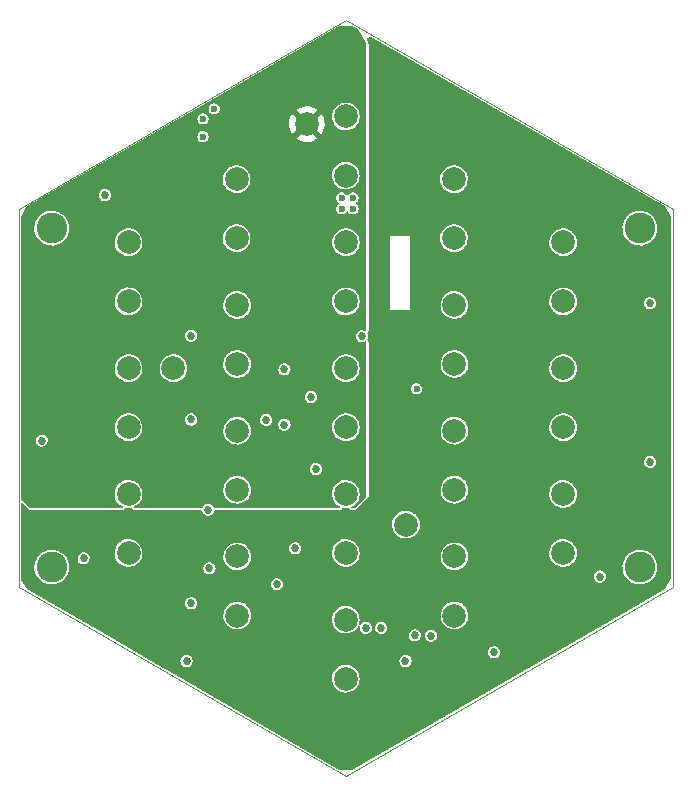
<source format=gbr>
%TF.GenerationSoftware,KiCad,Pcbnew,(6.0.5-0)*%
%TF.CreationDate,2022-06-15T09:27:56+02:00*%
%TF.ProjectId,speaker,73706561-6b65-4722-9e6b-696361645f70,rev?*%
%TF.SameCoordinates,Original*%
%TF.FileFunction,Copper,L2,Inr*%
%TF.FilePolarity,Positive*%
%FSLAX46Y46*%
G04 Gerber Fmt 4.6, Leading zero omitted, Abs format (unit mm)*
G04 Created by KiCad (PCBNEW (6.0.5-0)) date 2022-06-15 09:27:56*
%MOMM*%
%LPD*%
G01*
G04 APERTURE LIST*
%TA.AperFunction,Profile*%
%ADD10C,0.088304*%
%TD*%
%TA.AperFunction,ComponentPad*%
%ADD11C,2.000000*%
%TD*%
%TA.AperFunction,ComponentPad*%
%ADD12C,2.600000*%
%TD*%
%TA.AperFunction,ViaPad*%
%ADD13C,0.685800*%
%TD*%
%TA.AperFunction,ViaPad*%
%ADD14C,0.600000*%
%TD*%
G04 APERTURE END LIST*
D10*
X57987239Y-73149866D02*
X85700040Y-89150019D01*
X85700040Y-25149982D02*
X57987239Y-41149998D01*
X85700040Y-25149982D02*
X85700040Y-25149982D01*
X57987239Y-73149866D02*
X57987239Y-73149866D01*
X85700040Y-89150019D02*
X113412761Y-73149866D01*
X57987239Y-41149998D02*
X57987239Y-41149998D01*
X113412761Y-41149998D02*
X85700040Y-25149982D01*
X113412761Y-41149998D02*
X113412761Y-41149998D01*
X57987239Y-41149998D02*
X57987239Y-73149866D01*
X113412761Y-73149866D02*
X113412761Y-41149998D01*
X113412761Y-73149866D02*
X113412761Y-73149866D01*
D11*
%TO.N,/Trancducer Sig*%
%TO.C,M15*%
X94900000Y-59950000D03*
%TO.N,GND*%
X94900000Y-64950000D03*
%TD*%
%TO.N,/Trancducer Sig*%
%TO.C,M6*%
X94900000Y-70600000D03*
%TO.N,GND*%
X94900000Y-75600000D03*
%TD*%
%TO.N,/Trancducer Sig*%
%TO.C,M7*%
X85700000Y-75950000D03*
%TO.N,GND*%
X85700000Y-80950000D03*
%TD*%
%TO.N,/Trancducer Sig*%
%TO.C,M11*%
X67300000Y-44000000D03*
%TO.N,GND*%
X67300000Y-49000000D03*
%TD*%
%TO.N,/Trancducer Sig*%
%TO.C,M12*%
X76450000Y-38650000D03*
%TO.N,GND*%
X76450000Y-43650000D03*
%TD*%
%TO.N,/Trancducer Sig*%
%TO.C,M9*%
X67300000Y-65300000D03*
%TO.N,GND*%
X67300000Y-70300000D03*
%TD*%
%TO.N,/Trancducer Sig*%
%TO.C,M19*%
X85700000Y-54650000D03*
%TO.N,GND*%
X85700000Y-59650000D03*
%TD*%
%TO.N,/Trancducer Sig*%
%TO.C,M5*%
X104100000Y-65300000D03*
%TO.N,GND*%
X104100000Y-70300000D03*
%TD*%
%TO.N,/Trancducer Sig*%
%TO.C,M1*%
X85700000Y-33350000D03*
%TO.N,GND*%
X85700000Y-38350000D03*
%TD*%
%TO.N,/Trancducer Sig*%
%TO.C,M14*%
X94900000Y-49300000D03*
%TO.N,GND*%
X94900000Y-54300000D03*
%TD*%
%TO.N,/Trancducer Sig*%
%TO.C,M8*%
X76500000Y-70600000D03*
%TO.N,GND*%
X76500000Y-75600000D03*
%TD*%
%TO.N,/Trancducer Sig*%
%TO.C,M16*%
X85700000Y-65300000D03*
%TO.N,GND*%
X85700000Y-70300000D03*
%TD*%
%TO.N,/Trancducer Sig*%
%TO.C,M13*%
X85700000Y-44000000D03*
%TO.N,GND*%
X85700000Y-49000000D03*
%TD*%
%TO.N,/Trancducer Sig*%
%TO.C,M4*%
X104100000Y-54650000D03*
%TO.N,GND*%
X104100000Y-59650000D03*
%TD*%
%TO.N,/Trancducer Sig*%
%TO.C,M3*%
X104100000Y-44000000D03*
%TO.N,GND*%
X104100000Y-49000000D03*
%TD*%
%TO.N,/Trancducer Sig*%
%TO.C,M2*%
X94850000Y-38650000D03*
%TO.N,GND*%
X94850000Y-43650000D03*
%TD*%
%TO.N,/Trancducer Sig*%
%TO.C,M10*%
X67300000Y-54650000D03*
%TO.N,GND*%
X67300000Y-59650000D03*
%TD*%
%TO.N,/Trancducer Sig*%
%TO.C,M17*%
X76500000Y-59950000D03*
%TO.N,GND*%
X76500000Y-64950000D03*
%TD*%
%TO.N,/Trancducer Sig*%
%TO.C,M18*%
X76500000Y-49300000D03*
%TO.N,GND*%
X76500000Y-54300000D03*
%TD*%
%TO.N,/Audio Sig*%
%TO.C,TP3*%
X90800000Y-67900000D03*
%TD*%
%TO.N,/Trancducer Sig*%
%TO.C,TP2*%
X71100000Y-54650000D03*
%TD*%
%TO.N,+24V*%
%TO.C,TP1*%
X82400000Y-34000000D03*
%TD*%
D12*
%TO.N,GND*%
%TO.C,H1*%
X60800000Y-42800000D03*
%TD*%
%TO.N,GND*%
%TO.C,H2*%
X60800000Y-71500000D03*
%TD*%
%TO.N,GND*%
%TO.C,H4*%
X110600000Y-42800000D03*
%TD*%
%TO.N,GND*%
%TO.C,H3*%
X110600000Y-71500000D03*
%TD*%
D13*
%TO.N,+5V*%
X98200000Y-58100000D03*
D14*
X93100000Y-40900000D03*
D13*
X99250000Y-58100000D03*
X84537500Y-74462500D03*
D14*
X94900000Y-40900000D03*
D13*
X97150000Y-58100000D03*
D14*
X94000000Y-40900000D03*
X93100000Y-32200000D03*
D13*
X97800000Y-69450000D03*
D14*
X95800000Y-40900000D03*
%TO.N,GND*%
X85350000Y-40250000D03*
D13*
X80500000Y-59450000D03*
D14*
X73600000Y-33550000D03*
X86300000Y-41150000D03*
D13*
X72600000Y-51900000D03*
X74150000Y-71600000D03*
X80500000Y-54750000D03*
X88700000Y-76650000D03*
X81400000Y-69900000D03*
X87050000Y-51950000D03*
D14*
X74550000Y-32700000D03*
D13*
X74050000Y-66650000D03*
D14*
X85350000Y-41150000D03*
D13*
X72600000Y-59000000D03*
X79850000Y-72950000D03*
X87400000Y-76650000D03*
D14*
X91700000Y-56400000D03*
X86300000Y-40250000D03*
D13*
X83150000Y-63200000D03*
D14*
X73600000Y-35050000D03*
%TO.N,+24V*%
X83850000Y-30300000D03*
D13*
X80000000Y-51400000D03*
D14*
X80850000Y-30300000D03*
D13*
X86650000Y-61350000D03*
D14*
X82850000Y-30300000D03*
D13*
X69450000Y-64350000D03*
D14*
X79850000Y-30300000D03*
D13*
X81000000Y-51400000D03*
D14*
X81850000Y-30300000D03*
D13*
%TO.N,/CS*%
X72218933Y-79450000D03*
X59945000Y-60795000D03*
X63500000Y-70750000D03*
X92900000Y-77300000D03*
X65300000Y-40000000D03*
X90750000Y-79450000D03*
%TO.N,/SCL*%
X91530000Y-77280000D03*
X72600000Y-74550000D03*
%TO.N,/SDA*%
X111455000Y-62595000D03*
X111450000Y-49150000D03*
X98246728Y-78703272D03*
X107200000Y-72300000D03*
%TO.N,Net-(C10-Pad1)*%
X78950000Y-59037500D03*
X82750000Y-57100000D03*
%TD*%
%TA.AperFunction,Conductor*%
%TO.N,+24V*%
G36*
X86202559Y-25649984D02*
G01*
X86244559Y-25661238D01*
X86733464Y-25943508D01*
X86764210Y-25974254D01*
X87437227Y-27139956D01*
X87448481Y-27181956D01*
X87448481Y-51441874D01*
X87428829Y-51495868D01*
X87379067Y-51524598D01*
X87318794Y-51512362D01*
X87267561Y-51479155D01*
X87261831Y-51477441D01*
X87261828Y-51477440D01*
X87132398Y-51438732D01*
X87132396Y-51438732D01*
X87126666Y-51437018D01*
X87120686Y-51436981D01*
X87120683Y-51436981D01*
X87051318Y-51436558D01*
X86979607Y-51436120D01*
X86838208Y-51476532D01*
X86713834Y-51555006D01*
X86616484Y-51665233D01*
X86553985Y-51798353D01*
X86553065Y-51804264D01*
X86553064Y-51804266D01*
X86540066Y-51887749D01*
X86531360Y-51943663D01*
X86532136Y-51949597D01*
X86532136Y-51949598D01*
X86546976Y-52063081D01*
X86550428Y-52089483D01*
X86609656Y-52224090D01*
X86613505Y-52228669D01*
X86613507Y-52228672D01*
X86700431Y-52332080D01*
X86700433Y-52332082D01*
X86704284Y-52336663D01*
X86826703Y-52418152D01*
X86967073Y-52462007D01*
X86973050Y-52462117D01*
X86973053Y-52462117D01*
X87047527Y-52463482D01*
X87114109Y-52464702D01*
X87119881Y-52463128D01*
X87119884Y-52463128D01*
X87250219Y-52427594D01*
X87250220Y-52427594D01*
X87255992Y-52426020D01*
X87268807Y-52418152D01*
X87320529Y-52386394D01*
X87376825Y-52374890D01*
X87427345Y-52402263D01*
X87448481Y-52457978D01*
X87448481Y-65482571D01*
X87428829Y-65536565D01*
X87423878Y-65541968D01*
X86473084Y-66492762D01*
X86421008Y-66517045D01*
X86413687Y-66517365D01*
X86243830Y-66517365D01*
X86189836Y-66497713D01*
X86161106Y-66447951D01*
X86171084Y-66391365D01*
X86202786Y-66360075D01*
X86209731Y-66356186D01*
X86275195Y-66319525D01*
X86362459Y-66270655D01*
X86362462Y-66270653D01*
X86365819Y-66268773D01*
X86531215Y-66131215D01*
X86668773Y-65965819D01*
X86773886Y-65778125D01*
X86801800Y-65695893D01*
X86841799Y-65578061D01*
X86841800Y-65578058D01*
X86843035Y-65574419D01*
X86873904Y-65361522D01*
X86875515Y-65300000D01*
X86855831Y-65085779D01*
X86797438Y-64878733D01*
X86795735Y-64875279D01*
X86703998Y-64689255D01*
X86703994Y-64689249D01*
X86702291Y-64685795D01*
X86573578Y-64513427D01*
X86546380Y-64488285D01*
X86418432Y-64370011D01*
X86418429Y-64370009D01*
X86415608Y-64367401D01*
X86412361Y-64365352D01*
X86412358Y-64365350D01*
X86236924Y-64254659D01*
X86236922Y-64254658D01*
X86233673Y-64252608D01*
X86132841Y-64212380D01*
X86037439Y-64174319D01*
X86037436Y-64174318D01*
X86033864Y-64172893D01*
X85822875Y-64130925D01*
X85708557Y-64129428D01*
X85611618Y-64128159D01*
X85611614Y-64128159D01*
X85607770Y-64128109D01*
X85395754Y-64164540D01*
X85193928Y-64238997D01*
X85190620Y-64240965D01*
X85025410Y-64339255D01*
X85009050Y-64348988D01*
X84847312Y-64490829D01*
X84714130Y-64659769D01*
X84712340Y-64663172D01*
X84712337Y-64663176D01*
X84619843Y-64838981D01*
X84613966Y-64850150D01*
X84591324Y-64923070D01*
X84563097Y-65013976D01*
X84550173Y-65055597D01*
X84549721Y-65059416D01*
X84529761Y-65228061D01*
X84524888Y-65269229D01*
X84538958Y-65483891D01*
X84591911Y-65692395D01*
X84681974Y-65887757D01*
X84806131Y-66063436D01*
X84808890Y-66066124D01*
X84808892Y-66066126D01*
X84811668Y-66068830D01*
X84960224Y-66213547D01*
X85139093Y-66333063D01*
X85192914Y-66356186D01*
X85234766Y-66395556D01*
X85241520Y-66452617D01*
X85210016Y-66500670D01*
X85159756Y-66517365D01*
X74607796Y-66517365D01*
X74553803Y-66497713D01*
X74531330Y-66468133D01*
X74524276Y-66452617D01*
X74486962Y-66370551D01*
X74390967Y-66259142D01*
X74379662Y-66251814D01*
X74272583Y-66182410D01*
X74267561Y-66179155D01*
X74261831Y-66177441D01*
X74261828Y-66177440D01*
X74132398Y-66138732D01*
X74132396Y-66138732D01*
X74126666Y-66137018D01*
X74120686Y-66136981D01*
X74120683Y-66136981D01*
X74051318Y-66136558D01*
X73979607Y-66136120D01*
X73838208Y-66176532D01*
X73713834Y-66255006D01*
X73616484Y-66365233D01*
X73613943Y-66370644D01*
X73613943Y-66370645D01*
X73567736Y-66469064D01*
X73527000Y-66509587D01*
X73491701Y-66517365D01*
X67843829Y-66517364D01*
X67789837Y-66497713D01*
X67761107Y-66447951D01*
X67771085Y-66391365D01*
X67802787Y-66360075D01*
X67962458Y-66270655D01*
X67965819Y-66268773D01*
X68131215Y-66131215D01*
X68268773Y-65965819D01*
X68373886Y-65778125D01*
X68401800Y-65695893D01*
X68441799Y-65578061D01*
X68441800Y-65578058D01*
X68443035Y-65574419D01*
X68473904Y-65361522D01*
X68475515Y-65300000D01*
X68455831Y-65085779D01*
X68408859Y-64919229D01*
X75324888Y-64919229D01*
X75338958Y-65133891D01*
X75391911Y-65342395D01*
X75481974Y-65537757D01*
X75606131Y-65713436D01*
X75760224Y-65863547D01*
X75939093Y-65983063D01*
X76080021Y-66043610D01*
X76118845Y-66060290D01*
X76136746Y-66067981D01*
X76242007Y-66091799D01*
X76342808Y-66114608D01*
X76342809Y-66114608D01*
X76346565Y-66115458D01*
X76468982Y-66120268D01*
X76557673Y-66123753D01*
X76557676Y-66123753D01*
X76561522Y-66123904D01*
X76565328Y-66123352D01*
X76565331Y-66123352D01*
X76634641Y-66113302D01*
X76774419Y-66093035D01*
X76778058Y-66091800D01*
X76778061Y-66091799D01*
X76974475Y-66025125D01*
X76978125Y-66023886D01*
X77165819Y-65918773D01*
X77331215Y-65781215D01*
X77468773Y-65615819D01*
X77573886Y-65428125D01*
X77601800Y-65345893D01*
X77641799Y-65228061D01*
X77641800Y-65228058D01*
X77643035Y-65224419D01*
X77673904Y-65011522D01*
X77675515Y-64950000D01*
X77655831Y-64735779D01*
X77597438Y-64528733D01*
X77595735Y-64525279D01*
X77503998Y-64339255D01*
X77503994Y-64339249D01*
X77502291Y-64335795D01*
X77373578Y-64163427D01*
X77338418Y-64130925D01*
X77218432Y-64020011D01*
X77218429Y-64020009D01*
X77215608Y-64017401D01*
X77212361Y-64015352D01*
X77212358Y-64015350D01*
X77036924Y-63904659D01*
X77036922Y-63904658D01*
X77033673Y-63902608D01*
X76932841Y-63862380D01*
X76837439Y-63824319D01*
X76837436Y-63824318D01*
X76833864Y-63822893D01*
X76622875Y-63780925D01*
X76508557Y-63779428D01*
X76411618Y-63778159D01*
X76411614Y-63778159D01*
X76407770Y-63778109D01*
X76195754Y-63814540D01*
X75993928Y-63888997D01*
X75990620Y-63890965D01*
X75967603Y-63904659D01*
X75809050Y-63998988D01*
X75647312Y-64140829D01*
X75514130Y-64309769D01*
X75512340Y-64313172D01*
X75512337Y-64313176D01*
X75483808Y-64367401D01*
X75413966Y-64500150D01*
X75405091Y-64528733D01*
X75356322Y-64685795D01*
X75350173Y-64705597D01*
X75324888Y-64919229D01*
X68408859Y-64919229D01*
X68397438Y-64878733D01*
X68395735Y-64875279D01*
X68303998Y-64689255D01*
X68303994Y-64689249D01*
X68302291Y-64685795D01*
X68173578Y-64513427D01*
X68146380Y-64488285D01*
X68018432Y-64370011D01*
X68018429Y-64370009D01*
X68015608Y-64367401D01*
X68012361Y-64365352D01*
X68012358Y-64365350D01*
X67836924Y-64254659D01*
X67836922Y-64254658D01*
X67833673Y-64252608D01*
X67732841Y-64212380D01*
X67637439Y-64174319D01*
X67637436Y-64174318D01*
X67633864Y-64172893D01*
X67422875Y-64130925D01*
X67308557Y-64129428D01*
X67211618Y-64128159D01*
X67211614Y-64128159D01*
X67207770Y-64128109D01*
X66995754Y-64164540D01*
X66793928Y-64238997D01*
X66790620Y-64240965D01*
X66625410Y-64339255D01*
X66609050Y-64348988D01*
X66447312Y-64490829D01*
X66314130Y-64659769D01*
X66312340Y-64663172D01*
X66312337Y-64663176D01*
X66219843Y-64838981D01*
X66213966Y-64850150D01*
X66191324Y-64923070D01*
X66163097Y-65013976D01*
X66150173Y-65055597D01*
X66149721Y-65059416D01*
X66129761Y-65228061D01*
X66124888Y-65269229D01*
X66138958Y-65483891D01*
X66191911Y-65692395D01*
X66281974Y-65887757D01*
X66406131Y-66063436D01*
X66408890Y-66066124D01*
X66408892Y-66066126D01*
X66411668Y-66068830D01*
X66560224Y-66213547D01*
X66739093Y-66333063D01*
X66742624Y-66334580D01*
X66742630Y-66334583D01*
X66792913Y-66356187D01*
X66834765Y-66395557D01*
X66841518Y-66452619D01*
X66810013Y-66500671D01*
X66759756Y-66517364D01*
X59022033Y-66517364D01*
X58968039Y-66497712D01*
X58962636Y-66492761D01*
X58182342Y-65712467D01*
X58158059Y-65660391D01*
X58157739Y-65653070D01*
X58157739Y-63193663D01*
X82631360Y-63193663D01*
X82650428Y-63339483D01*
X82709656Y-63474090D01*
X82713505Y-63478669D01*
X82713507Y-63478672D01*
X82800431Y-63582080D01*
X82800433Y-63582082D01*
X82804284Y-63586663D01*
X82926703Y-63668152D01*
X83067073Y-63712007D01*
X83073050Y-63712117D01*
X83073053Y-63712117D01*
X83147527Y-63713482D01*
X83214109Y-63714702D01*
X83219881Y-63713128D01*
X83219884Y-63713128D01*
X83350219Y-63677594D01*
X83350220Y-63677594D01*
X83355992Y-63676020D01*
X83361090Y-63672890D01*
X83361092Y-63672889D01*
X83476216Y-63602202D01*
X83476217Y-63602201D01*
X83481315Y-63599071D01*
X83485328Y-63594637D01*
X83485331Y-63594635D01*
X83575991Y-63494475D01*
X83580004Y-63490042D01*
X83644126Y-63357696D01*
X83668524Y-63212672D01*
X83668679Y-63200000D01*
X83668219Y-63196787D01*
X83648679Y-63060344D01*
X83648679Y-63060343D01*
X83647831Y-63054424D01*
X83586962Y-62920551D01*
X83490967Y-62809142D01*
X83479662Y-62801814D01*
X83372583Y-62732410D01*
X83367561Y-62729155D01*
X83361831Y-62727441D01*
X83361828Y-62727440D01*
X83232398Y-62688732D01*
X83232396Y-62688732D01*
X83226666Y-62687018D01*
X83220686Y-62686981D01*
X83220683Y-62686981D01*
X83151318Y-62686558D01*
X83079607Y-62686120D01*
X82938208Y-62726532D01*
X82813834Y-62805006D01*
X82716484Y-62915233D01*
X82653985Y-63048353D01*
X82653065Y-63054264D01*
X82653064Y-63054266D01*
X82652118Y-63060344D01*
X82631360Y-63193663D01*
X58157739Y-63193663D01*
X58157739Y-60788663D01*
X59426360Y-60788663D01*
X59427136Y-60794597D01*
X59427136Y-60794598D01*
X59443374Y-60918773D01*
X59445428Y-60934483D01*
X59504656Y-61069090D01*
X59508505Y-61073669D01*
X59508507Y-61073672D01*
X59595431Y-61177080D01*
X59595433Y-61177082D01*
X59599284Y-61181663D01*
X59721703Y-61263152D01*
X59862073Y-61307007D01*
X59868050Y-61307117D01*
X59868053Y-61307117D01*
X59942527Y-61308482D01*
X60009109Y-61309702D01*
X60014881Y-61308128D01*
X60014884Y-61308128D01*
X60145219Y-61272594D01*
X60145220Y-61272594D01*
X60150992Y-61271020D01*
X60156090Y-61267890D01*
X60156092Y-61267889D01*
X60271216Y-61197202D01*
X60271217Y-61197201D01*
X60276315Y-61194071D01*
X60280328Y-61189637D01*
X60280331Y-61189635D01*
X60347336Y-61115609D01*
X60375004Y-61085042D01*
X60439126Y-60952696D01*
X60454577Y-60860857D01*
X60462986Y-60810870D01*
X60463524Y-60807672D01*
X60463679Y-60795000D01*
X60463219Y-60791787D01*
X60443679Y-60655344D01*
X60443679Y-60655343D01*
X60442831Y-60649424D01*
X60381962Y-60515551D01*
X60285967Y-60404142D01*
X60274662Y-60396814D01*
X60167583Y-60327410D01*
X60162561Y-60324155D01*
X60156831Y-60322441D01*
X60156828Y-60322440D01*
X60027398Y-60283732D01*
X60027396Y-60283732D01*
X60021666Y-60282018D01*
X60015686Y-60281981D01*
X60015683Y-60281981D01*
X59946318Y-60281558D01*
X59874607Y-60281120D01*
X59733208Y-60321532D01*
X59608834Y-60400006D01*
X59511484Y-60510233D01*
X59448985Y-60643353D01*
X59448065Y-60649264D01*
X59448064Y-60649266D01*
X59442802Y-60683063D01*
X59426360Y-60788663D01*
X58157739Y-60788663D01*
X58157739Y-59619229D01*
X66124888Y-59619229D01*
X66138958Y-59833891D01*
X66191911Y-60042395D01*
X66281974Y-60237757D01*
X66406131Y-60413436D01*
X66408890Y-60416124D01*
X66408892Y-60416126D01*
X66424661Y-60431487D01*
X66560224Y-60563547D01*
X66739093Y-60683063D01*
X66936746Y-60767981D01*
X67028148Y-60788663D01*
X67142808Y-60814608D01*
X67142809Y-60814608D01*
X67146565Y-60815458D01*
X67268982Y-60820268D01*
X67357673Y-60823753D01*
X67357676Y-60823753D01*
X67361522Y-60823904D01*
X67365328Y-60823352D01*
X67365331Y-60823352D01*
X67434641Y-60813302D01*
X67574419Y-60793035D01*
X67578058Y-60791800D01*
X67578061Y-60791799D01*
X67774475Y-60725125D01*
X67778125Y-60723886D01*
X67965819Y-60618773D01*
X68131215Y-60481215D01*
X68268773Y-60315819D01*
X68373886Y-60128125D01*
X68401800Y-60045893D01*
X68441799Y-59928061D01*
X68441800Y-59928058D01*
X68443035Y-59924419D01*
X68443788Y-59919229D01*
X75324888Y-59919229D01*
X75338958Y-60133891D01*
X75391911Y-60342395D01*
X75481974Y-60537757D01*
X75606131Y-60713436D01*
X75760224Y-60863547D01*
X75939093Y-60983063D01*
X76080021Y-61043610D01*
X76126577Y-61063612D01*
X76136746Y-61067981D01*
X76231736Y-61089475D01*
X76342808Y-61114608D01*
X76342809Y-61114608D01*
X76346565Y-61115458D01*
X76468982Y-61120268D01*
X76557673Y-61123753D01*
X76557676Y-61123753D01*
X76561522Y-61123904D01*
X76565328Y-61123352D01*
X76565331Y-61123352D01*
X76634641Y-61113302D01*
X76774419Y-61093035D01*
X76778058Y-61091800D01*
X76778061Y-61091799D01*
X76974475Y-61025125D01*
X76978125Y-61023886D01*
X77165819Y-60918773D01*
X77331215Y-60781215D01*
X77468773Y-60615819D01*
X77573886Y-60428125D01*
X77601800Y-60345893D01*
X77641799Y-60228061D01*
X77641800Y-60228058D01*
X77643035Y-60224419D01*
X77673904Y-60011522D01*
X77675515Y-59950000D01*
X77655831Y-59735779D01*
X77597438Y-59528733D01*
X77590519Y-59514702D01*
X77503998Y-59339255D01*
X77503994Y-59339249D01*
X77502291Y-59335795D01*
X77373578Y-59163427D01*
X77362997Y-59153646D01*
X77230496Y-59031163D01*
X78431360Y-59031163D01*
X78432136Y-59037097D01*
X78432136Y-59037098D01*
X78448892Y-59165233D01*
X78450428Y-59176983D01*
X78509656Y-59311590D01*
X78513505Y-59316169D01*
X78513507Y-59316172D01*
X78600431Y-59419580D01*
X78600433Y-59419582D01*
X78604284Y-59424163D01*
X78726703Y-59505652D01*
X78867073Y-59549507D01*
X78873050Y-59549617D01*
X78873053Y-59549617D01*
X78947527Y-59550982D01*
X79014109Y-59552202D01*
X79019881Y-59550628D01*
X79019884Y-59550628D01*
X79150219Y-59515094D01*
X79150220Y-59515094D01*
X79155992Y-59513520D01*
X79161090Y-59510390D01*
X79161092Y-59510389D01*
X79269765Y-59443663D01*
X79981360Y-59443663D01*
X79982136Y-59449597D01*
X79982136Y-59449598D01*
X79995539Y-59552092D01*
X80000428Y-59589483D01*
X80059656Y-59724090D01*
X80063505Y-59728669D01*
X80063507Y-59728672D01*
X80150431Y-59832080D01*
X80150433Y-59832082D01*
X80154284Y-59836663D01*
X80276703Y-59918152D01*
X80282413Y-59919936D01*
X80291865Y-59922889D01*
X80417073Y-59962007D01*
X80423050Y-59962117D01*
X80423053Y-59962117D01*
X80497527Y-59963482D01*
X80564109Y-59964702D01*
X80569881Y-59963128D01*
X80569884Y-59963128D01*
X80700219Y-59927594D01*
X80700220Y-59927594D01*
X80705992Y-59926020D01*
X80711090Y-59922890D01*
X80711092Y-59922889D01*
X80826216Y-59852202D01*
X80826217Y-59852201D01*
X80831315Y-59849071D01*
X80835328Y-59844637D01*
X80835331Y-59844635D01*
X80925991Y-59744475D01*
X80930004Y-59740042D01*
X80933867Y-59732070D01*
X80988538Y-59619229D01*
X84524888Y-59619229D01*
X84538958Y-59833891D01*
X84591911Y-60042395D01*
X84681974Y-60237757D01*
X84806131Y-60413436D01*
X84808890Y-60416124D01*
X84808892Y-60416126D01*
X84824661Y-60431487D01*
X84960224Y-60563547D01*
X85139093Y-60683063D01*
X85336746Y-60767981D01*
X85428148Y-60788663D01*
X85542808Y-60814608D01*
X85542809Y-60814608D01*
X85546565Y-60815458D01*
X85668982Y-60820268D01*
X85757673Y-60823753D01*
X85757676Y-60823753D01*
X85761522Y-60823904D01*
X85765328Y-60823352D01*
X85765331Y-60823352D01*
X85834641Y-60813302D01*
X85974419Y-60793035D01*
X85978058Y-60791800D01*
X85978061Y-60791799D01*
X86174475Y-60725125D01*
X86178125Y-60723886D01*
X86365819Y-60618773D01*
X86531215Y-60481215D01*
X86668773Y-60315819D01*
X86773886Y-60128125D01*
X86801800Y-60045893D01*
X86841799Y-59928061D01*
X86841800Y-59928058D01*
X86843035Y-59924419D01*
X86873904Y-59711522D01*
X86875515Y-59650000D01*
X86855831Y-59435779D01*
X86797438Y-59228733D01*
X86795735Y-59225279D01*
X86703998Y-59039255D01*
X86703994Y-59039249D01*
X86702291Y-59035795D01*
X86573578Y-58863427D01*
X86522132Y-58815871D01*
X86418432Y-58720011D01*
X86418429Y-58720009D01*
X86415608Y-58717401D01*
X86412361Y-58715352D01*
X86412358Y-58715350D01*
X86236924Y-58604659D01*
X86236922Y-58604658D01*
X86233673Y-58602608D01*
X86057719Y-58532410D01*
X86037439Y-58524319D01*
X86037436Y-58524318D01*
X86033864Y-58522893D01*
X85822875Y-58480925D01*
X85708557Y-58479428D01*
X85611618Y-58478159D01*
X85611614Y-58478159D01*
X85607770Y-58478109D01*
X85395754Y-58514540D01*
X85193928Y-58588997D01*
X85190620Y-58590965D01*
X85096451Y-58646990D01*
X85009050Y-58698988D01*
X84847312Y-58840829D01*
X84714130Y-59009769D01*
X84712340Y-59013172D01*
X84712337Y-59013176D01*
X84643003Y-59144960D01*
X84613966Y-59200150D01*
X84605091Y-59228733D01*
X84553577Y-59394635D01*
X84550173Y-59405597D01*
X84549721Y-59409416D01*
X84526952Y-59601794D01*
X84524888Y-59619229D01*
X80988538Y-59619229D01*
X80991517Y-59613081D01*
X80994126Y-59607696D01*
X81003481Y-59552092D01*
X81017986Y-59465870D01*
X81018524Y-59462672D01*
X81018679Y-59450000D01*
X81018219Y-59446787D01*
X80998679Y-59310344D01*
X80998679Y-59310343D01*
X80997831Y-59304424D01*
X80936962Y-59170551D01*
X80840967Y-59059142D01*
X80829662Y-59051814D01*
X80722583Y-58982410D01*
X80717561Y-58979155D01*
X80711831Y-58977441D01*
X80711828Y-58977440D01*
X80582398Y-58938732D01*
X80582396Y-58938732D01*
X80576666Y-58937018D01*
X80570686Y-58936981D01*
X80570683Y-58936981D01*
X80501318Y-58936558D01*
X80429607Y-58936120D01*
X80288208Y-58976532D01*
X80163834Y-59055006D01*
X80066484Y-59165233D01*
X80063943Y-59170644D01*
X80063943Y-59170645D01*
X80052417Y-59195196D01*
X80003985Y-59298353D01*
X80003065Y-59304264D01*
X80003064Y-59304266D01*
X79998155Y-59335795D01*
X79981360Y-59443663D01*
X79269765Y-59443663D01*
X79276216Y-59439702D01*
X79276217Y-59439701D01*
X79281315Y-59436571D01*
X79285328Y-59432137D01*
X79285331Y-59432135D01*
X79342272Y-59369227D01*
X79380004Y-59327542D01*
X79386965Y-59313176D01*
X79441517Y-59200581D01*
X79444126Y-59195196D01*
X79468524Y-59050172D01*
X79468679Y-59037500D01*
X79467992Y-59032703D01*
X79448679Y-58897844D01*
X79448679Y-58897843D01*
X79447831Y-58891924D01*
X79386962Y-58758051D01*
X79290967Y-58646642D01*
X79279662Y-58639314D01*
X79172583Y-58569910D01*
X79167561Y-58566655D01*
X79161831Y-58564941D01*
X79161828Y-58564940D01*
X79032398Y-58526232D01*
X79032396Y-58526232D01*
X79026666Y-58524518D01*
X79020686Y-58524481D01*
X79020683Y-58524481D01*
X78951318Y-58524058D01*
X78879607Y-58523620D01*
X78738208Y-58564032D01*
X78613834Y-58642506D01*
X78516484Y-58752733D01*
X78513943Y-58758144D01*
X78513943Y-58758145D01*
X78503248Y-58780925D01*
X78453985Y-58885853D01*
X78453065Y-58891764D01*
X78453064Y-58891766D01*
X78445902Y-58937765D01*
X78431360Y-59031163D01*
X77230496Y-59031163D01*
X77218432Y-59020011D01*
X77218429Y-59020009D01*
X77215608Y-59017401D01*
X77212361Y-59015352D01*
X77212358Y-59015350D01*
X77036924Y-58904659D01*
X77036922Y-58904658D01*
X77033673Y-58902608D01*
X76884105Y-58842937D01*
X76837439Y-58824319D01*
X76837436Y-58824318D01*
X76833864Y-58822893D01*
X76622875Y-58780925D01*
X76508557Y-58779428D01*
X76411618Y-58778159D01*
X76411614Y-58778159D01*
X76407770Y-58778109D01*
X76195754Y-58814540D01*
X75993928Y-58888997D01*
X75990620Y-58890965D01*
X75812750Y-58996787D01*
X75809050Y-58998988D01*
X75647312Y-59140829D01*
X75603232Y-59196744D01*
X75529682Y-59290042D01*
X75514130Y-59309769D01*
X75512340Y-59313172D01*
X75512337Y-59313176D01*
X75430801Y-59468152D01*
X75413966Y-59500150D01*
X75388069Y-59583551D01*
X75366669Y-59652472D01*
X75350173Y-59705597D01*
X75324888Y-59919229D01*
X68443788Y-59919229D01*
X68473904Y-59711522D01*
X68475515Y-59650000D01*
X68455831Y-59435779D01*
X68397438Y-59228733D01*
X68395735Y-59225279D01*
X68303998Y-59039255D01*
X68303994Y-59039249D01*
X68302291Y-59035795D01*
X68270830Y-58993663D01*
X72081360Y-58993663D01*
X72082136Y-58999597D01*
X72082136Y-58999598D01*
X72089168Y-59053370D01*
X72100428Y-59139483D01*
X72159656Y-59274090D01*
X72163505Y-59278669D01*
X72163507Y-59278672D01*
X72250431Y-59382080D01*
X72250433Y-59382082D01*
X72254284Y-59386663D01*
X72376703Y-59468152D01*
X72517073Y-59512007D01*
X72523050Y-59512117D01*
X72523053Y-59512117D01*
X72597527Y-59513482D01*
X72664109Y-59514702D01*
X72669881Y-59513128D01*
X72669884Y-59513128D01*
X72800219Y-59477594D01*
X72800220Y-59477594D01*
X72805992Y-59476020D01*
X72811090Y-59472890D01*
X72811092Y-59472889D01*
X72926216Y-59402202D01*
X72926217Y-59402201D01*
X72931315Y-59399071D01*
X72935328Y-59394637D01*
X72935331Y-59394635D01*
X73009064Y-59313176D01*
X73030004Y-59290042D01*
X73059709Y-59228733D01*
X73091517Y-59163081D01*
X73094126Y-59157696D01*
X73118524Y-59012672D01*
X73118597Y-59006746D01*
X73118639Y-59003246D01*
X73118679Y-59000000D01*
X73118219Y-58996787D01*
X73098679Y-58860344D01*
X73098679Y-58860343D01*
X73097831Y-58854424D01*
X73036962Y-58720551D01*
X72940967Y-58609142D01*
X72930887Y-58602608D01*
X72822583Y-58532410D01*
X72817561Y-58529155D01*
X72811831Y-58527441D01*
X72811828Y-58527440D01*
X72682398Y-58488732D01*
X72682396Y-58488732D01*
X72676666Y-58487018D01*
X72670686Y-58486981D01*
X72670683Y-58486981D01*
X72601318Y-58486558D01*
X72529607Y-58486120D01*
X72523851Y-58487765D01*
X72400941Y-58522893D01*
X72388208Y-58526532D01*
X72383149Y-58529724D01*
X72269892Y-58601184D01*
X72263834Y-58605006D01*
X72166484Y-58715233D01*
X72103985Y-58848353D01*
X72103065Y-58854264D01*
X72103064Y-58854266D01*
X72097201Y-58891924D01*
X72081360Y-58993663D01*
X68270830Y-58993663D01*
X68173578Y-58863427D01*
X68122132Y-58815871D01*
X68018432Y-58720011D01*
X68018429Y-58720009D01*
X68015608Y-58717401D01*
X68012361Y-58715352D01*
X68012358Y-58715350D01*
X67836924Y-58604659D01*
X67836922Y-58604658D01*
X67833673Y-58602608D01*
X67657719Y-58532410D01*
X67637439Y-58524319D01*
X67637436Y-58524318D01*
X67633864Y-58522893D01*
X67422875Y-58480925D01*
X67308557Y-58479428D01*
X67211618Y-58478159D01*
X67211614Y-58478159D01*
X67207770Y-58478109D01*
X66995754Y-58514540D01*
X66793928Y-58588997D01*
X66790620Y-58590965D01*
X66696451Y-58646990D01*
X66609050Y-58698988D01*
X66447312Y-58840829D01*
X66314130Y-59009769D01*
X66312340Y-59013172D01*
X66312337Y-59013176D01*
X66243003Y-59144960D01*
X66213966Y-59200150D01*
X66205091Y-59228733D01*
X66153577Y-59394635D01*
X66150173Y-59405597D01*
X66149721Y-59409416D01*
X66126952Y-59601794D01*
X66124888Y-59619229D01*
X58157739Y-59619229D01*
X58157739Y-57093663D01*
X82231360Y-57093663D01*
X82250428Y-57239483D01*
X82309656Y-57374090D01*
X82313505Y-57378669D01*
X82313507Y-57378672D01*
X82400431Y-57482080D01*
X82400433Y-57482082D01*
X82404284Y-57486663D01*
X82526703Y-57568152D01*
X82667073Y-57612007D01*
X82673050Y-57612117D01*
X82673053Y-57612117D01*
X82747527Y-57613482D01*
X82814109Y-57614702D01*
X82819881Y-57613128D01*
X82819884Y-57613128D01*
X82950219Y-57577594D01*
X82950220Y-57577594D01*
X82955992Y-57576020D01*
X82961090Y-57572890D01*
X82961092Y-57572889D01*
X83076216Y-57502202D01*
X83076217Y-57502201D01*
X83081315Y-57499071D01*
X83085328Y-57494637D01*
X83085331Y-57494635D01*
X83175991Y-57394475D01*
X83180004Y-57390042D01*
X83244126Y-57257696D01*
X83268524Y-57112672D01*
X83268679Y-57100000D01*
X83268219Y-57096787D01*
X83248679Y-56960344D01*
X83248679Y-56960343D01*
X83247831Y-56954424D01*
X83186962Y-56820551D01*
X83090967Y-56709142D01*
X83079662Y-56701814D01*
X82972583Y-56632410D01*
X82967561Y-56629155D01*
X82961831Y-56627441D01*
X82961828Y-56627440D01*
X82832398Y-56588732D01*
X82832396Y-56588732D01*
X82826666Y-56587018D01*
X82820686Y-56586981D01*
X82820683Y-56586981D01*
X82751318Y-56586558D01*
X82679607Y-56586120D01*
X82538208Y-56626532D01*
X82413834Y-56705006D01*
X82316484Y-56815233D01*
X82253985Y-56948353D01*
X82253065Y-56954264D01*
X82253064Y-56954266D01*
X82252118Y-56960344D01*
X82231360Y-57093663D01*
X58157739Y-57093663D01*
X58157739Y-54619229D01*
X66124888Y-54619229D01*
X66138958Y-54833891D01*
X66191911Y-55042395D01*
X66281974Y-55237757D01*
X66406131Y-55413436D01*
X66408890Y-55416124D01*
X66408892Y-55416126D01*
X66411668Y-55418830D01*
X66560224Y-55563547D01*
X66739093Y-55683063D01*
X66936746Y-55767981D01*
X67042007Y-55791799D01*
X67142808Y-55814608D01*
X67142809Y-55814608D01*
X67146565Y-55815458D01*
X67268982Y-55820268D01*
X67357673Y-55823753D01*
X67357676Y-55823753D01*
X67361522Y-55823904D01*
X67365328Y-55823352D01*
X67365331Y-55823352D01*
X67434641Y-55813302D01*
X67574419Y-55793035D01*
X67578058Y-55791800D01*
X67578061Y-55791799D01*
X67774475Y-55725125D01*
X67778125Y-55723886D01*
X67965819Y-55618773D01*
X68131215Y-55481215D01*
X68268773Y-55315819D01*
X68373886Y-55128125D01*
X68401800Y-55045893D01*
X68441799Y-54928061D01*
X68441800Y-54928058D01*
X68443035Y-54924419D01*
X68473904Y-54711522D01*
X68475515Y-54650000D01*
X68472688Y-54619229D01*
X69924888Y-54619229D01*
X69938958Y-54833891D01*
X69991911Y-55042395D01*
X70081974Y-55237757D01*
X70206131Y-55413436D01*
X70208890Y-55416124D01*
X70208892Y-55416126D01*
X70211668Y-55418830D01*
X70360224Y-55563547D01*
X70539093Y-55683063D01*
X70736746Y-55767981D01*
X70842007Y-55791799D01*
X70942808Y-55814608D01*
X70942809Y-55814608D01*
X70946565Y-55815458D01*
X71068982Y-55820268D01*
X71157673Y-55823753D01*
X71157676Y-55823753D01*
X71161522Y-55823904D01*
X71165328Y-55823352D01*
X71165331Y-55823352D01*
X71234641Y-55813302D01*
X71374419Y-55793035D01*
X71378058Y-55791800D01*
X71378061Y-55791799D01*
X71574475Y-55725125D01*
X71578125Y-55723886D01*
X71765819Y-55618773D01*
X71931215Y-55481215D01*
X72068773Y-55315819D01*
X72173886Y-55128125D01*
X72201800Y-55045893D01*
X72241799Y-54928061D01*
X72241800Y-54928058D01*
X72243035Y-54924419D01*
X72273904Y-54711522D01*
X72275515Y-54650000D01*
X72255831Y-54435779D01*
X72208859Y-54269229D01*
X75324888Y-54269229D01*
X75338958Y-54483891D01*
X75391911Y-54692395D01*
X75481974Y-54887757D01*
X75606131Y-55063436D01*
X75760224Y-55213547D01*
X75939093Y-55333063D01*
X76080021Y-55393610D01*
X76118845Y-55410290D01*
X76136746Y-55417981D01*
X76242007Y-55441799D01*
X76342808Y-55464608D01*
X76342809Y-55464608D01*
X76346565Y-55465458D01*
X76468982Y-55470268D01*
X76557673Y-55473753D01*
X76557676Y-55473753D01*
X76561522Y-55473904D01*
X76565328Y-55473352D01*
X76565331Y-55473352D01*
X76634641Y-55463302D01*
X76774419Y-55443035D01*
X76778058Y-55441800D01*
X76778061Y-55441799D01*
X76974475Y-55375125D01*
X76978125Y-55373886D01*
X77165819Y-55268773D01*
X77320677Y-55139979D01*
X77328256Y-55133676D01*
X77331215Y-55131215D01*
X77468773Y-54965819D01*
X77573886Y-54778125D01*
X77585584Y-54743663D01*
X79981360Y-54743663D01*
X79982136Y-54749597D01*
X79982136Y-54749598D01*
X79993648Y-54837631D01*
X80000428Y-54889483D01*
X80059656Y-55024090D01*
X80063505Y-55028669D01*
X80063507Y-55028672D01*
X80150431Y-55132080D01*
X80150433Y-55132082D01*
X80154284Y-55136663D01*
X80276703Y-55218152D01*
X80417073Y-55262007D01*
X80423050Y-55262117D01*
X80423053Y-55262117D01*
X80497527Y-55263482D01*
X80564109Y-55264702D01*
X80569881Y-55263128D01*
X80569884Y-55263128D01*
X80700219Y-55227594D01*
X80700220Y-55227594D01*
X80705992Y-55226020D01*
X80711090Y-55222890D01*
X80711092Y-55222889D01*
X80826216Y-55152202D01*
X80826217Y-55152201D01*
X80831315Y-55149071D01*
X80835328Y-55144637D01*
X80835331Y-55144635D01*
X80906394Y-55066126D01*
X80930004Y-55040042D01*
X80994126Y-54907696D01*
X81018524Y-54762672D01*
X81018679Y-54750000D01*
X81018219Y-54746787D01*
X80999951Y-54619229D01*
X84524888Y-54619229D01*
X84538958Y-54833891D01*
X84591911Y-55042395D01*
X84681974Y-55237757D01*
X84806131Y-55413436D01*
X84808890Y-55416124D01*
X84808892Y-55416126D01*
X84811668Y-55418830D01*
X84960224Y-55563547D01*
X85139093Y-55683063D01*
X85336746Y-55767981D01*
X85442007Y-55791799D01*
X85542808Y-55814608D01*
X85542809Y-55814608D01*
X85546565Y-55815458D01*
X85668982Y-55820268D01*
X85757673Y-55823753D01*
X85757676Y-55823753D01*
X85761522Y-55823904D01*
X85765328Y-55823352D01*
X85765331Y-55823352D01*
X85834641Y-55813302D01*
X85974419Y-55793035D01*
X85978058Y-55791800D01*
X85978061Y-55791799D01*
X86174475Y-55725125D01*
X86178125Y-55723886D01*
X86365819Y-55618773D01*
X86531215Y-55481215D01*
X86668773Y-55315819D01*
X86773886Y-55128125D01*
X86801800Y-55045893D01*
X86841799Y-54928061D01*
X86841800Y-54928058D01*
X86843035Y-54924419D01*
X86873904Y-54711522D01*
X86875515Y-54650000D01*
X86855831Y-54435779D01*
X86797438Y-54228733D01*
X86795735Y-54225279D01*
X86703998Y-54039255D01*
X86703994Y-54039249D01*
X86702291Y-54035795D01*
X86573578Y-53863427D01*
X86546380Y-53838285D01*
X86418432Y-53720011D01*
X86418429Y-53720009D01*
X86415608Y-53717401D01*
X86412361Y-53715352D01*
X86412358Y-53715350D01*
X86236924Y-53604659D01*
X86236922Y-53604658D01*
X86233673Y-53602608D01*
X86132841Y-53562380D01*
X86037439Y-53524319D01*
X86037436Y-53524318D01*
X86033864Y-53522893D01*
X85822875Y-53480925D01*
X85708557Y-53479428D01*
X85611618Y-53478159D01*
X85611614Y-53478159D01*
X85607770Y-53478109D01*
X85395754Y-53514540D01*
X85193928Y-53588997D01*
X85190620Y-53590965D01*
X85025410Y-53689255D01*
X85009050Y-53698988D01*
X84847312Y-53840829D01*
X84714130Y-54009769D01*
X84712340Y-54013172D01*
X84712337Y-54013176D01*
X84619843Y-54188981D01*
X84613966Y-54200150D01*
X84591324Y-54273070D01*
X84563097Y-54363976D01*
X84550173Y-54405597D01*
X84549721Y-54409416D01*
X84525940Y-54610344D01*
X84524888Y-54619229D01*
X80999951Y-54619229D01*
X80998679Y-54610344D01*
X80998679Y-54610343D01*
X80997831Y-54604424D01*
X80936962Y-54470551D01*
X80840967Y-54359142D01*
X80829662Y-54351814D01*
X80722583Y-54282410D01*
X80717561Y-54279155D01*
X80711831Y-54277441D01*
X80711828Y-54277440D01*
X80582398Y-54238732D01*
X80582396Y-54238732D01*
X80576666Y-54237018D01*
X80570686Y-54236981D01*
X80570683Y-54236981D01*
X80501318Y-54236558D01*
X80429607Y-54236120D01*
X80423851Y-54237765D01*
X80313761Y-54269229D01*
X80288208Y-54276532D01*
X80163834Y-54355006D01*
X80066484Y-54465233D01*
X80003985Y-54598353D01*
X80003065Y-54604264D01*
X80003064Y-54604266D01*
X79989924Y-54688661D01*
X79981360Y-54743663D01*
X77585584Y-54743663D01*
X77601800Y-54695893D01*
X77641799Y-54578061D01*
X77641800Y-54578058D01*
X77643035Y-54574419D01*
X77673904Y-54361522D01*
X77675515Y-54300000D01*
X77655831Y-54085779D01*
X77597438Y-53878733D01*
X77595735Y-53875279D01*
X77503998Y-53689255D01*
X77503994Y-53689249D01*
X77502291Y-53685795D01*
X77373578Y-53513427D01*
X77338418Y-53480925D01*
X77218432Y-53370011D01*
X77218429Y-53370009D01*
X77215608Y-53367401D01*
X77212361Y-53365352D01*
X77212358Y-53365350D01*
X77036924Y-53254659D01*
X77036922Y-53254658D01*
X77033673Y-53252608D01*
X76932841Y-53212380D01*
X76837439Y-53174319D01*
X76837436Y-53174318D01*
X76833864Y-53172893D01*
X76622875Y-53130925D01*
X76508557Y-53129428D01*
X76411618Y-53128159D01*
X76411614Y-53128159D01*
X76407770Y-53128109D01*
X76195754Y-53164540D01*
X75993928Y-53238997D01*
X75990620Y-53240965D01*
X75967603Y-53254659D01*
X75809050Y-53348988D01*
X75647312Y-53490829D01*
X75514130Y-53659769D01*
X75512340Y-53663172D01*
X75512337Y-53663176D01*
X75483808Y-53717401D01*
X75413966Y-53850150D01*
X75405091Y-53878733D01*
X75356322Y-54035795D01*
X75350173Y-54055597D01*
X75349721Y-54059416D01*
X75328498Y-54238732D01*
X75324888Y-54269229D01*
X72208859Y-54269229D01*
X72197438Y-54228733D01*
X72195735Y-54225279D01*
X72103998Y-54039255D01*
X72103994Y-54039249D01*
X72102291Y-54035795D01*
X71973578Y-53863427D01*
X71946380Y-53838285D01*
X71818432Y-53720011D01*
X71818429Y-53720009D01*
X71815608Y-53717401D01*
X71812361Y-53715352D01*
X71812358Y-53715350D01*
X71636924Y-53604659D01*
X71636922Y-53604658D01*
X71633673Y-53602608D01*
X71532841Y-53562380D01*
X71437439Y-53524319D01*
X71437436Y-53524318D01*
X71433864Y-53522893D01*
X71222875Y-53480925D01*
X71108557Y-53479428D01*
X71011618Y-53478159D01*
X71011614Y-53478159D01*
X71007770Y-53478109D01*
X70795754Y-53514540D01*
X70593928Y-53588997D01*
X70590620Y-53590965D01*
X70425410Y-53689255D01*
X70409050Y-53698988D01*
X70247312Y-53840829D01*
X70114130Y-54009769D01*
X70112340Y-54013172D01*
X70112337Y-54013176D01*
X70019843Y-54188981D01*
X70013966Y-54200150D01*
X69991324Y-54273070D01*
X69963097Y-54363976D01*
X69950173Y-54405597D01*
X69949721Y-54409416D01*
X69925940Y-54610344D01*
X69924888Y-54619229D01*
X68472688Y-54619229D01*
X68455831Y-54435779D01*
X68397438Y-54228733D01*
X68395735Y-54225279D01*
X68303998Y-54039255D01*
X68303994Y-54039249D01*
X68302291Y-54035795D01*
X68173578Y-53863427D01*
X68146380Y-53838285D01*
X68018432Y-53720011D01*
X68018429Y-53720009D01*
X68015608Y-53717401D01*
X68012361Y-53715352D01*
X68012358Y-53715350D01*
X67836924Y-53604659D01*
X67836922Y-53604658D01*
X67833673Y-53602608D01*
X67732841Y-53562380D01*
X67637439Y-53524319D01*
X67637436Y-53524318D01*
X67633864Y-53522893D01*
X67422875Y-53480925D01*
X67308557Y-53479428D01*
X67211618Y-53478159D01*
X67211614Y-53478159D01*
X67207770Y-53478109D01*
X66995754Y-53514540D01*
X66793928Y-53588997D01*
X66790620Y-53590965D01*
X66625410Y-53689255D01*
X66609050Y-53698988D01*
X66447312Y-53840829D01*
X66314130Y-54009769D01*
X66312340Y-54013172D01*
X66312337Y-54013176D01*
X66219843Y-54188981D01*
X66213966Y-54200150D01*
X66191324Y-54273070D01*
X66163097Y-54363976D01*
X66150173Y-54405597D01*
X66149721Y-54409416D01*
X66125940Y-54610344D01*
X66124888Y-54619229D01*
X58157739Y-54619229D01*
X58157739Y-51893663D01*
X72081360Y-51893663D01*
X72100428Y-52039483D01*
X72159656Y-52174090D01*
X72163505Y-52178669D01*
X72163507Y-52178672D01*
X72250431Y-52282080D01*
X72250433Y-52282082D01*
X72254284Y-52286663D01*
X72376703Y-52368152D01*
X72517073Y-52412007D01*
X72523050Y-52412117D01*
X72523053Y-52412117D01*
X72597527Y-52413482D01*
X72664109Y-52414702D01*
X72669881Y-52413128D01*
X72669884Y-52413128D01*
X72800219Y-52377594D01*
X72800220Y-52377594D01*
X72805992Y-52376020D01*
X72811090Y-52372890D01*
X72811092Y-52372889D01*
X72926216Y-52302202D01*
X72926217Y-52302201D01*
X72931315Y-52299071D01*
X72935328Y-52294637D01*
X72935331Y-52294635D01*
X73025991Y-52194475D01*
X73030004Y-52190042D01*
X73076072Y-52094960D01*
X73091517Y-52063081D01*
X73094126Y-52057696D01*
X73118524Y-51912672D01*
X73118679Y-51900000D01*
X73118219Y-51896787D01*
X73098679Y-51760344D01*
X73098679Y-51760343D01*
X73097831Y-51754424D01*
X73036962Y-51620551D01*
X72940967Y-51509142D01*
X72929662Y-51501814D01*
X72822583Y-51432410D01*
X72817561Y-51429155D01*
X72811831Y-51427441D01*
X72811828Y-51427440D01*
X72682398Y-51388732D01*
X72682396Y-51388732D01*
X72676666Y-51387018D01*
X72670686Y-51386981D01*
X72670683Y-51386981D01*
X72601318Y-51386558D01*
X72529607Y-51386120D01*
X72388208Y-51426532D01*
X72263834Y-51505006D01*
X72166484Y-51615233D01*
X72103985Y-51748353D01*
X72103065Y-51754264D01*
X72103064Y-51754266D01*
X72102118Y-51760344D01*
X72081360Y-51893663D01*
X58157739Y-51893663D01*
X58157739Y-48969229D01*
X66124888Y-48969229D01*
X66138958Y-49183891D01*
X66191911Y-49392395D01*
X66281974Y-49587757D01*
X66406131Y-49763436D01*
X66408890Y-49766124D01*
X66408892Y-49766126D01*
X66424661Y-49781487D01*
X66560224Y-49913547D01*
X66739093Y-50033063D01*
X66936746Y-50117981D01*
X67042007Y-50141799D01*
X67142808Y-50164608D01*
X67142809Y-50164608D01*
X67146565Y-50165458D01*
X67268982Y-50170268D01*
X67357673Y-50173753D01*
X67357676Y-50173753D01*
X67361522Y-50173904D01*
X67365328Y-50173352D01*
X67365331Y-50173352D01*
X67434641Y-50163302D01*
X67574419Y-50143035D01*
X67578058Y-50141800D01*
X67578061Y-50141799D01*
X67774475Y-50075125D01*
X67778125Y-50073886D01*
X67965819Y-49968773D01*
X68131215Y-49831215D01*
X68268773Y-49665819D01*
X68373886Y-49478125D01*
X68401800Y-49395893D01*
X68441799Y-49278061D01*
X68441800Y-49278058D01*
X68443035Y-49274419D01*
X68443788Y-49269229D01*
X75324888Y-49269229D01*
X75338958Y-49483891D01*
X75391911Y-49692395D01*
X75481974Y-49887757D01*
X75606131Y-50063436D01*
X75760224Y-50213547D01*
X75939093Y-50333063D01*
X76136746Y-50417981D01*
X76242007Y-50441799D01*
X76342808Y-50464608D01*
X76342809Y-50464608D01*
X76346565Y-50465458D01*
X76468982Y-50470268D01*
X76557673Y-50473753D01*
X76557676Y-50473753D01*
X76561522Y-50473904D01*
X76565328Y-50473352D01*
X76565331Y-50473352D01*
X76634641Y-50463302D01*
X76774419Y-50443035D01*
X76778058Y-50441800D01*
X76778061Y-50441799D01*
X76974475Y-50375125D01*
X76978125Y-50373886D01*
X77165819Y-50268773D01*
X77331215Y-50131215D01*
X77468773Y-49965819D01*
X77573886Y-49778125D01*
X77601800Y-49695893D01*
X77641799Y-49578061D01*
X77641800Y-49578058D01*
X77643035Y-49574419D01*
X77673904Y-49361522D01*
X77675515Y-49300000D01*
X77655831Y-49085779D01*
X77622961Y-48969229D01*
X84524888Y-48969229D01*
X84538958Y-49183891D01*
X84591911Y-49392395D01*
X84681974Y-49587757D01*
X84806131Y-49763436D01*
X84808890Y-49766124D01*
X84808892Y-49766126D01*
X84824661Y-49781487D01*
X84960224Y-49913547D01*
X85139093Y-50033063D01*
X85336746Y-50117981D01*
X85442007Y-50141799D01*
X85542808Y-50164608D01*
X85542809Y-50164608D01*
X85546565Y-50165458D01*
X85668982Y-50170268D01*
X85757673Y-50173753D01*
X85757676Y-50173753D01*
X85761522Y-50173904D01*
X85765328Y-50173352D01*
X85765331Y-50173352D01*
X85834641Y-50163302D01*
X85974419Y-50143035D01*
X85978058Y-50141800D01*
X85978061Y-50141799D01*
X86174475Y-50075125D01*
X86178125Y-50073886D01*
X86365819Y-49968773D01*
X86531215Y-49831215D01*
X86668773Y-49665819D01*
X86773886Y-49478125D01*
X86801800Y-49395893D01*
X86841799Y-49278061D01*
X86841800Y-49278058D01*
X86843035Y-49274419D01*
X86873904Y-49061522D01*
X86875515Y-49000000D01*
X86855831Y-48785779D01*
X86797438Y-48578733D01*
X86795735Y-48575279D01*
X86703998Y-48389255D01*
X86703994Y-48389249D01*
X86702291Y-48385795D01*
X86573578Y-48213427D01*
X86522132Y-48165871D01*
X86418432Y-48070011D01*
X86418429Y-48070009D01*
X86415608Y-48067401D01*
X86412361Y-48065352D01*
X86412358Y-48065350D01*
X86236924Y-47954659D01*
X86236922Y-47954658D01*
X86233673Y-47952608D01*
X86132841Y-47912380D01*
X86037439Y-47874319D01*
X86037436Y-47874318D01*
X86033864Y-47872893D01*
X85822875Y-47830925D01*
X85708557Y-47829428D01*
X85611618Y-47828159D01*
X85611614Y-47828159D01*
X85607770Y-47828109D01*
X85395754Y-47864540D01*
X85193928Y-47938997D01*
X85190620Y-47940965D01*
X85167603Y-47954659D01*
X85009050Y-48048988D01*
X84847312Y-48190829D01*
X84714130Y-48359769D01*
X84712340Y-48363172D01*
X84712337Y-48363176D01*
X84634663Y-48510811D01*
X84613966Y-48550150D01*
X84550173Y-48755597D01*
X84524888Y-48969229D01*
X77622961Y-48969229D01*
X77597438Y-48878733D01*
X77595735Y-48875279D01*
X77503998Y-48689255D01*
X77503994Y-48689249D01*
X77502291Y-48685795D01*
X77373578Y-48513427D01*
X77232162Y-48382703D01*
X77218432Y-48370011D01*
X77218429Y-48370009D01*
X77215608Y-48367401D01*
X77212361Y-48365352D01*
X77212358Y-48365350D01*
X77036924Y-48254659D01*
X77036922Y-48254658D01*
X77033673Y-48252608D01*
X76886409Y-48193856D01*
X76837439Y-48174319D01*
X76837436Y-48174318D01*
X76833864Y-48172893D01*
X76622875Y-48130925D01*
X76508557Y-48129428D01*
X76411618Y-48128159D01*
X76411614Y-48128159D01*
X76407770Y-48128109D01*
X76195754Y-48164540D01*
X75993928Y-48238997D01*
X75990620Y-48240965D01*
X75967603Y-48254659D01*
X75809050Y-48348988D01*
X75647312Y-48490829D01*
X75514130Y-48659769D01*
X75512340Y-48663172D01*
X75512337Y-48663176D01*
X75447833Y-48785779D01*
X75413966Y-48850150D01*
X75405091Y-48878733D01*
X75366669Y-49002472D01*
X75350173Y-49055597D01*
X75324888Y-49269229D01*
X68443788Y-49269229D01*
X68473904Y-49061522D01*
X68475515Y-49000000D01*
X68455831Y-48785779D01*
X68397438Y-48578733D01*
X68395735Y-48575279D01*
X68303998Y-48389255D01*
X68303994Y-48389249D01*
X68302291Y-48385795D01*
X68173578Y-48213427D01*
X68122132Y-48165871D01*
X68018432Y-48070011D01*
X68018429Y-48070009D01*
X68015608Y-48067401D01*
X68012361Y-48065352D01*
X68012358Y-48065350D01*
X67836924Y-47954659D01*
X67836922Y-47954658D01*
X67833673Y-47952608D01*
X67732841Y-47912380D01*
X67637439Y-47874319D01*
X67637436Y-47874318D01*
X67633864Y-47872893D01*
X67422875Y-47830925D01*
X67308557Y-47829428D01*
X67211618Y-47828159D01*
X67211614Y-47828159D01*
X67207770Y-47828109D01*
X66995754Y-47864540D01*
X66793928Y-47938997D01*
X66790620Y-47940965D01*
X66767603Y-47954659D01*
X66609050Y-48048988D01*
X66447312Y-48190829D01*
X66314130Y-48359769D01*
X66312340Y-48363172D01*
X66312337Y-48363176D01*
X66234663Y-48510811D01*
X66213966Y-48550150D01*
X66150173Y-48755597D01*
X66124888Y-48969229D01*
X58157739Y-48969229D01*
X58157739Y-42763949D01*
X59324900Y-42763949D01*
X59325098Y-42767385D01*
X59325098Y-42767391D01*
X59331264Y-42874319D01*
X59338820Y-43005355D01*
X59391980Y-43241247D01*
X59482954Y-43465288D01*
X59484757Y-43468230D01*
X59607497Y-43668524D01*
X59607501Y-43668529D01*
X59609298Y-43671462D01*
X59767619Y-43854233D01*
X59953665Y-44008692D01*
X60162440Y-44130690D01*
X60271379Y-44172290D01*
X60385115Y-44215722D01*
X60385119Y-44215723D01*
X60388337Y-44216952D01*
X60391715Y-44217639D01*
X60391714Y-44217639D01*
X60621917Y-44264474D01*
X60621920Y-44264474D01*
X60625290Y-44265160D01*
X60807850Y-44271854D01*
X60863498Y-44273895D01*
X60866935Y-44274021D01*
X60870344Y-44273584D01*
X60870350Y-44273584D01*
X61103366Y-44243734D01*
X61103371Y-44243733D01*
X61106782Y-44243296D01*
X61110075Y-44242308D01*
X61110080Y-44242307D01*
X61335081Y-44174803D01*
X61335084Y-44174802D01*
X61338390Y-44173810D01*
X61555540Y-44067430D01*
X61693213Y-43969229D01*
X66124888Y-43969229D01*
X66138958Y-44183891D01*
X66191911Y-44392395D01*
X66281974Y-44587757D01*
X66406131Y-44763436D01*
X66408890Y-44766124D01*
X66408892Y-44766126D01*
X66411668Y-44768830D01*
X66560224Y-44913547D01*
X66739093Y-45033063D01*
X66936746Y-45117981D01*
X67042007Y-45141799D01*
X67142808Y-45164608D01*
X67142809Y-45164608D01*
X67146565Y-45165458D01*
X67268982Y-45170268D01*
X67357673Y-45173753D01*
X67357676Y-45173753D01*
X67361522Y-45173904D01*
X67365328Y-45173352D01*
X67365331Y-45173352D01*
X67434641Y-45163302D01*
X67574419Y-45143035D01*
X67578058Y-45141800D01*
X67578061Y-45141799D01*
X67774475Y-45075125D01*
X67778125Y-45073886D01*
X67965819Y-44968773D01*
X68131215Y-44831215D01*
X68268773Y-44665819D01*
X68373886Y-44478125D01*
X68401800Y-44395893D01*
X68441799Y-44278061D01*
X68441800Y-44278058D01*
X68443035Y-44274419D01*
X68473904Y-44061522D01*
X68475515Y-44000000D01*
X68455831Y-43785779D01*
X68408859Y-43619229D01*
X75274888Y-43619229D01*
X75288958Y-43833891D01*
X75341911Y-44042395D01*
X75431974Y-44237757D01*
X75556131Y-44413436D01*
X75710224Y-44563547D01*
X75889093Y-44683063D01*
X76030021Y-44743610D01*
X76068845Y-44760290D01*
X76086746Y-44767981D01*
X76192007Y-44791799D01*
X76292808Y-44814608D01*
X76292809Y-44814608D01*
X76296565Y-44815458D01*
X76418982Y-44820268D01*
X76507673Y-44823753D01*
X76507676Y-44823753D01*
X76511522Y-44823904D01*
X76515328Y-44823352D01*
X76515331Y-44823352D01*
X76584641Y-44813302D01*
X76724419Y-44793035D01*
X76728058Y-44791800D01*
X76728061Y-44791799D01*
X76924475Y-44725125D01*
X76928125Y-44723886D01*
X77115819Y-44618773D01*
X77281215Y-44481215D01*
X77418773Y-44315819D01*
X77523886Y-44128125D01*
X77551800Y-44045893D01*
X77577824Y-43969229D01*
X84524888Y-43969229D01*
X84538958Y-44183891D01*
X84591911Y-44392395D01*
X84681974Y-44587757D01*
X84806131Y-44763436D01*
X84808890Y-44766124D01*
X84808892Y-44766126D01*
X84811668Y-44768830D01*
X84960224Y-44913547D01*
X85139093Y-45033063D01*
X85336746Y-45117981D01*
X85442007Y-45141799D01*
X85542808Y-45164608D01*
X85542809Y-45164608D01*
X85546565Y-45165458D01*
X85668982Y-45170268D01*
X85757673Y-45173753D01*
X85757676Y-45173753D01*
X85761522Y-45173904D01*
X85765328Y-45173352D01*
X85765331Y-45173352D01*
X85834641Y-45163302D01*
X85974419Y-45143035D01*
X85978058Y-45141800D01*
X85978061Y-45141799D01*
X86174475Y-45075125D01*
X86178125Y-45073886D01*
X86365819Y-44968773D01*
X86531215Y-44831215D01*
X86668773Y-44665819D01*
X86773886Y-44478125D01*
X86801800Y-44395893D01*
X86841799Y-44278061D01*
X86841800Y-44278058D01*
X86843035Y-44274419D01*
X86873904Y-44061522D01*
X86875515Y-44000000D01*
X86855831Y-43785779D01*
X86797438Y-43578733D01*
X86795735Y-43575279D01*
X86703998Y-43389255D01*
X86703994Y-43389249D01*
X86702291Y-43385795D01*
X86573578Y-43213427D01*
X86463658Y-43111818D01*
X86418432Y-43070011D01*
X86418429Y-43070009D01*
X86415608Y-43067401D01*
X86412361Y-43065352D01*
X86412358Y-43065350D01*
X86236924Y-42954659D01*
X86236922Y-42954658D01*
X86233673Y-42952608D01*
X86132841Y-42912380D01*
X86037439Y-42874319D01*
X86037436Y-42874318D01*
X86033864Y-42872893D01*
X85822875Y-42830925D01*
X85708557Y-42829428D01*
X85611618Y-42828159D01*
X85611614Y-42828159D01*
X85607770Y-42828109D01*
X85395754Y-42864540D01*
X85193928Y-42938997D01*
X85190620Y-42940965D01*
X85025410Y-43039255D01*
X85009050Y-43048988D01*
X84847312Y-43190829D01*
X84714130Y-43359769D01*
X84712340Y-43363172D01*
X84712337Y-43363176D01*
X84658614Y-43465288D01*
X84613966Y-43550150D01*
X84591324Y-43623070D01*
X84563097Y-43713976D01*
X84550173Y-43755597D01*
X84549721Y-43759416D01*
X84529761Y-43928061D01*
X84524888Y-43969229D01*
X77577824Y-43969229D01*
X77591799Y-43928061D01*
X77591800Y-43928058D01*
X77593035Y-43924419D01*
X77623904Y-43711522D01*
X77625515Y-43650000D01*
X77605831Y-43435779D01*
X77547438Y-43228733D01*
X77545735Y-43225279D01*
X77453998Y-43039255D01*
X77453994Y-43039249D01*
X77452291Y-43035795D01*
X77323578Y-42863427D01*
X77288418Y-42830925D01*
X77168432Y-42720011D01*
X77168429Y-42720009D01*
X77165608Y-42717401D01*
X77162361Y-42715352D01*
X77162358Y-42715350D01*
X76986924Y-42604659D01*
X76986922Y-42604658D01*
X76983673Y-42602608D01*
X76866016Y-42555668D01*
X76787439Y-42524319D01*
X76787436Y-42524318D01*
X76783864Y-42522893D01*
X76572875Y-42480925D01*
X76458557Y-42479428D01*
X76361618Y-42478159D01*
X76361614Y-42478159D01*
X76357770Y-42478109D01*
X76145754Y-42514540D01*
X75943928Y-42588997D01*
X75940620Y-42590965D01*
X75917603Y-42604659D01*
X75759050Y-42698988D01*
X75597312Y-42840829D01*
X75464130Y-43009769D01*
X75462340Y-43013172D01*
X75462337Y-43013176D01*
X75408702Y-43115120D01*
X75363966Y-43200150D01*
X75355091Y-43228733D01*
X75306322Y-43385795D01*
X75300173Y-43405597D01*
X75274888Y-43619229D01*
X68408859Y-43619229D01*
X68397438Y-43578733D01*
X68395735Y-43575279D01*
X68303998Y-43389255D01*
X68303994Y-43389249D01*
X68302291Y-43385795D01*
X68173578Y-43213427D01*
X68063658Y-43111818D01*
X68018432Y-43070011D01*
X68018429Y-43070009D01*
X68015608Y-43067401D01*
X68012361Y-43065352D01*
X68012358Y-43065350D01*
X67836924Y-42954659D01*
X67836922Y-42954658D01*
X67833673Y-42952608D01*
X67732841Y-42912380D01*
X67637439Y-42874319D01*
X67637436Y-42874318D01*
X67633864Y-42872893D01*
X67422875Y-42830925D01*
X67308557Y-42829428D01*
X67211618Y-42828159D01*
X67211614Y-42828159D01*
X67207770Y-42828109D01*
X66995754Y-42864540D01*
X66793928Y-42938997D01*
X66790620Y-42940965D01*
X66625410Y-43039255D01*
X66609050Y-43048988D01*
X66447312Y-43190829D01*
X66314130Y-43359769D01*
X66312340Y-43363172D01*
X66312337Y-43363176D01*
X66258614Y-43465288D01*
X66213966Y-43550150D01*
X66191324Y-43623070D01*
X66163097Y-43713976D01*
X66150173Y-43755597D01*
X66149721Y-43759416D01*
X66129761Y-43928061D01*
X66124888Y-43969229D01*
X61693213Y-43969229D01*
X61752399Y-43927012D01*
X61754845Y-43924575D01*
X61921235Y-43758764D01*
X61921238Y-43758761D01*
X61923680Y-43756327D01*
X62024940Y-43615409D01*
X62062776Y-43562755D01*
X62062777Y-43562754D01*
X62064785Y-43559959D01*
X62071317Y-43546744D01*
X62170396Y-43346271D01*
X62170397Y-43346269D01*
X62171922Y-43343183D01*
X62201923Y-43244439D01*
X62241213Y-43115120D01*
X62241214Y-43115117D01*
X62242216Y-43111818D01*
X62250748Y-43047015D01*
X62273487Y-42874294D01*
X62273488Y-42874285D01*
X62273778Y-42872080D01*
X62275540Y-42800000D01*
X62268964Y-42720011D01*
X62256009Y-42562432D01*
X62256008Y-42562428D01*
X62255727Y-42559006D01*
X62247015Y-42524319D01*
X62197660Y-42327833D01*
X62196819Y-42324484D01*
X62100398Y-42102732D01*
X61969055Y-41899706D01*
X61945903Y-41874262D01*
X61808635Y-41723406D01*
X61808632Y-41723403D01*
X61806316Y-41720858D01*
X61616551Y-41570991D01*
X61404858Y-41454130D01*
X61247323Y-41398344D01*
X61180171Y-41374564D01*
X61180168Y-41374563D01*
X61176920Y-41373413D01*
X60938861Y-41331008D01*
X60810381Y-41329438D01*
X60700517Y-41328096D01*
X60700516Y-41328096D01*
X60697072Y-41328054D01*
X60628437Y-41338557D01*
X60461455Y-41364108D01*
X60461449Y-41364109D01*
X60458047Y-41364630D01*
X60427654Y-41374564D01*
X60231478Y-41438684D01*
X60231476Y-41438685D01*
X60228205Y-41439754D01*
X60225155Y-41441342D01*
X60225152Y-41441343D01*
X60016780Y-41549815D01*
X60013720Y-41551408D01*
X59971490Y-41583115D01*
X59823105Y-41694525D01*
X59823101Y-41694528D01*
X59820350Y-41696594D01*
X59653290Y-41871413D01*
X59651349Y-41874258D01*
X59651346Y-41874262D01*
X59632014Y-41902602D01*
X59517025Y-42071169D01*
X59415216Y-42290499D01*
X59414296Y-42293817D01*
X59414294Y-42293822D01*
X59351518Y-42520185D01*
X59350596Y-42523511D01*
X59324900Y-42763949D01*
X58157739Y-42763949D01*
X58157739Y-41877190D01*
X58168993Y-41835190D01*
X58567940Y-41144193D01*
X84874697Y-41144193D01*
X84892172Y-41277828D01*
X84946451Y-41401187D01*
X85033172Y-41504353D01*
X85038154Y-41507669D01*
X85140381Y-41575718D01*
X85140384Y-41575720D01*
X85145362Y-41579033D01*
X85151074Y-41580818D01*
X85151075Y-41580818D01*
X85268291Y-41617439D01*
X85268293Y-41617439D01*
X85274002Y-41619223D01*
X85279980Y-41619333D01*
X85279983Y-41619333D01*
X85348192Y-41620583D01*
X85408752Y-41621693D01*
X85424356Y-41617439D01*
X85533007Y-41587818D01*
X85533009Y-41587817D01*
X85538779Y-41586244D01*
X85653631Y-41515725D01*
X85744073Y-41415806D01*
X85748772Y-41406107D01*
X85790000Y-41366084D01*
X85847308Y-41361925D01*
X85894962Y-41397803D01*
X85896451Y-41401187D01*
X85983172Y-41504353D01*
X85988154Y-41507669D01*
X86090381Y-41575718D01*
X86090384Y-41575720D01*
X86095362Y-41579033D01*
X86101074Y-41580818D01*
X86101075Y-41580818D01*
X86218291Y-41617439D01*
X86218293Y-41617439D01*
X86224002Y-41619223D01*
X86229980Y-41619333D01*
X86229983Y-41619333D01*
X86298192Y-41620583D01*
X86358752Y-41621693D01*
X86374356Y-41617439D01*
X86483007Y-41587818D01*
X86483009Y-41587817D01*
X86488779Y-41586244D01*
X86603631Y-41515725D01*
X86694073Y-41415806D01*
X86698773Y-41406107D01*
X86750225Y-41299907D01*
X86752836Y-41294518D01*
X86775196Y-41161614D01*
X86775338Y-41150000D01*
X86774878Y-41146787D01*
X86757080Y-41022508D01*
X86757080Y-41022507D01*
X86756232Y-41016588D01*
X86700450Y-40893902D01*
X86612475Y-40791803D01*
X86606627Y-40788012D01*
X86580385Y-40771003D01*
X86545766Y-40725144D01*
X86548723Y-40667761D01*
X86582123Y-40628931D01*
X86598531Y-40618857D01*
X86598534Y-40618855D01*
X86603631Y-40615725D01*
X86694073Y-40515806D01*
X86698773Y-40506107D01*
X86750225Y-40399907D01*
X86752836Y-40394518D01*
X86775196Y-40261614D01*
X86775338Y-40250000D01*
X86774878Y-40246787D01*
X86757080Y-40122508D01*
X86757080Y-40122507D01*
X86756232Y-40116588D01*
X86700450Y-39993902D01*
X86612475Y-39891803D01*
X86606627Y-39888012D01*
X86504404Y-39821754D01*
X86504403Y-39821754D01*
X86499382Y-39818499D01*
X86416079Y-39793586D01*
X86375991Y-39781597D01*
X86375989Y-39781597D01*
X86370259Y-39779883D01*
X86364279Y-39779846D01*
X86364276Y-39779846D01*
X86301215Y-39779461D01*
X86235489Y-39779060D01*
X86105905Y-39816095D01*
X85991924Y-39888012D01*
X85902709Y-39989029D01*
X85900168Y-39994440D01*
X85896879Y-39999448D01*
X85895092Y-39998274D01*
X85860498Y-40032682D01*
X85803243Y-40037535D01*
X85754438Y-40001713D01*
X85752928Y-39999352D01*
X85750450Y-39993902D01*
X85662475Y-39891803D01*
X85656627Y-39888012D01*
X85554404Y-39821754D01*
X85554403Y-39821754D01*
X85549382Y-39818499D01*
X85466079Y-39793586D01*
X85425991Y-39781597D01*
X85425989Y-39781597D01*
X85420259Y-39779883D01*
X85414279Y-39779846D01*
X85414276Y-39779846D01*
X85351215Y-39779461D01*
X85285489Y-39779060D01*
X85155905Y-39816095D01*
X85041924Y-39888012D01*
X84952709Y-39989029D01*
X84895432Y-40111025D01*
X84894512Y-40116936D01*
X84894511Y-40116938D01*
X84881936Y-40197701D01*
X84874697Y-40244193D01*
X84892172Y-40377828D01*
X84946451Y-40501187D01*
X84950300Y-40505766D01*
X84956489Y-40513128D01*
X85033172Y-40604353D01*
X85038154Y-40607670D01*
X85038156Y-40607671D01*
X85071196Y-40629665D01*
X85105252Y-40675944D01*
X85101594Y-40733286D01*
X85069472Y-40770630D01*
X85046986Y-40784817D01*
X85046981Y-40784821D01*
X85041924Y-40788012D01*
X84952709Y-40889029D01*
X84950168Y-40894441D01*
X84903248Y-40994378D01*
X84895432Y-41011025D01*
X84894512Y-41016936D01*
X84894511Y-41016938D01*
X84890551Y-41042370D01*
X84874697Y-41144193D01*
X58567940Y-41144193D01*
X58671511Y-40964803D01*
X58702255Y-40934059D01*
X60331066Y-39993663D01*
X64781360Y-39993663D01*
X64782136Y-39999597D01*
X64782136Y-39999598D01*
X64796707Y-40111025D01*
X64800428Y-40139483D01*
X64859656Y-40274090D01*
X64863505Y-40278669D01*
X64863507Y-40278672D01*
X64950431Y-40382080D01*
X64950433Y-40382082D01*
X64954284Y-40386663D01*
X65076703Y-40468152D01*
X65217073Y-40512007D01*
X65223050Y-40512117D01*
X65223053Y-40512117D01*
X65297527Y-40513482D01*
X65364109Y-40514702D01*
X65369881Y-40513128D01*
X65369884Y-40513128D01*
X65500219Y-40477594D01*
X65500220Y-40477594D01*
X65505992Y-40476020D01*
X65511090Y-40472890D01*
X65511092Y-40472889D01*
X65626216Y-40402202D01*
X65626217Y-40402201D01*
X65631315Y-40399071D01*
X65635328Y-40394637D01*
X65635331Y-40394635D01*
X65725991Y-40294475D01*
X65730004Y-40290042D01*
X65742229Y-40264811D01*
X65791517Y-40163081D01*
X65794126Y-40157696D01*
X65818524Y-40012672D01*
X65818679Y-40000000D01*
X65817806Y-39993902D01*
X65798679Y-39860344D01*
X65798679Y-39860343D01*
X65797831Y-39854424D01*
X65736962Y-39720551D01*
X65640967Y-39609142D01*
X65629662Y-39601814D01*
X65522583Y-39532410D01*
X65517561Y-39529155D01*
X65511831Y-39527441D01*
X65511828Y-39527440D01*
X65382398Y-39488732D01*
X65382396Y-39488732D01*
X65376666Y-39487018D01*
X65370686Y-39486981D01*
X65370683Y-39486981D01*
X65301318Y-39486558D01*
X65229607Y-39486120D01*
X65223851Y-39487765D01*
X65097932Y-39523753D01*
X65088208Y-39526532D01*
X64963834Y-39605006D01*
X64866484Y-39715233D01*
X64863943Y-39720644D01*
X64863943Y-39720645D01*
X64862421Y-39723886D01*
X64803985Y-39848353D01*
X64803065Y-39854264D01*
X64803064Y-39854266D01*
X64802118Y-39860344D01*
X64781360Y-39993663D01*
X60331066Y-39993663D01*
X62711652Y-38619229D01*
X75274888Y-38619229D01*
X75288958Y-38833891D01*
X75341911Y-39042395D01*
X75431974Y-39237757D01*
X75556131Y-39413436D01*
X75710224Y-39563547D01*
X75889093Y-39683063D01*
X76086746Y-39767981D01*
X76192007Y-39791799D01*
X76292808Y-39814608D01*
X76292809Y-39814608D01*
X76296565Y-39815458D01*
X76418982Y-39820268D01*
X76507673Y-39823753D01*
X76507676Y-39823753D01*
X76511522Y-39823904D01*
X76515328Y-39823352D01*
X76515331Y-39823352D01*
X76584641Y-39813302D01*
X76724419Y-39793035D01*
X76728058Y-39791800D01*
X76728061Y-39791799D01*
X76924475Y-39725125D01*
X76928125Y-39723886D01*
X77115819Y-39618773D01*
X77281215Y-39481215D01*
X77418773Y-39315819D01*
X77523886Y-39128125D01*
X77551800Y-39045893D01*
X77591799Y-38928061D01*
X77591800Y-38928058D01*
X77593035Y-38924419D01*
X77623904Y-38711522D01*
X77625515Y-38650000D01*
X77605831Y-38435779D01*
X77572961Y-38319229D01*
X84524888Y-38319229D01*
X84538958Y-38533891D01*
X84591911Y-38742395D01*
X84681974Y-38937757D01*
X84806131Y-39113436D01*
X84808890Y-39116124D01*
X84808892Y-39116126D01*
X84824661Y-39131487D01*
X84960224Y-39263547D01*
X85139093Y-39383063D01*
X85336746Y-39467981D01*
X85420878Y-39487018D01*
X85542808Y-39514608D01*
X85542809Y-39514608D01*
X85546565Y-39515458D01*
X85668982Y-39520268D01*
X85757673Y-39523753D01*
X85757676Y-39523753D01*
X85761522Y-39523904D01*
X85765328Y-39523352D01*
X85765331Y-39523352D01*
X85834641Y-39513302D01*
X85974419Y-39493035D01*
X85978058Y-39491800D01*
X85978061Y-39491799D01*
X86174475Y-39425125D01*
X86178125Y-39423886D01*
X86365819Y-39318773D01*
X86531215Y-39181215D01*
X86668773Y-39015819D01*
X86773886Y-38828125D01*
X86801800Y-38745893D01*
X86841799Y-38628061D01*
X86841800Y-38628058D01*
X86843035Y-38624419D01*
X86873904Y-38411522D01*
X86875515Y-38350000D01*
X86855831Y-38135779D01*
X86797438Y-37928733D01*
X86795735Y-37925279D01*
X86703998Y-37739255D01*
X86703994Y-37739249D01*
X86702291Y-37735795D01*
X86573578Y-37563427D01*
X86522132Y-37515871D01*
X86418432Y-37420011D01*
X86418429Y-37420009D01*
X86415608Y-37417401D01*
X86412361Y-37415352D01*
X86412358Y-37415350D01*
X86236924Y-37304659D01*
X86236922Y-37304658D01*
X86233673Y-37302608D01*
X86132841Y-37262380D01*
X86037439Y-37224319D01*
X86037436Y-37224318D01*
X86033864Y-37222893D01*
X85822875Y-37180925D01*
X85708557Y-37179428D01*
X85611618Y-37178159D01*
X85611614Y-37178159D01*
X85607770Y-37178109D01*
X85395754Y-37214540D01*
X85193928Y-37288997D01*
X85190620Y-37290965D01*
X85167603Y-37304659D01*
X85009050Y-37398988D01*
X84847312Y-37540829D01*
X84714130Y-37709769D01*
X84712340Y-37713172D01*
X84712337Y-37713176D01*
X84634663Y-37860811D01*
X84613966Y-37900150D01*
X84550173Y-38105597D01*
X84524888Y-38319229D01*
X77572961Y-38319229D01*
X77547438Y-38228733D01*
X77545735Y-38225279D01*
X77453998Y-38039255D01*
X77453994Y-38039249D01*
X77452291Y-38035795D01*
X77323578Y-37863427D01*
X77182162Y-37732703D01*
X77168432Y-37720011D01*
X77168429Y-37720009D01*
X77165608Y-37717401D01*
X77162361Y-37715352D01*
X77162358Y-37715350D01*
X76986924Y-37604659D01*
X76986922Y-37604658D01*
X76983673Y-37602608D01*
X76836409Y-37543856D01*
X76787439Y-37524319D01*
X76787436Y-37524318D01*
X76783864Y-37522893D01*
X76572875Y-37480925D01*
X76458557Y-37479428D01*
X76361618Y-37478159D01*
X76361614Y-37478159D01*
X76357770Y-37478109D01*
X76145754Y-37514540D01*
X75943928Y-37588997D01*
X75940620Y-37590965D01*
X75917603Y-37604659D01*
X75759050Y-37698988D01*
X75597312Y-37840829D01*
X75464130Y-38009769D01*
X75462340Y-38013172D01*
X75462337Y-38013176D01*
X75397833Y-38135779D01*
X75363966Y-38200150D01*
X75355091Y-38228733D01*
X75316669Y-38352472D01*
X75300173Y-38405597D01*
X75274888Y-38619229D01*
X62711652Y-38619229D01*
X68903787Y-35044193D01*
X73124697Y-35044193D01*
X73142172Y-35177828D01*
X73196451Y-35301187D01*
X73283172Y-35404353D01*
X73288154Y-35407669D01*
X73390381Y-35475718D01*
X73390384Y-35475720D01*
X73395362Y-35479033D01*
X73401074Y-35480818D01*
X73401075Y-35480818D01*
X73518291Y-35517439D01*
X73518293Y-35517439D01*
X73524002Y-35519223D01*
X73529980Y-35519333D01*
X73529983Y-35519333D01*
X73598192Y-35520583D01*
X73658752Y-35521693D01*
X73725609Y-35503466D01*
X73783007Y-35487818D01*
X73783009Y-35487817D01*
X73788779Y-35486244D01*
X73903631Y-35415725D01*
X73994073Y-35315806D01*
X73998938Y-35305766D01*
X74037526Y-35226118D01*
X81533275Y-35226118D01*
X81534624Y-35231150D01*
X81539660Y-35234676D01*
X81746676Y-35355647D01*
X81752867Y-35358613D01*
X81976857Y-35444147D01*
X81983456Y-35446064D01*
X82218412Y-35493867D01*
X82225224Y-35494679D01*
X82464841Y-35503466D01*
X82471692Y-35503155D01*
X82709520Y-35472688D01*
X82716236Y-35471260D01*
X82945882Y-35402363D01*
X82952294Y-35399850D01*
X83167600Y-35294373D01*
X83173507Y-35290852D01*
X83257048Y-35231262D01*
X83263888Y-35221309D01*
X83263476Y-35217029D01*
X82410473Y-34364026D01*
X82399530Y-34358923D01*
X82392836Y-34360717D01*
X81538378Y-35215175D01*
X81533275Y-35226118D01*
X74037526Y-35226118D01*
X74050225Y-35199907D01*
X74052836Y-35194518D01*
X74075196Y-35061614D01*
X74075338Y-35050000D01*
X74074878Y-35046787D01*
X74057080Y-34922508D01*
X74057080Y-34922507D01*
X74056232Y-34916588D01*
X74000450Y-34793902D01*
X73912475Y-34691803D01*
X73906627Y-34688012D01*
X73804404Y-34621754D01*
X73804403Y-34621754D01*
X73799382Y-34618499D01*
X73751468Y-34604170D01*
X73675991Y-34581597D01*
X73675989Y-34581597D01*
X73670259Y-34579883D01*
X73664279Y-34579846D01*
X73664276Y-34579846D01*
X73601215Y-34579461D01*
X73535489Y-34579060D01*
X73405905Y-34616095D01*
X73291924Y-34688012D01*
X73287963Y-34692496D01*
X73287964Y-34692496D01*
X73212449Y-34778001D01*
X73202709Y-34789029D01*
X73200168Y-34794441D01*
X73167628Y-34863750D01*
X73145432Y-34911025D01*
X73124697Y-35044193D01*
X68903787Y-35044193D01*
X71501860Y-33544193D01*
X73124697Y-33544193D01*
X73142172Y-33677828D01*
X73196451Y-33801187D01*
X73283172Y-33904353D01*
X73288154Y-33907669D01*
X73390381Y-33975718D01*
X73390384Y-33975720D01*
X73395362Y-33979033D01*
X73401074Y-33980818D01*
X73401075Y-33980818D01*
X73518291Y-34017439D01*
X73518293Y-34017439D01*
X73524002Y-34019223D01*
X73529980Y-34019333D01*
X73529983Y-34019333D01*
X73598192Y-34020583D01*
X73658752Y-34021693D01*
X73699907Y-34010473D01*
X73783007Y-33987818D01*
X73783009Y-33987817D01*
X73788779Y-33986244D01*
X73820662Y-33966668D01*
X80895506Y-33966668D01*
X80909309Y-34206041D01*
X80910264Y-34212832D01*
X80962977Y-34446740D01*
X80965030Y-34453292D01*
X81055233Y-34675434D01*
X81058335Y-34681576D01*
X81167068Y-34859011D01*
X81176518Y-34866528D01*
X81179515Y-34866449D01*
X81180918Y-34865529D01*
X82035974Y-34010473D01*
X82040639Y-34000470D01*
X82758923Y-34000470D01*
X82760717Y-34007164D01*
X83612200Y-34858647D01*
X83623143Y-34863750D01*
X83627340Y-34862625D01*
X83688149Y-34778001D01*
X83691684Y-34772118D01*
X83797919Y-34557167D01*
X83800447Y-34550780D01*
X83870146Y-34321376D01*
X83871600Y-34314652D01*
X83903052Y-34075740D01*
X83903398Y-34071297D01*
X83905087Y-34002227D01*
X83904959Y-33997783D01*
X83885212Y-33757597D01*
X83884091Y-33750833D01*
X83825682Y-33518293D01*
X83823465Y-33511779D01*
X83739741Y-33319229D01*
X84524888Y-33319229D01*
X84538958Y-33533891D01*
X84591911Y-33742395D01*
X84681974Y-33937757D01*
X84806131Y-34113436D01*
X84960224Y-34263547D01*
X85139093Y-34383063D01*
X85336746Y-34467981D01*
X85442007Y-34491799D01*
X85542808Y-34514608D01*
X85542809Y-34514608D01*
X85546565Y-34515458D01*
X85668982Y-34520268D01*
X85757673Y-34523753D01*
X85757676Y-34523753D01*
X85761522Y-34523904D01*
X85765328Y-34523352D01*
X85765331Y-34523352D01*
X85834641Y-34513302D01*
X85974419Y-34493035D01*
X85978058Y-34491800D01*
X85978061Y-34491799D01*
X86174475Y-34425125D01*
X86178125Y-34423886D01*
X86365819Y-34318773D01*
X86531215Y-34181215D01*
X86668773Y-34015819D01*
X86773886Y-33828125D01*
X86801800Y-33745893D01*
X86841799Y-33628061D01*
X86841800Y-33628058D01*
X86843035Y-33624419D01*
X86873904Y-33411522D01*
X86875515Y-33350000D01*
X86855831Y-33135779D01*
X86797438Y-32928733D01*
X86795735Y-32925279D01*
X86703998Y-32739255D01*
X86703994Y-32739249D01*
X86702291Y-32735795D01*
X86573578Y-32563427D01*
X86544888Y-32536906D01*
X86418432Y-32420011D01*
X86418429Y-32420009D01*
X86415608Y-32417401D01*
X86412361Y-32415352D01*
X86412358Y-32415350D01*
X86236924Y-32304659D01*
X86236922Y-32304658D01*
X86233673Y-32302608D01*
X86055681Y-32231597D01*
X86037439Y-32224319D01*
X86037436Y-32224318D01*
X86033864Y-32222893D01*
X85822875Y-32180925D01*
X85708557Y-32179428D01*
X85611618Y-32178159D01*
X85611614Y-32178159D01*
X85607770Y-32178109D01*
X85395754Y-32214540D01*
X85193928Y-32288997D01*
X85190620Y-32290965D01*
X85110639Y-32338549D01*
X85009050Y-32398988D01*
X84847312Y-32540829D01*
X84714130Y-32709769D01*
X84712340Y-32713172D01*
X84712337Y-32713176D01*
X84655136Y-32821898D01*
X84613966Y-32900150D01*
X84605091Y-32928733D01*
X84561582Y-33068855D01*
X84550173Y-33105597D01*
X84549721Y-33109416D01*
X84528122Y-33291909D01*
X84524888Y-33319229D01*
X83739741Y-33319229D01*
X83727862Y-33291909D01*
X83724612Y-33285847D01*
X83631741Y-33142291D01*
X83622112Y-33135008D01*
X83618567Y-33135187D01*
X83617951Y-33135602D01*
X82764026Y-33989527D01*
X82758923Y-34000470D01*
X82040639Y-34000470D01*
X82041077Y-33999530D01*
X82039283Y-33992836D01*
X81187613Y-33141166D01*
X81176670Y-33136063D01*
X81172762Y-33137111D01*
X81093232Y-33253698D01*
X81089837Y-33259674D01*
X80988887Y-33477152D01*
X80986514Y-33483601D01*
X80922441Y-33714639D01*
X80921152Y-33721400D01*
X80895675Y-33959794D01*
X80895506Y-33966668D01*
X73820662Y-33966668D01*
X73903631Y-33915725D01*
X73994073Y-33815806D01*
X73998938Y-33805766D01*
X74050225Y-33699907D01*
X74052836Y-33694518D01*
X74075196Y-33561614D01*
X74075338Y-33550000D01*
X74074878Y-33546787D01*
X74057080Y-33422508D01*
X74057080Y-33422507D01*
X74056232Y-33416588D01*
X74000450Y-33293902D01*
X73912475Y-33191803D01*
X73906627Y-33188012D01*
X73804404Y-33121754D01*
X73804403Y-33121754D01*
X73799382Y-33118499D01*
X73743959Y-33101924D01*
X73675991Y-33081597D01*
X73675989Y-33081597D01*
X73670259Y-33079883D01*
X73664279Y-33079846D01*
X73664276Y-33079846D01*
X73601215Y-33079461D01*
X73535489Y-33079060D01*
X73529733Y-33080705D01*
X73429275Y-33109416D01*
X73405905Y-33116095D01*
X73291924Y-33188012D01*
X73202709Y-33289029D01*
X73200168Y-33294441D01*
X73172923Y-33352472D01*
X73145432Y-33411025D01*
X73144512Y-33416936D01*
X73144511Y-33416938D01*
X73131936Y-33497701D01*
X73124697Y-33544193D01*
X71501860Y-33544193D01*
X72974101Y-32694193D01*
X74074697Y-32694193D01*
X74075473Y-32700127D01*
X74075473Y-32700128D01*
X74076551Y-32708373D01*
X74092172Y-32827828D01*
X74146451Y-32951187D01*
X74233172Y-33054353D01*
X74238154Y-33057669D01*
X74340381Y-33125718D01*
X74340384Y-33125720D01*
X74345362Y-33129033D01*
X74351074Y-33130818D01*
X74351075Y-33130818D01*
X74468291Y-33167439D01*
X74468293Y-33167439D01*
X74474002Y-33169223D01*
X74479980Y-33169333D01*
X74479983Y-33169333D01*
X74548192Y-33170583D01*
X74608752Y-33171693D01*
X74624356Y-33167439D01*
X74733007Y-33137818D01*
X74733009Y-33137817D01*
X74738779Y-33136244D01*
X74853631Y-33065725D01*
X74944073Y-32965806D01*
X74948938Y-32955766D01*
X75000225Y-32849907D01*
X75002836Y-32844518D01*
X75013994Y-32778198D01*
X81535781Y-32778198D01*
X81536336Y-32782783D01*
X82389527Y-33635974D01*
X82400470Y-33641077D01*
X82407164Y-33639283D01*
X83259994Y-32786453D01*
X83265097Y-32775510D01*
X83263815Y-32770726D01*
X83235633Y-32748469D01*
X83229918Y-32744672D01*
X83020010Y-32628797D01*
X83013743Y-32625980D01*
X82787733Y-32545945D01*
X82781085Y-32544189D01*
X82545042Y-32502144D01*
X82538200Y-32501497D01*
X82298452Y-32498567D01*
X82291597Y-32499047D01*
X82054595Y-32535313D01*
X82047911Y-32536906D01*
X81820007Y-32611396D01*
X81813681Y-32614055D01*
X81601006Y-32724767D01*
X81595188Y-32728431D01*
X81542374Y-32768084D01*
X81535781Y-32778198D01*
X75013994Y-32778198D01*
X75025196Y-32711614D01*
X75025338Y-32700000D01*
X75024878Y-32696787D01*
X75007080Y-32572508D01*
X75007080Y-32572507D01*
X75006232Y-32566588D01*
X74950450Y-32443902D01*
X74862475Y-32341803D01*
X74856627Y-32338012D01*
X74754404Y-32271754D01*
X74754403Y-32271754D01*
X74749382Y-32268499D01*
X74701468Y-32254170D01*
X74625991Y-32231597D01*
X74625989Y-32231597D01*
X74620259Y-32229883D01*
X74614279Y-32229846D01*
X74614276Y-32229846D01*
X74551215Y-32229461D01*
X74485489Y-32229060D01*
X74355905Y-32266095D01*
X74241924Y-32338012D01*
X74237963Y-32342496D01*
X74237964Y-32342496D01*
X74173622Y-32415350D01*
X74152709Y-32439029D01*
X74150168Y-32444441D01*
X74123077Y-32502144D01*
X74095432Y-32561025D01*
X74094512Y-32566936D01*
X74094511Y-32566938D01*
X74081936Y-32647701D01*
X74074697Y-32694193D01*
X72974101Y-32694193D01*
X85155521Y-25661237D01*
X85197519Y-25649983D01*
X85700039Y-25649983D01*
X86202559Y-25649984D01*
G37*
%TD.AperFunction*%
%TD*%
%TA.AperFunction,Conductor*%
%TO.N,+5V*%
G36*
X87837525Y-26580941D02*
G01*
X110774649Y-39823753D01*
X112697745Y-40934058D01*
X112728491Y-40964804D01*
X113231007Y-41835191D01*
X113242261Y-41877189D01*
X113242261Y-72422675D01*
X113231007Y-72464675D01*
X112728492Y-73335062D01*
X112697746Y-73365808D01*
X109251375Y-75355597D01*
X86244558Y-88638760D01*
X86202558Y-88650014D01*
X85700040Y-88650015D01*
X85197521Y-88650015D01*
X85155522Y-88638761D01*
X71785034Y-80919229D01*
X84524888Y-80919229D01*
X84538958Y-81133891D01*
X84591911Y-81342395D01*
X84681974Y-81537757D01*
X84806131Y-81713436D01*
X84960224Y-81863547D01*
X85139093Y-81983063D01*
X85336746Y-82067981D01*
X85442007Y-82091799D01*
X85542808Y-82114608D01*
X85542809Y-82114608D01*
X85546565Y-82115458D01*
X85668982Y-82120268D01*
X85757673Y-82123753D01*
X85757676Y-82123753D01*
X85761522Y-82123904D01*
X85765328Y-82123352D01*
X85765331Y-82123352D01*
X85834641Y-82113302D01*
X85974419Y-82093035D01*
X85978058Y-82091800D01*
X85978061Y-82091799D01*
X86174475Y-82025125D01*
X86178125Y-82023886D01*
X86365819Y-81918773D01*
X86531215Y-81781215D01*
X86668773Y-81615819D01*
X86773886Y-81428125D01*
X86801800Y-81345893D01*
X86841799Y-81228061D01*
X86841800Y-81228058D01*
X86843035Y-81224419D01*
X86873904Y-81011522D01*
X86875515Y-80950000D01*
X86855831Y-80735779D01*
X86797438Y-80528733D01*
X86795735Y-80525279D01*
X86703998Y-80339255D01*
X86703994Y-80339249D01*
X86702291Y-80335795D01*
X86573578Y-80163427D01*
X86546380Y-80138285D01*
X86418432Y-80020011D01*
X86418429Y-80020009D01*
X86415608Y-80017401D01*
X86412361Y-80015352D01*
X86412358Y-80015350D01*
X86236924Y-79904659D01*
X86236922Y-79904658D01*
X86233673Y-79902608D01*
X86099480Y-79849071D01*
X86037439Y-79824319D01*
X86037436Y-79824318D01*
X86033864Y-79822893D01*
X85822875Y-79780925D01*
X85708557Y-79779428D01*
X85611618Y-79778159D01*
X85611614Y-79778159D01*
X85607770Y-79778109D01*
X85395754Y-79814540D01*
X85193928Y-79888997D01*
X85190620Y-79890965D01*
X85066680Y-79964702D01*
X85009050Y-79998988D01*
X84847312Y-80140829D01*
X84714130Y-80309769D01*
X84712340Y-80313172D01*
X84712337Y-80313176D01*
X84619843Y-80488981D01*
X84613966Y-80500150D01*
X84550173Y-80705597D01*
X84524888Y-80919229D01*
X71785034Y-80919229D01*
X69229304Y-79443663D01*
X71700293Y-79443663D01*
X71719361Y-79589483D01*
X71778589Y-79724090D01*
X71782438Y-79728669D01*
X71782440Y-79728672D01*
X71869364Y-79832080D01*
X71869366Y-79832082D01*
X71873217Y-79836663D01*
X71995636Y-79918152D01*
X72136006Y-79962007D01*
X72141983Y-79962117D01*
X72141986Y-79962117D01*
X72216460Y-79963482D01*
X72283042Y-79964702D01*
X72288814Y-79963128D01*
X72288817Y-79963128D01*
X72419152Y-79927594D01*
X72419153Y-79927594D01*
X72424925Y-79926020D01*
X72430023Y-79922890D01*
X72430025Y-79922889D01*
X72545149Y-79852202D01*
X72545150Y-79852201D01*
X72550248Y-79849071D01*
X72554261Y-79844637D01*
X72554264Y-79844635D01*
X72644924Y-79744475D01*
X72648937Y-79740042D01*
X72713059Y-79607696D01*
X72737457Y-79462672D01*
X72737612Y-79450000D01*
X72737152Y-79446787D01*
X72736705Y-79443663D01*
X90231360Y-79443663D01*
X90250428Y-79589483D01*
X90309656Y-79724090D01*
X90313505Y-79728669D01*
X90313507Y-79728672D01*
X90400431Y-79832080D01*
X90400433Y-79832082D01*
X90404284Y-79836663D01*
X90526703Y-79918152D01*
X90667073Y-79962007D01*
X90673050Y-79962117D01*
X90673053Y-79962117D01*
X90747527Y-79963482D01*
X90814109Y-79964702D01*
X90819881Y-79963128D01*
X90819884Y-79963128D01*
X90950219Y-79927594D01*
X90950220Y-79927594D01*
X90955992Y-79926020D01*
X90961090Y-79922890D01*
X90961092Y-79922889D01*
X91076216Y-79852202D01*
X91076217Y-79852201D01*
X91081315Y-79849071D01*
X91085328Y-79844637D01*
X91085331Y-79844635D01*
X91175991Y-79744475D01*
X91180004Y-79740042D01*
X91244126Y-79607696D01*
X91268524Y-79462672D01*
X91268679Y-79450000D01*
X91268219Y-79446787D01*
X91248679Y-79310344D01*
X91248679Y-79310343D01*
X91247831Y-79304424D01*
X91186962Y-79170551D01*
X91090967Y-79059142D01*
X91079662Y-79051814D01*
X90972583Y-78982410D01*
X90967561Y-78979155D01*
X90961831Y-78977441D01*
X90961828Y-78977440D01*
X90832398Y-78938732D01*
X90832396Y-78938732D01*
X90826666Y-78937018D01*
X90820686Y-78936981D01*
X90820683Y-78936981D01*
X90751318Y-78936558D01*
X90679607Y-78936120D01*
X90538208Y-78976532D01*
X90413834Y-79055006D01*
X90316484Y-79165233D01*
X90253985Y-79298353D01*
X90253065Y-79304264D01*
X90253064Y-79304266D01*
X90252118Y-79310344D01*
X90231360Y-79443663D01*
X72736705Y-79443663D01*
X72717612Y-79310344D01*
X72717612Y-79310343D01*
X72716764Y-79304424D01*
X72655895Y-79170551D01*
X72559900Y-79059142D01*
X72548595Y-79051814D01*
X72441516Y-78982410D01*
X72436494Y-78979155D01*
X72430764Y-78977441D01*
X72430761Y-78977440D01*
X72301331Y-78938732D01*
X72301329Y-78938732D01*
X72295599Y-78937018D01*
X72289619Y-78936981D01*
X72289616Y-78936981D01*
X72220251Y-78936558D01*
X72148540Y-78936120D01*
X72007141Y-78976532D01*
X71882767Y-79055006D01*
X71785417Y-79165233D01*
X71722918Y-79298353D01*
X71721998Y-79304264D01*
X71721997Y-79304266D01*
X71721051Y-79310344D01*
X71700293Y-79443663D01*
X69229304Y-79443663D01*
X67935946Y-78696935D01*
X97728088Y-78696935D01*
X97747156Y-78842755D01*
X97806384Y-78977362D01*
X97810233Y-78981941D01*
X97810235Y-78981944D01*
X97897159Y-79085352D01*
X97897161Y-79085354D01*
X97901012Y-79089935D01*
X98023431Y-79171424D01*
X98029141Y-79173208D01*
X98038593Y-79176161D01*
X98163801Y-79215279D01*
X98169778Y-79215389D01*
X98169781Y-79215389D01*
X98244255Y-79216754D01*
X98310837Y-79217974D01*
X98316609Y-79216400D01*
X98316612Y-79216400D01*
X98446947Y-79180866D01*
X98446948Y-79180866D01*
X98452720Y-79179292D01*
X98457818Y-79176162D01*
X98457820Y-79176161D01*
X98572944Y-79105474D01*
X98572945Y-79105473D01*
X98578043Y-79102343D01*
X98582056Y-79097909D01*
X98582059Y-79097907D01*
X98672719Y-78997747D01*
X98676732Y-78993314D01*
X98683317Y-78979724D01*
X98738245Y-78866353D01*
X98740854Y-78860968D01*
X98765252Y-78715944D01*
X98765407Y-78703272D01*
X98764947Y-78700059D01*
X98745407Y-78563616D01*
X98745407Y-78563615D01*
X98744559Y-78557696D01*
X98683690Y-78423823D01*
X98587695Y-78312414D01*
X98576390Y-78305086D01*
X98469311Y-78235682D01*
X98464289Y-78232427D01*
X98458559Y-78230713D01*
X98458556Y-78230712D01*
X98329126Y-78192004D01*
X98329124Y-78192004D01*
X98323394Y-78190290D01*
X98317414Y-78190253D01*
X98317411Y-78190253D01*
X98248046Y-78189830D01*
X98176335Y-78189392D01*
X98034936Y-78229804D01*
X97910562Y-78308278D01*
X97813212Y-78418505D01*
X97750713Y-78551625D01*
X97749793Y-78557536D01*
X97749792Y-78557538D01*
X97748846Y-78563616D01*
X97728088Y-78696935D01*
X67935946Y-78696935D01*
X65470792Y-77273663D01*
X91011360Y-77273663D01*
X91030428Y-77419483D01*
X91089656Y-77554090D01*
X91093505Y-77558669D01*
X91093507Y-77558672D01*
X91180431Y-77662080D01*
X91180433Y-77662082D01*
X91184284Y-77666663D01*
X91306703Y-77748152D01*
X91447073Y-77792007D01*
X91453050Y-77792117D01*
X91453053Y-77792117D01*
X91527527Y-77793482D01*
X91594109Y-77794702D01*
X91599881Y-77793128D01*
X91599884Y-77793128D01*
X91730219Y-77757594D01*
X91730220Y-77757594D01*
X91735992Y-77756020D01*
X91741090Y-77752890D01*
X91741092Y-77752889D01*
X91856216Y-77682202D01*
X91856217Y-77682201D01*
X91861315Y-77679071D01*
X91865328Y-77674637D01*
X91865331Y-77674635D01*
X91941901Y-77590042D01*
X91960004Y-77570042D01*
X92017296Y-77451794D01*
X92021517Y-77443081D01*
X92024126Y-77437696D01*
X92048357Y-77293663D01*
X92381360Y-77293663D01*
X92382136Y-77299597D01*
X92382136Y-77299598D01*
X92399423Y-77431794D01*
X92400428Y-77439483D01*
X92459656Y-77574090D01*
X92463505Y-77578669D01*
X92463507Y-77578672D01*
X92550431Y-77682080D01*
X92550433Y-77682082D01*
X92554284Y-77686663D01*
X92676703Y-77768152D01*
X92817073Y-77812007D01*
X92823050Y-77812117D01*
X92823053Y-77812117D01*
X92897527Y-77813482D01*
X92964109Y-77814702D01*
X92969881Y-77813128D01*
X92969884Y-77813128D01*
X93100219Y-77777594D01*
X93100220Y-77777594D01*
X93105992Y-77776020D01*
X93111090Y-77772890D01*
X93111092Y-77772889D01*
X93226216Y-77702202D01*
X93226217Y-77702201D01*
X93231315Y-77699071D01*
X93235328Y-77694637D01*
X93235331Y-77694635D01*
X93325991Y-77594475D01*
X93330004Y-77590042D01*
X93337547Y-77574475D01*
X93391517Y-77463081D01*
X93394126Y-77457696D01*
X93418524Y-77312672D01*
X93418679Y-77300000D01*
X93418088Y-77295870D01*
X93398679Y-77160344D01*
X93398679Y-77160343D01*
X93397831Y-77154424D01*
X93336962Y-77020551D01*
X93240967Y-76909142D01*
X93229662Y-76901814D01*
X93122583Y-76832410D01*
X93117561Y-76829155D01*
X93111831Y-76827441D01*
X93111828Y-76827440D01*
X92982398Y-76788732D01*
X92982396Y-76788732D01*
X92976666Y-76787018D01*
X92970686Y-76786981D01*
X92970683Y-76786981D01*
X92901318Y-76786558D01*
X92829607Y-76786120D01*
X92823851Y-76787765D01*
X92755010Y-76807440D01*
X92688208Y-76826532D01*
X92563834Y-76905006D01*
X92466484Y-77015233D01*
X92463943Y-77020644D01*
X92463943Y-77020645D01*
X92462421Y-77023886D01*
X92403985Y-77148353D01*
X92403065Y-77154264D01*
X92403064Y-77154266D01*
X92401439Y-77164702D01*
X92381360Y-77293663D01*
X92048357Y-77293663D01*
X92048524Y-77292672D01*
X92048679Y-77280000D01*
X92048219Y-77276787D01*
X92028679Y-77140344D01*
X92028679Y-77140343D01*
X92027831Y-77134424D01*
X91966962Y-77000551D01*
X91870967Y-76889142D01*
X91859662Y-76881814D01*
X91752583Y-76812410D01*
X91747561Y-76809155D01*
X91741831Y-76807441D01*
X91741828Y-76807440D01*
X91612398Y-76768732D01*
X91612396Y-76768732D01*
X91606666Y-76767018D01*
X91600686Y-76766981D01*
X91600683Y-76766981D01*
X91531318Y-76766558D01*
X91459607Y-76766120D01*
X91453851Y-76767765D01*
X91358698Y-76794960D01*
X91318208Y-76806532D01*
X91193834Y-76885006D01*
X91096484Y-76995233D01*
X91033985Y-77128353D01*
X91033065Y-77134264D01*
X91033064Y-77134266D01*
X91028325Y-77164702D01*
X91011360Y-77273663D01*
X65470792Y-77273663D01*
X62518655Y-75569229D01*
X75324888Y-75569229D01*
X75338958Y-75783891D01*
X75391911Y-75992395D01*
X75481974Y-76187757D01*
X75606131Y-76363436D01*
X75608890Y-76366124D01*
X75608892Y-76366126D01*
X75613531Y-76370645D01*
X75760224Y-76513547D01*
X75939093Y-76633063D01*
X76080021Y-76693610D01*
X76118845Y-76710290D01*
X76136746Y-76717981D01*
X76242007Y-76741799D01*
X76342808Y-76764608D01*
X76342809Y-76764608D01*
X76346565Y-76765458D01*
X76468982Y-76770268D01*
X76557673Y-76773753D01*
X76557676Y-76773753D01*
X76561522Y-76773904D01*
X76565328Y-76773352D01*
X76565331Y-76773352D01*
X76634641Y-76763302D01*
X76774419Y-76743035D01*
X76778058Y-76741800D01*
X76778061Y-76741799D01*
X76974475Y-76675125D01*
X76978125Y-76673886D01*
X77165819Y-76568773D01*
X77331215Y-76431215D01*
X77468773Y-76265819D01*
X77573886Y-76078125D01*
X77601800Y-75995893D01*
X77627824Y-75919229D01*
X84524888Y-75919229D01*
X84538958Y-76133891D01*
X84591911Y-76342395D01*
X84681974Y-76537757D01*
X84806131Y-76713436D01*
X84808890Y-76716124D01*
X84808892Y-76716126D01*
X84861096Y-76766981D01*
X84960224Y-76863547D01*
X85139093Y-76983063D01*
X85239030Y-77025999D01*
X85292732Y-77049071D01*
X85336746Y-77067981D01*
X85442007Y-77091799D01*
X85542808Y-77114608D01*
X85542809Y-77114608D01*
X85546565Y-77115458D01*
X85668982Y-77120268D01*
X85757673Y-77123753D01*
X85757676Y-77123753D01*
X85761522Y-77123904D01*
X85765328Y-77123352D01*
X85765331Y-77123352D01*
X85834641Y-77113302D01*
X85974419Y-77093035D01*
X85978058Y-77091800D01*
X85978061Y-77091799D01*
X86174475Y-77025125D01*
X86178125Y-77023886D01*
X86365819Y-76918773D01*
X86531215Y-76781215D01*
X86668773Y-76615819D01*
X86714451Y-76534255D01*
X86741116Y-76486641D01*
X86784645Y-76449134D01*
X86842100Y-76448381D01*
X86886596Y-76484736D01*
X86897406Y-76540608D01*
X86881360Y-76643663D01*
X86882136Y-76649597D01*
X86882136Y-76649598D01*
X86898319Y-76773352D01*
X86900428Y-76789483D01*
X86959656Y-76924090D01*
X86963505Y-76928669D01*
X86963507Y-76928672D01*
X87050431Y-77032080D01*
X87050433Y-77032082D01*
X87054284Y-77036663D01*
X87176703Y-77118152D01*
X87182413Y-77119936D01*
X87195114Y-77123904D01*
X87317073Y-77162007D01*
X87323050Y-77162117D01*
X87323053Y-77162117D01*
X87397527Y-77163482D01*
X87464109Y-77164702D01*
X87469881Y-77163128D01*
X87469884Y-77163128D01*
X87600219Y-77127594D01*
X87600220Y-77127594D01*
X87605992Y-77126020D01*
X87611090Y-77122890D01*
X87611092Y-77122889D01*
X87726216Y-77052202D01*
X87726217Y-77052201D01*
X87731315Y-77049071D01*
X87735328Y-77044637D01*
X87735331Y-77044635D01*
X87825991Y-76944475D01*
X87830004Y-76940042D01*
X87841503Y-76916310D01*
X87891517Y-76813081D01*
X87894126Y-76807696D01*
X87901207Y-76765609D01*
X87917986Y-76665870D01*
X87918524Y-76662672D01*
X87918679Y-76650000D01*
X87918219Y-76646787D01*
X87917772Y-76643663D01*
X88181360Y-76643663D01*
X88182136Y-76649597D01*
X88182136Y-76649598D01*
X88198319Y-76773352D01*
X88200428Y-76789483D01*
X88259656Y-76924090D01*
X88263505Y-76928669D01*
X88263507Y-76928672D01*
X88350431Y-77032080D01*
X88350433Y-77032082D01*
X88354284Y-77036663D01*
X88476703Y-77118152D01*
X88482413Y-77119936D01*
X88495114Y-77123904D01*
X88617073Y-77162007D01*
X88623050Y-77162117D01*
X88623053Y-77162117D01*
X88697527Y-77163482D01*
X88764109Y-77164702D01*
X88769881Y-77163128D01*
X88769884Y-77163128D01*
X88900219Y-77127594D01*
X88900220Y-77127594D01*
X88905992Y-77126020D01*
X88911090Y-77122890D01*
X88911092Y-77122889D01*
X89026216Y-77052202D01*
X89026217Y-77052201D01*
X89031315Y-77049071D01*
X89035328Y-77044637D01*
X89035331Y-77044635D01*
X89125991Y-76944475D01*
X89130004Y-76940042D01*
X89141503Y-76916310D01*
X89191517Y-76813081D01*
X89194126Y-76807696D01*
X89201207Y-76765609D01*
X89217986Y-76665870D01*
X89218524Y-76662672D01*
X89218679Y-76650000D01*
X89218219Y-76646787D01*
X89198679Y-76510344D01*
X89198679Y-76510343D01*
X89197831Y-76504424D01*
X89136962Y-76370551D01*
X89040967Y-76259142D01*
X89029662Y-76251814D01*
X88922583Y-76182410D01*
X88917561Y-76179155D01*
X88911831Y-76177441D01*
X88911828Y-76177440D01*
X88782398Y-76138732D01*
X88782396Y-76138732D01*
X88776666Y-76137018D01*
X88770686Y-76136981D01*
X88770683Y-76136981D01*
X88701318Y-76136558D01*
X88629607Y-76136120D01*
X88488208Y-76176532D01*
X88363834Y-76255006D01*
X88266484Y-76365233D01*
X88203985Y-76498353D01*
X88203065Y-76504264D01*
X88203064Y-76504266D01*
X88193404Y-76566310D01*
X88181360Y-76643663D01*
X87917772Y-76643663D01*
X87898679Y-76510344D01*
X87898679Y-76510343D01*
X87897831Y-76504424D01*
X87836962Y-76370551D01*
X87740967Y-76259142D01*
X87729662Y-76251814D01*
X87622583Y-76182410D01*
X87617561Y-76179155D01*
X87611831Y-76177441D01*
X87611828Y-76177440D01*
X87482398Y-76138732D01*
X87482396Y-76138732D01*
X87476666Y-76137018D01*
X87470686Y-76136981D01*
X87470683Y-76136981D01*
X87401318Y-76136558D01*
X87329607Y-76136120D01*
X87188208Y-76176532D01*
X87063834Y-76255006D01*
X86966484Y-76365233D01*
X86964672Y-76363633D01*
X86926200Y-76392307D01*
X86868836Y-76388998D01*
X86827020Y-76349590D01*
X86820317Y-76292523D01*
X86822522Y-76284848D01*
X86841799Y-76228061D01*
X86841800Y-76228058D01*
X86843035Y-76224419D01*
X86873904Y-76011522D01*
X86875515Y-75950000D01*
X86855831Y-75735779D01*
X86808859Y-75569229D01*
X93724888Y-75569229D01*
X93738958Y-75783891D01*
X93791911Y-75992395D01*
X93881974Y-76187757D01*
X94006131Y-76363436D01*
X94008890Y-76366124D01*
X94008892Y-76366126D01*
X94013531Y-76370645D01*
X94160224Y-76513547D01*
X94339093Y-76633063D01*
X94480021Y-76693610D01*
X94518845Y-76710290D01*
X94536746Y-76717981D01*
X94642007Y-76741799D01*
X94742808Y-76764608D01*
X94742809Y-76764608D01*
X94746565Y-76765458D01*
X94868982Y-76770268D01*
X94957673Y-76773753D01*
X94957676Y-76773753D01*
X94961522Y-76773904D01*
X94965328Y-76773352D01*
X94965331Y-76773352D01*
X95034641Y-76763302D01*
X95174419Y-76743035D01*
X95178058Y-76741800D01*
X95178061Y-76741799D01*
X95374475Y-76675125D01*
X95378125Y-76673886D01*
X95565819Y-76568773D01*
X95731215Y-76431215D01*
X95868773Y-76265819D01*
X95973886Y-76078125D01*
X96001800Y-75995893D01*
X96041799Y-75878061D01*
X96041800Y-75878058D01*
X96043035Y-75874419D01*
X96073904Y-75661522D01*
X96075515Y-75600000D01*
X96055831Y-75385779D01*
X95997438Y-75178733D01*
X95995735Y-75175279D01*
X95903998Y-74989255D01*
X95903994Y-74989249D01*
X95902291Y-74985795D01*
X95773578Y-74813427D01*
X95738418Y-74780925D01*
X95618432Y-74670011D01*
X95618429Y-74670009D01*
X95615608Y-74667401D01*
X95612361Y-74665352D01*
X95612358Y-74665350D01*
X95436924Y-74554659D01*
X95436922Y-74554658D01*
X95433673Y-74552608D01*
X95332841Y-74512380D01*
X95237439Y-74474319D01*
X95237436Y-74474318D01*
X95233864Y-74472893D01*
X95022875Y-74430925D01*
X94908557Y-74429428D01*
X94811618Y-74428159D01*
X94811614Y-74428159D01*
X94807770Y-74428109D01*
X94595754Y-74464540D01*
X94393928Y-74538997D01*
X94390620Y-74540965D01*
X94348759Y-74565870D01*
X94209050Y-74648988D01*
X94047312Y-74790829D01*
X93914130Y-74959769D01*
X93912340Y-74963172D01*
X93912337Y-74963176D01*
X93861279Y-75060223D01*
X93813966Y-75150150D01*
X93805091Y-75178733D01*
X93756322Y-75335795D01*
X93750173Y-75355597D01*
X93724888Y-75569229D01*
X86808859Y-75569229D01*
X86797438Y-75528733D01*
X86795735Y-75525279D01*
X86703998Y-75339255D01*
X86703994Y-75339249D01*
X86702291Y-75335795D01*
X86573578Y-75163427D01*
X86466659Y-75064592D01*
X86418432Y-75020011D01*
X86418429Y-75020009D01*
X86415608Y-75017401D01*
X86412361Y-75015352D01*
X86412358Y-75015350D01*
X86236924Y-74904659D01*
X86236922Y-74904658D01*
X86233673Y-74902608D01*
X86132841Y-74862380D01*
X86037439Y-74824319D01*
X86037436Y-74824318D01*
X86033864Y-74822893D01*
X85822875Y-74780925D01*
X85708557Y-74779428D01*
X85611618Y-74778159D01*
X85611614Y-74778159D01*
X85607770Y-74778109D01*
X85395754Y-74814540D01*
X85193928Y-74888997D01*
X85190620Y-74890965D01*
X85025410Y-74989255D01*
X85009050Y-74998988D01*
X84847312Y-75140829D01*
X84714130Y-75309769D01*
X84712340Y-75313172D01*
X84712337Y-75313176D01*
X84619843Y-75488981D01*
X84613966Y-75500150D01*
X84591324Y-75573070D01*
X84563097Y-75663976D01*
X84550173Y-75705597D01*
X84549721Y-75709416D01*
X84529761Y-75878061D01*
X84524888Y-75919229D01*
X77627824Y-75919229D01*
X77641799Y-75878061D01*
X77641800Y-75878058D01*
X77643035Y-75874419D01*
X77673904Y-75661522D01*
X77675515Y-75600000D01*
X77655831Y-75385779D01*
X77597438Y-75178733D01*
X77595735Y-75175279D01*
X77503998Y-74989255D01*
X77503994Y-74989249D01*
X77502291Y-74985795D01*
X77373578Y-74813427D01*
X77338418Y-74780925D01*
X77218432Y-74670011D01*
X77218429Y-74670009D01*
X77215608Y-74667401D01*
X77212361Y-74665352D01*
X77212358Y-74665350D01*
X77036924Y-74554659D01*
X77036922Y-74554658D01*
X77033673Y-74552608D01*
X76932841Y-74512380D01*
X76837439Y-74474319D01*
X76837436Y-74474318D01*
X76833864Y-74472893D01*
X76622875Y-74430925D01*
X76508557Y-74429428D01*
X76411618Y-74428159D01*
X76411614Y-74428159D01*
X76407770Y-74428109D01*
X76195754Y-74464540D01*
X75993928Y-74538997D01*
X75990620Y-74540965D01*
X75948759Y-74565870D01*
X75809050Y-74648988D01*
X75647312Y-74790829D01*
X75514130Y-74959769D01*
X75512340Y-74963172D01*
X75512337Y-74963176D01*
X75461279Y-75060223D01*
X75413966Y-75150150D01*
X75405091Y-75178733D01*
X75356322Y-75335795D01*
X75350173Y-75355597D01*
X75324888Y-75569229D01*
X62518655Y-75569229D01*
X60742340Y-74543663D01*
X72081360Y-74543663D01*
X72082136Y-74549597D01*
X72082136Y-74549598D01*
X72097882Y-74670011D01*
X72100428Y-74689483D01*
X72159656Y-74824090D01*
X72163505Y-74828669D01*
X72163507Y-74828672D01*
X72250431Y-74932080D01*
X72250433Y-74932082D01*
X72254284Y-74936663D01*
X72376703Y-75018152D01*
X72517073Y-75062007D01*
X72523050Y-75062117D01*
X72523053Y-75062117D01*
X72597527Y-75063482D01*
X72664109Y-75064702D01*
X72669881Y-75063128D01*
X72669884Y-75063128D01*
X72800219Y-75027594D01*
X72800220Y-75027594D01*
X72805992Y-75026020D01*
X72811090Y-75022890D01*
X72811092Y-75022889D01*
X72926216Y-74952202D01*
X72926217Y-74952201D01*
X72931315Y-74949071D01*
X72935328Y-74944637D01*
X72935331Y-74944635D01*
X73025991Y-74844475D01*
X73030004Y-74840042D01*
X73041403Y-74816516D01*
X73091517Y-74713081D01*
X73094126Y-74707696D01*
X73118524Y-74562672D01*
X73118679Y-74550000D01*
X73118219Y-74546787D01*
X73098679Y-74410344D01*
X73098679Y-74410343D01*
X73097831Y-74404424D01*
X73036962Y-74270551D01*
X72940967Y-74159142D01*
X72929662Y-74151814D01*
X72822583Y-74082410D01*
X72817561Y-74079155D01*
X72811831Y-74077441D01*
X72811828Y-74077440D01*
X72682398Y-74038732D01*
X72682396Y-74038732D01*
X72676666Y-74037018D01*
X72670686Y-74036981D01*
X72670683Y-74036981D01*
X72601318Y-74036558D01*
X72529607Y-74036120D01*
X72388208Y-74076532D01*
X72263834Y-74155006D01*
X72166484Y-74265233D01*
X72103985Y-74398353D01*
X72103065Y-74404264D01*
X72103064Y-74404266D01*
X72093472Y-74465871D01*
X72081360Y-74543663D01*
X60742340Y-74543663D01*
X58702254Y-73365807D01*
X58671508Y-73335061D01*
X58221655Y-72555888D01*
X58168993Y-72464675D01*
X58157739Y-72422675D01*
X58157739Y-71463949D01*
X59324900Y-71463949D01*
X59325098Y-71467385D01*
X59325098Y-71467391D01*
X59332560Y-71596787D01*
X59338820Y-71705355D01*
X59391980Y-71941247D01*
X59482954Y-72165288D01*
X59484757Y-72168230D01*
X59607497Y-72368524D01*
X59607501Y-72368529D01*
X59609298Y-72371462D01*
X59767619Y-72554233D01*
X59953665Y-72708692D01*
X60162440Y-72830690D01*
X60271379Y-72872290D01*
X60385115Y-72915722D01*
X60385119Y-72915723D01*
X60388337Y-72916952D01*
X60391715Y-72917639D01*
X60391714Y-72917639D01*
X60621917Y-72964474D01*
X60621920Y-72964474D01*
X60625290Y-72965160D01*
X60807850Y-72971854D01*
X60863498Y-72973895D01*
X60866935Y-72974021D01*
X60870344Y-72973584D01*
X60870350Y-72973584D01*
X61103366Y-72943734D01*
X61103371Y-72943733D01*
X61103917Y-72943663D01*
X79331360Y-72943663D01*
X79332136Y-72949597D01*
X79332136Y-72949598D01*
X79335273Y-72973584D01*
X79350428Y-73089483D01*
X79409656Y-73224090D01*
X79413505Y-73228669D01*
X79413507Y-73228672D01*
X79500431Y-73332080D01*
X79500433Y-73332082D01*
X79504284Y-73336663D01*
X79626703Y-73418152D01*
X79767073Y-73462007D01*
X79773050Y-73462117D01*
X79773053Y-73462117D01*
X79847527Y-73463482D01*
X79914109Y-73464702D01*
X79919881Y-73463128D01*
X79919884Y-73463128D01*
X80050219Y-73427594D01*
X80050220Y-73427594D01*
X80055992Y-73426020D01*
X80061090Y-73422890D01*
X80061092Y-73422889D01*
X80176216Y-73352202D01*
X80176217Y-73352201D01*
X80181315Y-73349071D01*
X80185328Y-73344637D01*
X80185331Y-73344635D01*
X80246256Y-73277326D01*
X80280004Y-73240042D01*
X80284278Y-73231222D01*
X80341517Y-73113081D01*
X80344126Y-73107696D01*
X80368524Y-72962672D01*
X80368679Y-72950000D01*
X80367782Y-72943734D01*
X80348679Y-72810344D01*
X80348679Y-72810343D01*
X80347831Y-72804424D01*
X80286962Y-72670551D01*
X80190967Y-72559142D01*
X80183394Y-72554233D01*
X80072583Y-72482410D01*
X80067561Y-72479155D01*
X80061831Y-72477441D01*
X80061828Y-72477440D01*
X79932398Y-72438732D01*
X79932396Y-72438732D01*
X79926666Y-72437018D01*
X79920686Y-72436981D01*
X79920683Y-72436981D01*
X79851318Y-72436558D01*
X79779607Y-72436120D01*
X79773851Y-72437765D01*
X79718698Y-72453528D01*
X79638208Y-72476532D01*
X79513834Y-72555006D01*
X79416484Y-72665233D01*
X79353985Y-72798353D01*
X79353065Y-72804264D01*
X79353064Y-72804266D01*
X79348950Y-72830690D01*
X79331360Y-72943663D01*
X61103917Y-72943663D01*
X61106782Y-72943296D01*
X61110075Y-72942308D01*
X61110080Y-72942307D01*
X61335081Y-72874803D01*
X61335084Y-72874802D01*
X61338390Y-72873810D01*
X61555540Y-72767430D01*
X61752399Y-72627012D01*
X61785050Y-72594475D01*
X61921235Y-72458764D01*
X61921238Y-72458761D01*
X61923680Y-72456327D01*
X62040566Y-72293663D01*
X106681360Y-72293663D01*
X106700428Y-72439483D01*
X106759656Y-72574090D01*
X106763505Y-72578669D01*
X106763507Y-72578672D01*
X106850431Y-72682080D01*
X106850433Y-72682082D01*
X106854284Y-72686663D01*
X106976703Y-72768152D01*
X107117073Y-72812007D01*
X107123050Y-72812117D01*
X107123053Y-72812117D01*
X107197527Y-72813482D01*
X107264109Y-72814702D01*
X107269881Y-72813128D01*
X107269884Y-72813128D01*
X107400219Y-72777594D01*
X107400220Y-72777594D01*
X107405992Y-72776020D01*
X107411090Y-72772890D01*
X107411092Y-72772889D01*
X107526216Y-72702202D01*
X107526217Y-72702201D01*
X107531315Y-72699071D01*
X107535328Y-72694637D01*
X107535331Y-72694635D01*
X107625991Y-72594475D01*
X107630004Y-72590042D01*
X107642780Y-72563674D01*
X107691517Y-72463081D01*
X107694126Y-72457696D01*
X107718524Y-72312672D01*
X107718679Y-72300000D01*
X107718219Y-72296787D01*
X107698679Y-72160344D01*
X107698679Y-72160343D01*
X107697831Y-72154424D01*
X107636962Y-72020551D01*
X107540967Y-71909142D01*
X107529662Y-71901814D01*
X107422583Y-71832410D01*
X107417561Y-71829155D01*
X107411831Y-71827441D01*
X107411828Y-71827440D01*
X107282398Y-71788732D01*
X107282396Y-71788732D01*
X107276666Y-71787018D01*
X107270686Y-71786981D01*
X107270683Y-71786981D01*
X107201318Y-71786558D01*
X107129607Y-71786120D01*
X107123851Y-71787765D01*
X107051665Y-71808396D01*
X106988208Y-71826532D01*
X106863834Y-71905006D01*
X106766484Y-72015233D01*
X106703985Y-72148353D01*
X106703065Y-72154264D01*
X106703064Y-72154266D01*
X106702118Y-72160344D01*
X106681360Y-72293663D01*
X62040566Y-72293663D01*
X62064785Y-72259959D01*
X62116944Y-72154424D01*
X62170396Y-72046271D01*
X62170397Y-72046269D01*
X62171922Y-72043183D01*
X62189094Y-71986663D01*
X62241213Y-71815120D01*
X62241214Y-71815117D01*
X62242216Y-71811818D01*
X62245256Y-71788732D01*
X62270937Y-71593663D01*
X73631360Y-71593663D01*
X73632136Y-71599597D01*
X73632136Y-71599598D01*
X73647418Y-71716462D01*
X73650428Y-71739483D01*
X73709656Y-71874090D01*
X73713505Y-71878669D01*
X73713507Y-71878672D01*
X73800431Y-71982080D01*
X73800433Y-71982082D01*
X73804284Y-71986663D01*
X73926703Y-72068152D01*
X74067073Y-72112007D01*
X74073050Y-72112117D01*
X74073053Y-72112117D01*
X74147527Y-72113482D01*
X74214109Y-72114702D01*
X74219881Y-72113128D01*
X74219884Y-72113128D01*
X74350219Y-72077594D01*
X74350220Y-72077594D01*
X74355992Y-72076020D01*
X74361090Y-72072890D01*
X74361092Y-72072889D01*
X74476216Y-72002202D01*
X74476217Y-72002201D01*
X74481315Y-71999071D01*
X74485328Y-71994637D01*
X74485331Y-71994635D01*
X74575991Y-71894475D01*
X74580004Y-71890042D01*
X74611572Y-71824888D01*
X74641517Y-71763081D01*
X74644126Y-71757696D01*
X74646593Y-71743035D01*
X74667986Y-71615870D01*
X74668524Y-71612672D01*
X74668679Y-71600000D01*
X74668219Y-71596787D01*
X74648679Y-71460344D01*
X74648679Y-71460343D01*
X74647831Y-71454424D01*
X74586962Y-71320551D01*
X74490967Y-71209142D01*
X74479662Y-71201814D01*
X74372583Y-71132410D01*
X74367561Y-71129155D01*
X74361831Y-71127441D01*
X74361828Y-71127440D01*
X74232398Y-71088732D01*
X74232396Y-71088732D01*
X74226666Y-71087018D01*
X74220686Y-71086981D01*
X74220683Y-71086981D01*
X74151318Y-71086558D01*
X74079607Y-71086120D01*
X73938208Y-71126532D01*
X73813834Y-71205006D01*
X73716484Y-71315233D01*
X73653985Y-71448353D01*
X73653065Y-71454264D01*
X73653064Y-71454266D01*
X73646289Y-71497783D01*
X73631360Y-71593663D01*
X62270937Y-71593663D01*
X62273487Y-71574294D01*
X62273488Y-71574285D01*
X62273778Y-71572080D01*
X62275540Y-71500000D01*
X62272700Y-71465458D01*
X62256009Y-71262432D01*
X62256008Y-71262428D01*
X62255727Y-71259006D01*
X62247442Y-71226020D01*
X62200727Y-71040042D01*
X62196819Y-71024484D01*
X62100398Y-70802732D01*
X62062185Y-70743663D01*
X62981360Y-70743663D01*
X62982136Y-70749597D01*
X62982136Y-70749598D01*
X62997961Y-70870615D01*
X63000428Y-70889483D01*
X63059656Y-71024090D01*
X63063505Y-71028669D01*
X63063507Y-71028672D01*
X63150431Y-71132080D01*
X63150433Y-71132082D01*
X63154284Y-71136663D01*
X63276703Y-71218152D01*
X63417073Y-71262007D01*
X63423050Y-71262117D01*
X63423053Y-71262117D01*
X63497527Y-71263482D01*
X63564109Y-71264702D01*
X63569881Y-71263128D01*
X63569884Y-71263128D01*
X63700219Y-71227594D01*
X63700220Y-71227594D01*
X63705992Y-71226020D01*
X63711090Y-71222890D01*
X63711092Y-71222889D01*
X63826216Y-71152202D01*
X63826217Y-71152201D01*
X63831315Y-71149071D01*
X63835328Y-71144637D01*
X63835331Y-71144635D01*
X63895533Y-71078125D01*
X63930004Y-71040042D01*
X63935920Y-71027833D01*
X63991517Y-70913081D01*
X63994126Y-70907696D01*
X64018524Y-70762672D01*
X64018679Y-70750000D01*
X64018219Y-70746787D01*
X63998679Y-70610344D01*
X63998679Y-70610343D01*
X63997831Y-70604424D01*
X63936962Y-70470551D01*
X63840967Y-70359142D01*
X63829662Y-70351814D01*
X63722583Y-70282410D01*
X63717561Y-70279155D01*
X63711831Y-70277441D01*
X63711828Y-70277440D01*
X63684372Y-70269229D01*
X66124888Y-70269229D01*
X66138958Y-70483891D01*
X66191911Y-70692395D01*
X66281974Y-70887757D01*
X66406131Y-71063436D01*
X66408890Y-71066124D01*
X66408892Y-71066126D01*
X66431105Y-71087765D01*
X66560224Y-71213547D01*
X66739093Y-71333063D01*
X66936746Y-71417981D01*
X67042007Y-71441799D01*
X67142808Y-71464608D01*
X67142809Y-71464608D01*
X67146565Y-71465458D01*
X67268982Y-71470268D01*
X67357673Y-71473753D01*
X67357676Y-71473753D01*
X67361522Y-71473904D01*
X67365328Y-71473352D01*
X67365331Y-71473352D01*
X67455042Y-71460344D01*
X67574419Y-71443035D01*
X67578058Y-71441800D01*
X67578061Y-71441799D01*
X67774475Y-71375125D01*
X67778125Y-71373886D01*
X67965819Y-71268773D01*
X68120677Y-71139979D01*
X68128256Y-71133676D01*
X68131215Y-71131215D01*
X68268773Y-70965819D01*
X68373886Y-70778125D01*
X68401800Y-70695893D01*
X68441799Y-70578061D01*
X68441800Y-70578058D01*
X68443035Y-70574419D01*
X68443788Y-70569229D01*
X75324888Y-70569229D01*
X75338958Y-70783891D01*
X75391911Y-70992395D01*
X75481974Y-71187757D01*
X75606131Y-71363436D01*
X75760224Y-71513547D01*
X75939093Y-71633063D01*
X76080021Y-71693610D01*
X76115172Y-71708712D01*
X76136746Y-71717981D01*
X76205556Y-71733551D01*
X76342808Y-71764608D01*
X76342809Y-71764608D01*
X76346565Y-71765458D01*
X76468982Y-71770268D01*
X76557673Y-71773753D01*
X76557676Y-71773753D01*
X76561522Y-71773904D01*
X76565328Y-71773352D01*
X76565331Y-71773352D01*
X76636166Y-71763081D01*
X76774419Y-71743035D01*
X76778058Y-71741800D01*
X76778061Y-71741799D01*
X76974475Y-71675125D01*
X76978125Y-71673886D01*
X77165819Y-71568773D01*
X77331215Y-71431215D01*
X77468773Y-71265819D01*
X77573886Y-71078125D01*
X77585309Y-71044475D01*
X77641799Y-70878061D01*
X77641800Y-70878058D01*
X77643035Y-70874419D01*
X77673904Y-70661522D01*
X77675515Y-70600000D01*
X77655831Y-70385779D01*
X77597438Y-70178733D01*
X77595735Y-70175279D01*
X77503998Y-69989255D01*
X77503994Y-69989249D01*
X77502291Y-69985795D01*
X77433493Y-69893663D01*
X80881360Y-69893663D01*
X80882136Y-69899597D01*
X80882136Y-69899598D01*
X80899320Y-70031008D01*
X80900428Y-70039483D01*
X80959656Y-70174090D01*
X80963505Y-70178669D01*
X80963507Y-70178672D01*
X81050431Y-70282080D01*
X81050433Y-70282082D01*
X81054284Y-70286663D01*
X81176703Y-70368152D01*
X81317073Y-70412007D01*
X81323050Y-70412117D01*
X81323053Y-70412117D01*
X81397527Y-70413482D01*
X81464109Y-70414702D01*
X81469881Y-70413128D01*
X81469884Y-70413128D01*
X81600219Y-70377594D01*
X81600220Y-70377594D01*
X81605992Y-70376020D01*
X81611090Y-70372890D01*
X81611092Y-70372889D01*
X81726216Y-70302202D01*
X81726217Y-70302201D01*
X81731315Y-70299071D01*
X81735328Y-70294637D01*
X81735331Y-70294635D01*
X81758327Y-70269229D01*
X84524888Y-70269229D01*
X84538958Y-70483891D01*
X84591911Y-70692395D01*
X84681974Y-70887757D01*
X84806131Y-71063436D01*
X84808890Y-71066124D01*
X84808892Y-71066126D01*
X84831105Y-71087765D01*
X84960224Y-71213547D01*
X85139093Y-71333063D01*
X85336746Y-71417981D01*
X85442007Y-71441799D01*
X85542808Y-71464608D01*
X85542809Y-71464608D01*
X85546565Y-71465458D01*
X85668982Y-71470268D01*
X85757673Y-71473753D01*
X85757676Y-71473753D01*
X85761522Y-71473904D01*
X85765328Y-71473352D01*
X85765331Y-71473352D01*
X85855042Y-71460344D01*
X85974419Y-71443035D01*
X85978058Y-71441800D01*
X85978061Y-71441799D01*
X86174475Y-71375125D01*
X86178125Y-71373886D01*
X86365819Y-71268773D01*
X86520677Y-71139979D01*
X86528256Y-71133676D01*
X86531215Y-71131215D01*
X86668773Y-70965819D01*
X86773886Y-70778125D01*
X86801800Y-70695893D01*
X86841799Y-70578061D01*
X86841800Y-70578058D01*
X86843035Y-70574419D01*
X86843788Y-70569229D01*
X93724888Y-70569229D01*
X93738958Y-70783891D01*
X93791911Y-70992395D01*
X93881974Y-71187757D01*
X94006131Y-71363436D01*
X94160224Y-71513547D01*
X94339093Y-71633063D01*
X94480021Y-71693610D01*
X94515172Y-71708712D01*
X94536746Y-71717981D01*
X94605556Y-71733551D01*
X94742808Y-71764608D01*
X94742809Y-71764608D01*
X94746565Y-71765458D01*
X94868982Y-71770268D01*
X94957673Y-71773753D01*
X94957676Y-71773753D01*
X94961522Y-71773904D01*
X94965328Y-71773352D01*
X94965331Y-71773352D01*
X95036166Y-71763081D01*
X95174419Y-71743035D01*
X95178058Y-71741800D01*
X95178061Y-71741799D01*
X95374475Y-71675125D01*
X95378125Y-71673886D01*
X95565819Y-71568773D01*
X95731215Y-71431215D01*
X95868773Y-71265819D01*
X95973886Y-71078125D01*
X95985309Y-71044475D01*
X96041799Y-70878061D01*
X96041800Y-70878058D01*
X96043035Y-70874419D01*
X96073904Y-70661522D01*
X96075515Y-70600000D01*
X96055831Y-70385779D01*
X96022961Y-70269229D01*
X102924888Y-70269229D01*
X102938958Y-70483891D01*
X102991911Y-70692395D01*
X103081974Y-70887757D01*
X103206131Y-71063436D01*
X103208890Y-71066124D01*
X103208892Y-71066126D01*
X103231105Y-71087765D01*
X103360224Y-71213547D01*
X103539093Y-71333063D01*
X103736746Y-71417981D01*
X103842007Y-71441799D01*
X103942808Y-71464608D01*
X103942809Y-71464608D01*
X103946565Y-71465458D01*
X104068982Y-71470268D01*
X104157673Y-71473753D01*
X104157676Y-71473753D01*
X104161522Y-71473904D01*
X104165328Y-71473352D01*
X104165331Y-71473352D01*
X104230180Y-71463949D01*
X109124900Y-71463949D01*
X109125098Y-71467385D01*
X109125098Y-71467391D01*
X109132560Y-71596787D01*
X109138820Y-71705355D01*
X109191980Y-71941247D01*
X109282954Y-72165288D01*
X109284757Y-72168230D01*
X109407497Y-72368524D01*
X109407501Y-72368529D01*
X109409298Y-72371462D01*
X109567619Y-72554233D01*
X109753665Y-72708692D01*
X109962440Y-72830690D01*
X110071379Y-72872290D01*
X110185115Y-72915722D01*
X110185119Y-72915723D01*
X110188337Y-72916952D01*
X110191715Y-72917639D01*
X110191714Y-72917639D01*
X110421917Y-72964474D01*
X110421920Y-72964474D01*
X110425290Y-72965160D01*
X110607850Y-72971854D01*
X110663498Y-72973895D01*
X110666935Y-72974021D01*
X110670344Y-72973584D01*
X110670350Y-72973584D01*
X110903366Y-72943734D01*
X110903371Y-72943733D01*
X110906782Y-72943296D01*
X110910075Y-72942308D01*
X110910080Y-72942307D01*
X111135081Y-72874803D01*
X111135084Y-72874802D01*
X111138390Y-72873810D01*
X111355540Y-72767430D01*
X111552399Y-72627012D01*
X111585050Y-72594475D01*
X111721235Y-72458764D01*
X111721238Y-72458761D01*
X111723680Y-72456327D01*
X111864785Y-72259959D01*
X111916944Y-72154424D01*
X111970396Y-72046271D01*
X111970397Y-72046269D01*
X111971922Y-72043183D01*
X111989094Y-71986663D01*
X112041213Y-71815120D01*
X112041214Y-71815117D01*
X112042216Y-71811818D01*
X112045256Y-71788732D01*
X112073487Y-71574294D01*
X112073488Y-71574285D01*
X112073778Y-71572080D01*
X112075540Y-71500000D01*
X112072700Y-71465458D01*
X112056009Y-71262432D01*
X112056008Y-71262428D01*
X112055727Y-71259006D01*
X112047442Y-71226020D01*
X112000727Y-71040042D01*
X111996819Y-71024484D01*
X111900398Y-70802732D01*
X111769055Y-70599706D01*
X111744818Y-70573070D01*
X111608635Y-70423406D01*
X111608632Y-70423403D01*
X111606316Y-70420858D01*
X111416551Y-70270991D01*
X111204858Y-70154130D01*
X111048853Y-70098886D01*
X110980171Y-70074564D01*
X110980168Y-70074563D01*
X110976920Y-70073413D01*
X110738861Y-70031008D01*
X110610381Y-70029438D01*
X110500517Y-70028096D01*
X110500516Y-70028096D01*
X110497072Y-70028054D01*
X110428437Y-70038557D01*
X110261455Y-70064108D01*
X110261449Y-70064109D01*
X110258047Y-70064630D01*
X110138355Y-70103751D01*
X110031478Y-70138684D01*
X110031476Y-70138685D01*
X110028205Y-70139754D01*
X110025155Y-70141342D01*
X110025152Y-70141343D01*
X109923087Y-70194475D01*
X109813720Y-70251408D01*
X109776007Y-70279724D01*
X109623105Y-70394525D01*
X109623101Y-70394528D01*
X109620350Y-70396594D01*
X109453290Y-70571413D01*
X109451349Y-70574258D01*
X109451346Y-70574262D01*
X109329251Y-70753246D01*
X109317025Y-70771169D01*
X109315574Y-70774295D01*
X109225298Y-70968780D01*
X109215216Y-70990499D01*
X109214296Y-70993817D01*
X109214294Y-70993822D01*
X109152766Y-71215685D01*
X109150596Y-71223511D01*
X109124900Y-71463949D01*
X104230180Y-71463949D01*
X104255042Y-71460344D01*
X104374419Y-71443035D01*
X104378058Y-71441800D01*
X104378061Y-71441799D01*
X104574475Y-71375125D01*
X104578125Y-71373886D01*
X104765819Y-71268773D01*
X104920677Y-71139979D01*
X104928256Y-71133676D01*
X104931215Y-71131215D01*
X105068773Y-70965819D01*
X105173886Y-70778125D01*
X105201800Y-70695893D01*
X105241799Y-70578061D01*
X105241800Y-70578058D01*
X105243035Y-70574419D01*
X105273904Y-70361522D01*
X105275515Y-70300000D01*
X105255831Y-70085779D01*
X105197438Y-69878733D01*
X105195735Y-69875279D01*
X105103998Y-69689255D01*
X105103994Y-69689249D01*
X105102291Y-69685795D01*
X104973578Y-69513427D01*
X104922132Y-69465871D01*
X104818432Y-69370011D01*
X104818429Y-69370009D01*
X104815608Y-69367401D01*
X104812361Y-69365352D01*
X104812358Y-69365350D01*
X104636924Y-69254659D01*
X104636922Y-69254658D01*
X104633673Y-69252608D01*
X104532841Y-69212380D01*
X104437439Y-69174319D01*
X104437436Y-69174318D01*
X104433864Y-69172893D01*
X104222875Y-69130925D01*
X104108557Y-69129428D01*
X104011618Y-69128159D01*
X104011614Y-69128159D01*
X104007770Y-69128109D01*
X103795754Y-69164540D01*
X103593928Y-69238997D01*
X103590620Y-69240965D01*
X103567603Y-69254659D01*
X103409050Y-69348988D01*
X103247312Y-69490829D01*
X103114130Y-69659769D01*
X103112340Y-69663172D01*
X103112337Y-69663176D01*
X103034663Y-69810811D01*
X103013966Y-69850150D01*
X102984344Y-69945547D01*
X102951354Y-70051794D01*
X102950173Y-70055597D01*
X102949721Y-70059416D01*
X102928498Y-70238732D01*
X102924888Y-70269229D01*
X96022961Y-70269229D01*
X95997438Y-70178733D01*
X95995735Y-70175279D01*
X95903998Y-69989255D01*
X95903994Y-69989249D01*
X95902291Y-69985795D01*
X95773578Y-69813427D01*
X95703859Y-69748979D01*
X95618432Y-69670011D01*
X95618429Y-69670009D01*
X95615608Y-69667401D01*
X95612361Y-69665352D01*
X95612358Y-69665350D01*
X95436924Y-69554659D01*
X95436922Y-69554658D01*
X95433673Y-69552608D01*
X95286409Y-69493856D01*
X95237439Y-69474319D01*
X95237436Y-69474318D01*
X95233864Y-69472893D01*
X95022875Y-69430925D01*
X94908557Y-69429428D01*
X94811618Y-69428159D01*
X94811614Y-69428159D01*
X94807770Y-69428109D01*
X94595754Y-69464540D01*
X94393928Y-69538997D01*
X94390620Y-69540965D01*
X94367603Y-69554659D01*
X94209050Y-69648988D01*
X94047312Y-69790829D01*
X93914130Y-69959769D01*
X93912340Y-69963172D01*
X93912337Y-69963176D01*
X93847833Y-70085779D01*
X93813966Y-70150150D01*
X93805110Y-70178672D01*
X93751348Y-70351814D01*
X93750173Y-70355597D01*
X93724888Y-70569229D01*
X86843788Y-70569229D01*
X86873904Y-70361522D01*
X86875515Y-70300000D01*
X86855831Y-70085779D01*
X86797438Y-69878733D01*
X86795735Y-69875279D01*
X86703998Y-69689255D01*
X86703994Y-69689249D01*
X86702291Y-69685795D01*
X86573578Y-69513427D01*
X86522132Y-69465871D01*
X86418432Y-69370011D01*
X86418429Y-69370009D01*
X86415608Y-69367401D01*
X86412361Y-69365352D01*
X86412358Y-69365350D01*
X86236924Y-69254659D01*
X86236922Y-69254658D01*
X86233673Y-69252608D01*
X86132841Y-69212380D01*
X86037439Y-69174319D01*
X86037436Y-69174318D01*
X86033864Y-69172893D01*
X85822875Y-69130925D01*
X85708557Y-69129428D01*
X85611618Y-69128159D01*
X85611614Y-69128159D01*
X85607770Y-69128109D01*
X85395754Y-69164540D01*
X85193928Y-69238997D01*
X85190620Y-69240965D01*
X85167603Y-69254659D01*
X85009050Y-69348988D01*
X84847312Y-69490829D01*
X84714130Y-69659769D01*
X84712340Y-69663172D01*
X84712337Y-69663176D01*
X84634663Y-69810811D01*
X84613966Y-69850150D01*
X84584344Y-69945547D01*
X84551354Y-70051794D01*
X84550173Y-70055597D01*
X84549721Y-70059416D01*
X84528498Y-70238732D01*
X84524888Y-70269229D01*
X81758327Y-70269229D01*
X81825991Y-70194475D01*
X81830004Y-70190042D01*
X81835484Y-70178733D01*
X81891517Y-70063081D01*
X81894126Y-70057696D01*
X81910028Y-69963176D01*
X81917986Y-69915870D01*
X81918524Y-69912672D01*
X81918679Y-69900000D01*
X81918219Y-69896787D01*
X81898679Y-69760344D01*
X81898679Y-69760343D01*
X81897831Y-69754424D01*
X81836962Y-69620551D01*
X81740967Y-69509142D01*
X81729662Y-69501814D01*
X81622583Y-69432410D01*
X81617561Y-69429155D01*
X81611831Y-69427441D01*
X81611828Y-69427440D01*
X81482398Y-69388732D01*
X81482396Y-69388732D01*
X81476666Y-69387018D01*
X81470686Y-69386981D01*
X81470683Y-69386981D01*
X81401318Y-69386558D01*
X81329607Y-69386120D01*
X81188208Y-69426532D01*
X81063834Y-69505006D01*
X80966484Y-69615233D01*
X80903985Y-69748353D01*
X80903065Y-69754264D01*
X80903064Y-69754266D01*
X80897371Y-69790829D01*
X80881360Y-69893663D01*
X77433493Y-69893663D01*
X77373578Y-69813427D01*
X77303859Y-69748979D01*
X77218432Y-69670011D01*
X77218429Y-69670009D01*
X77215608Y-69667401D01*
X77212361Y-69665352D01*
X77212358Y-69665350D01*
X77036924Y-69554659D01*
X77036922Y-69554658D01*
X77033673Y-69552608D01*
X76886409Y-69493856D01*
X76837439Y-69474319D01*
X76837436Y-69474318D01*
X76833864Y-69472893D01*
X76622875Y-69430925D01*
X76508557Y-69429428D01*
X76411618Y-69428159D01*
X76411614Y-69428159D01*
X76407770Y-69428109D01*
X76195754Y-69464540D01*
X75993928Y-69538997D01*
X75990620Y-69540965D01*
X75967603Y-69554659D01*
X75809050Y-69648988D01*
X75647312Y-69790829D01*
X75514130Y-69959769D01*
X75512340Y-69963172D01*
X75512337Y-69963176D01*
X75447833Y-70085779D01*
X75413966Y-70150150D01*
X75405110Y-70178672D01*
X75351348Y-70351814D01*
X75350173Y-70355597D01*
X75324888Y-70569229D01*
X68443788Y-70569229D01*
X68473904Y-70361522D01*
X68475515Y-70300000D01*
X68455831Y-70085779D01*
X68397438Y-69878733D01*
X68395735Y-69875279D01*
X68303998Y-69689255D01*
X68303994Y-69689249D01*
X68302291Y-69685795D01*
X68173578Y-69513427D01*
X68122132Y-69465871D01*
X68018432Y-69370011D01*
X68018429Y-69370009D01*
X68015608Y-69367401D01*
X68012361Y-69365352D01*
X68012358Y-69365350D01*
X67836924Y-69254659D01*
X67836922Y-69254658D01*
X67833673Y-69252608D01*
X67732841Y-69212380D01*
X67637439Y-69174319D01*
X67637436Y-69174318D01*
X67633864Y-69172893D01*
X67422875Y-69130925D01*
X67308557Y-69129428D01*
X67211618Y-69128159D01*
X67211614Y-69128159D01*
X67207770Y-69128109D01*
X66995754Y-69164540D01*
X66793928Y-69238997D01*
X66790620Y-69240965D01*
X66767603Y-69254659D01*
X66609050Y-69348988D01*
X66447312Y-69490829D01*
X66314130Y-69659769D01*
X66312340Y-69663172D01*
X66312337Y-69663176D01*
X66234663Y-69810811D01*
X66213966Y-69850150D01*
X66184344Y-69945547D01*
X66151354Y-70051794D01*
X66150173Y-70055597D01*
X66149721Y-70059416D01*
X66128498Y-70238732D01*
X66124888Y-70269229D01*
X63684372Y-70269229D01*
X63582398Y-70238732D01*
X63582396Y-70238732D01*
X63576666Y-70237018D01*
X63570686Y-70236981D01*
X63570683Y-70236981D01*
X63501318Y-70236558D01*
X63429607Y-70236120D01*
X63423851Y-70237765D01*
X63307596Y-70270991D01*
X63288208Y-70276532D01*
X63163834Y-70355006D01*
X63066484Y-70465233D01*
X63003985Y-70598353D01*
X63003065Y-70604264D01*
X63003064Y-70604266D01*
X63002118Y-70610344D01*
X62981360Y-70743663D01*
X62062185Y-70743663D01*
X61969055Y-70599706D01*
X61944818Y-70573070D01*
X61808635Y-70423406D01*
X61808632Y-70423403D01*
X61806316Y-70420858D01*
X61616551Y-70270991D01*
X61404858Y-70154130D01*
X61248853Y-70098886D01*
X61180171Y-70074564D01*
X61180168Y-70074563D01*
X61176920Y-70073413D01*
X60938861Y-70031008D01*
X60810381Y-70029438D01*
X60700517Y-70028096D01*
X60700516Y-70028096D01*
X60697072Y-70028054D01*
X60628437Y-70038557D01*
X60461455Y-70064108D01*
X60461449Y-70064109D01*
X60458047Y-70064630D01*
X60338355Y-70103751D01*
X60231478Y-70138684D01*
X60231476Y-70138685D01*
X60228205Y-70139754D01*
X60225155Y-70141342D01*
X60225152Y-70141343D01*
X60123087Y-70194475D01*
X60013720Y-70251408D01*
X59976007Y-70279724D01*
X59823105Y-70394525D01*
X59823101Y-70394528D01*
X59820350Y-70396594D01*
X59653290Y-70571413D01*
X59651349Y-70574258D01*
X59651346Y-70574262D01*
X59529251Y-70753246D01*
X59517025Y-70771169D01*
X59515574Y-70774295D01*
X59425298Y-70968780D01*
X59415216Y-70990499D01*
X59414296Y-70993817D01*
X59414294Y-70993822D01*
X59352766Y-71215685D01*
X59350596Y-71223511D01*
X59324900Y-71463949D01*
X58157739Y-71463949D01*
X58157739Y-67869229D01*
X89624888Y-67869229D01*
X89638958Y-68083891D01*
X89691911Y-68292395D01*
X89781974Y-68487757D01*
X89906131Y-68663436D01*
X90060224Y-68813547D01*
X90239093Y-68933063D01*
X90436746Y-69017981D01*
X90542007Y-69041799D01*
X90642808Y-69064608D01*
X90642809Y-69064608D01*
X90646565Y-69065458D01*
X90768982Y-69070268D01*
X90857673Y-69073753D01*
X90857676Y-69073753D01*
X90861522Y-69073904D01*
X90865328Y-69073352D01*
X90865331Y-69073352D01*
X90934641Y-69063302D01*
X91074419Y-69043035D01*
X91078058Y-69041800D01*
X91078061Y-69041799D01*
X91274475Y-68975125D01*
X91278125Y-68973886D01*
X91465819Y-68868773D01*
X91631215Y-68731215D01*
X91768773Y-68565819D01*
X91873886Y-68378125D01*
X91901800Y-68295893D01*
X91941799Y-68178061D01*
X91941800Y-68178058D01*
X91943035Y-68174419D01*
X91973904Y-67961522D01*
X91975515Y-67900000D01*
X91955831Y-67685779D01*
X91897438Y-67478733D01*
X91895735Y-67475279D01*
X91803998Y-67289255D01*
X91803994Y-67289249D01*
X91802291Y-67285795D01*
X91673578Y-67113427D01*
X91599159Y-67044635D01*
X91518432Y-66970011D01*
X91518429Y-66970009D01*
X91515608Y-66967401D01*
X91512361Y-66965352D01*
X91512358Y-66965350D01*
X91336924Y-66854659D01*
X91336922Y-66854658D01*
X91333673Y-66852608D01*
X91206306Y-66801794D01*
X91137439Y-66774319D01*
X91137436Y-66774318D01*
X91133864Y-66772893D01*
X90922875Y-66730925D01*
X90808557Y-66729428D01*
X90711618Y-66728159D01*
X90711614Y-66728159D01*
X90707770Y-66728109D01*
X90495754Y-66764540D01*
X90293928Y-66838997D01*
X90290620Y-66840965D01*
X90116636Y-66944475D01*
X90109050Y-66948988D01*
X89947312Y-67090829D01*
X89814130Y-67259769D01*
X89812340Y-67263172D01*
X89812337Y-67263176D01*
X89719843Y-67438981D01*
X89713966Y-67450150D01*
X89650173Y-67655597D01*
X89624888Y-67869229D01*
X58157739Y-67869229D01*
X58157739Y-66138852D01*
X58177391Y-66084858D01*
X58227153Y-66056128D01*
X58283739Y-66066106D01*
X58301136Y-66079455D01*
X58838539Y-66616858D01*
X58838830Y-66617136D01*
X58838859Y-66617165D01*
X58843706Y-66621805D01*
X58843729Y-66621826D01*
X58844069Y-66622152D01*
X58849472Y-66627103D01*
X58853001Y-66629244D01*
X58853003Y-66629246D01*
X58873136Y-66641463D01*
X58908015Y-66662628D01*
X58911900Y-66664042D01*
X58958560Y-66681025D01*
X58958563Y-66681026D01*
X58962009Y-66682280D01*
X58965617Y-66682916D01*
X58965620Y-66682917D01*
X58989265Y-66687086D01*
X59022033Y-66692864D01*
X66759756Y-66692864D01*
X66763068Y-66692328D01*
X66763072Y-66692328D01*
X66795482Y-66687086D01*
X66815077Y-66683917D01*
X66818269Y-66682857D01*
X66818272Y-66682856D01*
X66863485Y-66667838D01*
X66863488Y-66667837D01*
X66865334Y-66667224D01*
X66895250Y-66654082D01*
X66924280Y-66627103D01*
X66953056Y-66600359D01*
X66956780Y-66596898D01*
X66988285Y-66548846D01*
X66989306Y-66546851D01*
X66989311Y-66546842D01*
X67002076Y-66521894D01*
X67002077Y-66521892D01*
X67005424Y-66515350D01*
X67005897Y-66511553D01*
X67039474Y-66467150D01*
X67095482Y-66454318D01*
X67103644Y-66455746D01*
X67142808Y-66464608D01*
X67142809Y-66464608D01*
X67146565Y-66465458D01*
X67268982Y-66470268D01*
X67357673Y-66473753D01*
X67357676Y-66473753D01*
X67361522Y-66473904D01*
X67365328Y-66473352D01*
X67365331Y-66473352D01*
X67430638Y-66463882D01*
X67509574Y-66452437D01*
X67565829Y-66464138D01*
X67602310Y-66512197D01*
X67607702Y-66530813D01*
X67607706Y-66530822D01*
X67609119Y-66535701D01*
X67611659Y-66540101D01*
X67611661Y-66540105D01*
X67616708Y-66548846D01*
X67637849Y-66585463D01*
X67660049Y-66615845D01*
X67688677Y-66635043D01*
X67725596Y-66659802D01*
X67725600Y-66659804D01*
X67729814Y-66662630D01*
X67783806Y-66682281D01*
X67787411Y-66682917D01*
X67787416Y-66682918D01*
X67824849Y-66689518D01*
X67843829Y-66692864D01*
X68504612Y-66692864D01*
X73464063Y-66692865D01*
X73518057Y-66712517D01*
X73547354Y-66765974D01*
X73550428Y-66789483D01*
X73609656Y-66924090D01*
X73613505Y-66928669D01*
X73613507Y-66928672D01*
X73700431Y-67032080D01*
X73700433Y-67032082D01*
X73704284Y-67036663D01*
X73826703Y-67118152D01*
X73967073Y-67162007D01*
X73973050Y-67162117D01*
X73973053Y-67162117D01*
X74047527Y-67163482D01*
X74114109Y-67164702D01*
X74119881Y-67163128D01*
X74119884Y-67163128D01*
X74250219Y-67127594D01*
X74250220Y-67127594D01*
X74255992Y-67126020D01*
X74261090Y-67122890D01*
X74261092Y-67122889D01*
X74376216Y-67052202D01*
X74376217Y-67052201D01*
X74381315Y-67049071D01*
X74385328Y-67044637D01*
X74385331Y-67044635D01*
X74452877Y-66970011D01*
X74480004Y-66940042D01*
X74544126Y-66807696D01*
X74551657Y-66762930D01*
X74579994Y-66712944D01*
X74634493Y-66692865D01*
X85159756Y-66692865D01*
X85195487Y-66687086D01*
X85211755Y-66684455D01*
X85211758Y-66684454D01*
X85215080Y-66683917D01*
X85218272Y-66682857D01*
X85218275Y-66682856D01*
X85243857Y-66674358D01*
X85265340Y-66667222D01*
X85267115Y-66666442D01*
X85267126Y-66666438D01*
X85282230Y-66659802D01*
X85295257Y-66654079D01*
X85324282Y-66627103D01*
X85353065Y-66600352D01*
X85353068Y-66600349D01*
X85356786Y-66596893D01*
X85388290Y-66548840D01*
X85405427Y-66515344D01*
X85405899Y-66511553D01*
X85439476Y-66467150D01*
X85495484Y-66454318D01*
X85503639Y-66455745D01*
X85546565Y-66465458D01*
X85668982Y-66470268D01*
X85757673Y-66473753D01*
X85757676Y-66473753D01*
X85761522Y-66473904D01*
X85765328Y-66473352D01*
X85765331Y-66473352D01*
X85830638Y-66463882D01*
X85909574Y-66452437D01*
X85965829Y-66464138D01*
X86002311Y-66512200D01*
X86007702Y-66530816D01*
X86007705Y-66530824D01*
X86009118Y-66535701D01*
X86011658Y-66540101D01*
X86011660Y-66540105D01*
X86016707Y-66548846D01*
X86037848Y-66585463D01*
X86060047Y-66615845D01*
X86069965Y-66622496D01*
X86121296Y-66656918D01*
X86129812Y-66662629D01*
X86142437Y-66667224D01*
X86180357Y-66681026D01*
X86180360Y-66681027D01*
X86183806Y-66682281D01*
X86187414Y-66682917D01*
X86187417Y-66682918D01*
X86200757Y-66685270D01*
X86243830Y-66692865D01*
X86413687Y-66692865D01*
X86414142Y-66692855D01*
X86414150Y-66692855D01*
X86420914Y-66692708D01*
X86420955Y-66692707D01*
X86421351Y-66692698D01*
X86428672Y-66692378D01*
X86461048Y-66684455D01*
X86491163Y-66677085D01*
X86491162Y-66677085D01*
X86495176Y-66676103D01*
X86498916Y-66674359D01*
X86498919Y-66674358D01*
X86543922Y-66653373D01*
X86543924Y-66653372D01*
X86547252Y-66651820D01*
X86589622Y-66622152D01*
X86594182Y-66618959D01*
X86597181Y-66616859D01*
X87547975Y-65666065D01*
X87548253Y-65665774D01*
X87548282Y-65665745D01*
X87552922Y-65660898D01*
X87552943Y-65660875D01*
X87553269Y-65660535D01*
X87558220Y-65655132D01*
X87593745Y-65596589D01*
X87613397Y-65542595D01*
X87623981Y-65482571D01*
X87623981Y-64919229D01*
X93724888Y-64919229D01*
X93738958Y-65133891D01*
X93791911Y-65342395D01*
X93881974Y-65537757D01*
X94006131Y-65713436D01*
X94160224Y-65863547D01*
X94339093Y-65983063D01*
X94480021Y-66043610D01*
X94532382Y-66066106D01*
X94536746Y-66067981D01*
X94611332Y-66084858D01*
X94742808Y-66114608D01*
X94742809Y-66114608D01*
X94746565Y-66115458D01*
X94868982Y-66120268D01*
X94957673Y-66123753D01*
X94957676Y-66123753D01*
X94961522Y-66123904D01*
X94965328Y-66123352D01*
X94965331Y-66123352D01*
X95034641Y-66113302D01*
X95174419Y-66093035D01*
X95178058Y-66091800D01*
X95178061Y-66091799D01*
X95374475Y-66025125D01*
X95378125Y-66023886D01*
X95565819Y-65918773D01*
X95731215Y-65781215D01*
X95868773Y-65615819D01*
X95973886Y-65428125D01*
X96001800Y-65345893D01*
X96027824Y-65269229D01*
X102924888Y-65269229D01*
X102938958Y-65483891D01*
X102991911Y-65692395D01*
X103081974Y-65887757D01*
X103206131Y-66063436D01*
X103208890Y-66066124D01*
X103208892Y-66066126D01*
X103211668Y-66068830D01*
X103360224Y-66213547D01*
X103539093Y-66333063D01*
X103736746Y-66417981D01*
X103828837Y-66438819D01*
X103942808Y-66464608D01*
X103942809Y-66464608D01*
X103946565Y-66465458D01*
X104068982Y-66470268D01*
X104157673Y-66473753D01*
X104157676Y-66473753D01*
X104161522Y-66473904D01*
X104165328Y-66473352D01*
X104165331Y-66473352D01*
X104234641Y-66463302D01*
X104374419Y-66443035D01*
X104378058Y-66441800D01*
X104378061Y-66441799D01*
X104574475Y-66375125D01*
X104578125Y-66373886D01*
X104765819Y-66268773D01*
X104931215Y-66131215D01*
X105068773Y-65965819D01*
X105173886Y-65778125D01*
X105201800Y-65695893D01*
X105241799Y-65578061D01*
X105241800Y-65578058D01*
X105243035Y-65574419D01*
X105273904Y-65361522D01*
X105275515Y-65300000D01*
X105255831Y-65085779D01*
X105197438Y-64878733D01*
X105195735Y-64875279D01*
X105103998Y-64689255D01*
X105103994Y-64689249D01*
X105102291Y-64685795D01*
X104973578Y-64513427D01*
X104946380Y-64488285D01*
X104818432Y-64370011D01*
X104818429Y-64370009D01*
X104815608Y-64367401D01*
X104812361Y-64365352D01*
X104812358Y-64365350D01*
X104636924Y-64254659D01*
X104636922Y-64254658D01*
X104633673Y-64252608D01*
X104532841Y-64212380D01*
X104437439Y-64174319D01*
X104437436Y-64174318D01*
X104433864Y-64172893D01*
X104222875Y-64130925D01*
X104108557Y-64129428D01*
X104011618Y-64128159D01*
X104011614Y-64128159D01*
X104007770Y-64128109D01*
X103795754Y-64164540D01*
X103593928Y-64238997D01*
X103590620Y-64240965D01*
X103425410Y-64339255D01*
X103409050Y-64348988D01*
X103247312Y-64490829D01*
X103114130Y-64659769D01*
X103112340Y-64663172D01*
X103112337Y-64663176D01*
X103019843Y-64838981D01*
X103013966Y-64850150D01*
X102991324Y-64923070D01*
X102963097Y-65013976D01*
X102950173Y-65055597D01*
X102949721Y-65059416D01*
X102929761Y-65228061D01*
X102924888Y-65269229D01*
X96027824Y-65269229D01*
X96041799Y-65228061D01*
X96041800Y-65228058D01*
X96043035Y-65224419D01*
X96073904Y-65011522D01*
X96075515Y-64950000D01*
X96055831Y-64735779D01*
X95997438Y-64528733D01*
X95995735Y-64525279D01*
X95903998Y-64339255D01*
X95903994Y-64339249D01*
X95902291Y-64335795D01*
X95773578Y-64163427D01*
X95738418Y-64130925D01*
X95618432Y-64020011D01*
X95618429Y-64020009D01*
X95615608Y-64017401D01*
X95612361Y-64015352D01*
X95612358Y-64015350D01*
X95436924Y-63904659D01*
X95436922Y-63904658D01*
X95433673Y-63902608D01*
X95332841Y-63862380D01*
X95237439Y-63824319D01*
X95237436Y-63824318D01*
X95233864Y-63822893D01*
X95022875Y-63780925D01*
X94908557Y-63779428D01*
X94811618Y-63778159D01*
X94811614Y-63778159D01*
X94807770Y-63778109D01*
X94595754Y-63814540D01*
X94393928Y-63888997D01*
X94390620Y-63890965D01*
X94367603Y-63904659D01*
X94209050Y-63998988D01*
X94047312Y-64140829D01*
X93914130Y-64309769D01*
X93912340Y-64313172D01*
X93912337Y-64313176D01*
X93883808Y-64367401D01*
X93813966Y-64500150D01*
X93805091Y-64528733D01*
X93756322Y-64685795D01*
X93750173Y-64705597D01*
X93724888Y-64919229D01*
X87623981Y-64919229D01*
X87623981Y-62588663D01*
X110936360Y-62588663D01*
X110955428Y-62734483D01*
X111014656Y-62869090D01*
X111018505Y-62873669D01*
X111018507Y-62873672D01*
X111105431Y-62977080D01*
X111105433Y-62977082D01*
X111109284Y-62981663D01*
X111231703Y-63063152D01*
X111372073Y-63107007D01*
X111378050Y-63107117D01*
X111378053Y-63107117D01*
X111452527Y-63108482D01*
X111519109Y-63109702D01*
X111524881Y-63108128D01*
X111524884Y-63108128D01*
X111655219Y-63072594D01*
X111655220Y-63072594D01*
X111660992Y-63071020D01*
X111666090Y-63067890D01*
X111666092Y-63067889D01*
X111781216Y-62997202D01*
X111781217Y-62997201D01*
X111786315Y-62994071D01*
X111790328Y-62989637D01*
X111790331Y-62989635D01*
X111880991Y-62889475D01*
X111885004Y-62885042D01*
X111949126Y-62752696D01*
X111973524Y-62607672D01*
X111973679Y-62595000D01*
X111973219Y-62591787D01*
X111953679Y-62455344D01*
X111953679Y-62455343D01*
X111952831Y-62449424D01*
X111891962Y-62315551D01*
X111795967Y-62204142D01*
X111784662Y-62196814D01*
X111677583Y-62127410D01*
X111672561Y-62124155D01*
X111666831Y-62122441D01*
X111666828Y-62122440D01*
X111537398Y-62083732D01*
X111537396Y-62083732D01*
X111531666Y-62082018D01*
X111525686Y-62081981D01*
X111525683Y-62081981D01*
X111456318Y-62081558D01*
X111384607Y-62081120D01*
X111243208Y-62121532D01*
X111118834Y-62200006D01*
X111021484Y-62310233D01*
X110958985Y-62443353D01*
X110958065Y-62449264D01*
X110958064Y-62449266D01*
X110957118Y-62455344D01*
X110936360Y-62588663D01*
X87623981Y-62588663D01*
X87623981Y-59919229D01*
X93724888Y-59919229D01*
X93738958Y-60133891D01*
X93791911Y-60342395D01*
X93881974Y-60537757D01*
X94006131Y-60713436D01*
X94160224Y-60863547D01*
X94339093Y-60983063D01*
X94536746Y-61067981D01*
X94642007Y-61091799D01*
X94742808Y-61114608D01*
X94742809Y-61114608D01*
X94746565Y-61115458D01*
X94868982Y-61120268D01*
X94957673Y-61123753D01*
X94957676Y-61123753D01*
X94961522Y-61123904D01*
X94965328Y-61123352D01*
X94965331Y-61123352D01*
X95034641Y-61113302D01*
X95174419Y-61093035D01*
X95178058Y-61091800D01*
X95178061Y-61091799D01*
X95374475Y-61025125D01*
X95378125Y-61023886D01*
X95565819Y-60918773D01*
X95731215Y-60781215D01*
X95868773Y-60615819D01*
X95973886Y-60428125D01*
X96001800Y-60345893D01*
X96041799Y-60228061D01*
X96041800Y-60228058D01*
X96043035Y-60224419D01*
X96073904Y-60011522D01*
X96075515Y-59950000D01*
X96055831Y-59735779D01*
X96022961Y-59619229D01*
X102924888Y-59619229D01*
X102938958Y-59833891D01*
X102991911Y-60042395D01*
X103081974Y-60237757D01*
X103206131Y-60413436D01*
X103208890Y-60416124D01*
X103208892Y-60416126D01*
X103224661Y-60431487D01*
X103360224Y-60563547D01*
X103539093Y-60683063D01*
X103736746Y-60767981D01*
X103842007Y-60791799D01*
X103942808Y-60814608D01*
X103942809Y-60814608D01*
X103946565Y-60815458D01*
X104068982Y-60820268D01*
X104157673Y-60823753D01*
X104157676Y-60823753D01*
X104161522Y-60823904D01*
X104165328Y-60823352D01*
X104165331Y-60823352D01*
X104234641Y-60813302D01*
X104374419Y-60793035D01*
X104378058Y-60791800D01*
X104378061Y-60791799D01*
X104574475Y-60725125D01*
X104578125Y-60723886D01*
X104765819Y-60618773D01*
X104931215Y-60481215D01*
X105068773Y-60315819D01*
X105173886Y-60128125D01*
X105201800Y-60045893D01*
X105241799Y-59928061D01*
X105241800Y-59928058D01*
X105243035Y-59924419D01*
X105273904Y-59711522D01*
X105275515Y-59650000D01*
X105255831Y-59435779D01*
X105197438Y-59228733D01*
X105195735Y-59225279D01*
X105103998Y-59039255D01*
X105103994Y-59039249D01*
X105102291Y-59035795D01*
X104973578Y-58863427D01*
X104922132Y-58815871D01*
X104818432Y-58720011D01*
X104818429Y-58720009D01*
X104815608Y-58717401D01*
X104812361Y-58715352D01*
X104812358Y-58715350D01*
X104636924Y-58604659D01*
X104636922Y-58604658D01*
X104633673Y-58602608D01*
X104532841Y-58562380D01*
X104437439Y-58524319D01*
X104437436Y-58524318D01*
X104433864Y-58522893D01*
X104222875Y-58480925D01*
X104108557Y-58479428D01*
X104011618Y-58478159D01*
X104011614Y-58478159D01*
X104007770Y-58478109D01*
X103795754Y-58514540D01*
X103593928Y-58588997D01*
X103590620Y-58590965D01*
X103567603Y-58604659D01*
X103409050Y-58698988D01*
X103247312Y-58840829D01*
X103114130Y-59009769D01*
X103112340Y-59013172D01*
X103112337Y-59013176D01*
X103034663Y-59160811D01*
X103013966Y-59200150D01*
X102950173Y-59405597D01*
X102924888Y-59619229D01*
X96022961Y-59619229D01*
X95997438Y-59528733D01*
X95995735Y-59525279D01*
X95903998Y-59339255D01*
X95903994Y-59339249D01*
X95902291Y-59335795D01*
X95773578Y-59163427D01*
X95632162Y-59032703D01*
X95618432Y-59020011D01*
X95618429Y-59020009D01*
X95615608Y-59017401D01*
X95612361Y-59015352D01*
X95612358Y-59015350D01*
X95436924Y-58904659D01*
X95436922Y-58904658D01*
X95433673Y-58902608D01*
X95286409Y-58843856D01*
X95237439Y-58824319D01*
X95237436Y-58824318D01*
X95233864Y-58822893D01*
X95022875Y-58780925D01*
X94908557Y-58779428D01*
X94811618Y-58778159D01*
X94811614Y-58778159D01*
X94807770Y-58778109D01*
X94595754Y-58814540D01*
X94393928Y-58888997D01*
X94390620Y-58890965D01*
X94367603Y-58904659D01*
X94209050Y-58998988D01*
X94047312Y-59140829D01*
X93914130Y-59309769D01*
X93912340Y-59313172D01*
X93912337Y-59313176D01*
X93847833Y-59435779D01*
X93813966Y-59500150D01*
X93805091Y-59528733D01*
X93766669Y-59652472D01*
X93750173Y-59705597D01*
X93724888Y-59919229D01*
X87623981Y-59919229D01*
X87623981Y-56394193D01*
X91224697Y-56394193D01*
X91242172Y-56527828D01*
X91296451Y-56651187D01*
X91383172Y-56754353D01*
X91388154Y-56757669D01*
X91490381Y-56825718D01*
X91490384Y-56825720D01*
X91495362Y-56829033D01*
X91501074Y-56830818D01*
X91501075Y-56830818D01*
X91618291Y-56867439D01*
X91618293Y-56867439D01*
X91624002Y-56869223D01*
X91629980Y-56869333D01*
X91629983Y-56869333D01*
X91698192Y-56870583D01*
X91758752Y-56871693D01*
X91774356Y-56867439D01*
X91883007Y-56837818D01*
X91883009Y-56837817D01*
X91888779Y-56836244D01*
X92003631Y-56765725D01*
X92094073Y-56665806D01*
X92098938Y-56655766D01*
X92150225Y-56549907D01*
X92152836Y-56544518D01*
X92175196Y-56411614D01*
X92175338Y-56400000D01*
X92174878Y-56396787D01*
X92157080Y-56272508D01*
X92157080Y-56272507D01*
X92156232Y-56266588D01*
X92100450Y-56143902D01*
X92012475Y-56041803D01*
X92006627Y-56038012D01*
X91904404Y-55971754D01*
X91904403Y-55971754D01*
X91899382Y-55968499D01*
X91851468Y-55954170D01*
X91775991Y-55931597D01*
X91775989Y-55931597D01*
X91770259Y-55929883D01*
X91764279Y-55929846D01*
X91764276Y-55929846D01*
X91701215Y-55929461D01*
X91635489Y-55929060D01*
X91505905Y-55966095D01*
X91391924Y-56038012D01*
X91302709Y-56139029D01*
X91245432Y-56261025D01*
X91224697Y-56394193D01*
X87623981Y-56394193D01*
X87623981Y-54269229D01*
X93724888Y-54269229D01*
X93738958Y-54483891D01*
X93791911Y-54692395D01*
X93881974Y-54887757D01*
X94006131Y-55063436D01*
X94160224Y-55213547D01*
X94339093Y-55333063D01*
X94480021Y-55393610D01*
X94518845Y-55410290D01*
X94536746Y-55417981D01*
X94642007Y-55441799D01*
X94742808Y-55464608D01*
X94742809Y-55464608D01*
X94746565Y-55465458D01*
X94868982Y-55470268D01*
X94957673Y-55473753D01*
X94957676Y-55473753D01*
X94961522Y-55473904D01*
X94965328Y-55473352D01*
X94965331Y-55473352D01*
X95034641Y-55463302D01*
X95174419Y-55443035D01*
X95178058Y-55441800D01*
X95178061Y-55441799D01*
X95374475Y-55375125D01*
X95378125Y-55373886D01*
X95565819Y-55268773D01*
X95731215Y-55131215D01*
X95868773Y-54965819D01*
X95973886Y-54778125D01*
X96001800Y-54695893D01*
X96027824Y-54619229D01*
X102924888Y-54619229D01*
X102938958Y-54833891D01*
X102991911Y-55042395D01*
X103081974Y-55237757D01*
X103206131Y-55413436D01*
X103208890Y-55416124D01*
X103208892Y-55416126D01*
X103211668Y-55418830D01*
X103360224Y-55563547D01*
X103539093Y-55683063D01*
X103736746Y-55767981D01*
X103842007Y-55791799D01*
X103942808Y-55814608D01*
X103942809Y-55814608D01*
X103946565Y-55815458D01*
X104068982Y-55820268D01*
X104157673Y-55823753D01*
X104157676Y-55823753D01*
X104161522Y-55823904D01*
X104165328Y-55823352D01*
X104165331Y-55823352D01*
X104234641Y-55813302D01*
X104374419Y-55793035D01*
X104378058Y-55791800D01*
X104378061Y-55791799D01*
X104574475Y-55725125D01*
X104578125Y-55723886D01*
X104765819Y-55618773D01*
X104931215Y-55481215D01*
X105068773Y-55315819D01*
X105173886Y-55128125D01*
X105201800Y-55045893D01*
X105241799Y-54928061D01*
X105241800Y-54928058D01*
X105243035Y-54924419D01*
X105273904Y-54711522D01*
X105275515Y-54650000D01*
X105255831Y-54435779D01*
X105197438Y-54228733D01*
X105195735Y-54225279D01*
X105103998Y-54039255D01*
X105103994Y-54039249D01*
X105102291Y-54035795D01*
X104973578Y-53863427D01*
X104946380Y-53838285D01*
X104818432Y-53720011D01*
X104818429Y-53720009D01*
X104815608Y-53717401D01*
X104812361Y-53715352D01*
X104812358Y-53715350D01*
X104636924Y-53604659D01*
X104636922Y-53604658D01*
X104633673Y-53602608D01*
X104532841Y-53562380D01*
X104437439Y-53524319D01*
X104437436Y-53524318D01*
X104433864Y-53522893D01*
X104222875Y-53480925D01*
X104108557Y-53479428D01*
X104011618Y-53478159D01*
X104011614Y-53478159D01*
X104007770Y-53478109D01*
X103795754Y-53514540D01*
X103593928Y-53588997D01*
X103590620Y-53590965D01*
X103425410Y-53689255D01*
X103409050Y-53698988D01*
X103247312Y-53840829D01*
X103114130Y-54009769D01*
X103112340Y-54013172D01*
X103112337Y-54013176D01*
X103019843Y-54188981D01*
X103013966Y-54200150D01*
X102991324Y-54273070D01*
X102963097Y-54363976D01*
X102950173Y-54405597D01*
X102949721Y-54409416D01*
X102929761Y-54578061D01*
X102924888Y-54619229D01*
X96027824Y-54619229D01*
X96041799Y-54578061D01*
X96041800Y-54578058D01*
X96043035Y-54574419D01*
X96073904Y-54361522D01*
X96075515Y-54300000D01*
X96055831Y-54085779D01*
X95997438Y-53878733D01*
X95995735Y-53875279D01*
X95903998Y-53689255D01*
X95903994Y-53689249D01*
X95902291Y-53685795D01*
X95773578Y-53513427D01*
X95738418Y-53480925D01*
X95618432Y-53370011D01*
X95618429Y-53370009D01*
X95615608Y-53367401D01*
X95612361Y-53365352D01*
X95612358Y-53365350D01*
X95436924Y-53254659D01*
X95436922Y-53254658D01*
X95433673Y-53252608D01*
X95332841Y-53212380D01*
X95237439Y-53174319D01*
X95237436Y-53174318D01*
X95233864Y-53172893D01*
X95022875Y-53130925D01*
X94908557Y-53129428D01*
X94811618Y-53128159D01*
X94811614Y-53128159D01*
X94807770Y-53128109D01*
X94595754Y-53164540D01*
X94393928Y-53238997D01*
X94390620Y-53240965D01*
X94367603Y-53254659D01*
X94209050Y-53348988D01*
X94047312Y-53490829D01*
X93914130Y-53659769D01*
X93912340Y-53663172D01*
X93912337Y-53663176D01*
X93883808Y-53717401D01*
X93813966Y-53850150D01*
X93805091Y-53878733D01*
X93756322Y-54035795D01*
X93750173Y-54055597D01*
X93724888Y-54269229D01*
X87623981Y-54269229D01*
X87623981Y-52457978D01*
X87612570Y-52395729D01*
X87591434Y-52340014D01*
X87573084Y-52304486D01*
X87533253Y-52268247D01*
X87506540Y-52217375D01*
X87514187Y-52169489D01*
X87541517Y-52113081D01*
X87544126Y-52107696D01*
X87568524Y-51962672D01*
X87568679Y-51950000D01*
X87547831Y-51804424D01*
X87514905Y-51732008D01*
X87510446Y-51674723D01*
X87537024Y-51636336D01*
X87535937Y-51635292D01*
X87541026Y-51629993D01*
X87546961Y-51625657D01*
X87593745Y-51555892D01*
X87613397Y-51501898D01*
X87623981Y-51441874D01*
X87623981Y-49700000D01*
X89400000Y-49700000D01*
X91150000Y-49700000D01*
X91150000Y-49269229D01*
X93724888Y-49269229D01*
X93738958Y-49483891D01*
X93791911Y-49692395D01*
X93881974Y-49887757D01*
X94006131Y-50063436D01*
X94160224Y-50213547D01*
X94339093Y-50333063D01*
X94536746Y-50417981D01*
X94642007Y-50441799D01*
X94742808Y-50464608D01*
X94742809Y-50464608D01*
X94746565Y-50465458D01*
X94868982Y-50470268D01*
X94957673Y-50473753D01*
X94957676Y-50473753D01*
X94961522Y-50473904D01*
X94965328Y-50473352D01*
X94965331Y-50473352D01*
X95034641Y-50463302D01*
X95174419Y-50443035D01*
X95178058Y-50441800D01*
X95178061Y-50441799D01*
X95374475Y-50375125D01*
X95378125Y-50373886D01*
X95565819Y-50268773D01*
X95731215Y-50131215D01*
X95868773Y-49965819D01*
X95973886Y-49778125D01*
X96000406Y-49700000D01*
X96041799Y-49578061D01*
X96041800Y-49578058D01*
X96043035Y-49574419D01*
X96073904Y-49361522D01*
X96075515Y-49300000D01*
X96055831Y-49085779D01*
X96022961Y-48969229D01*
X102924888Y-48969229D01*
X102938958Y-49183891D01*
X102991911Y-49392395D01*
X103081974Y-49587757D01*
X103206131Y-49763436D01*
X103208890Y-49766124D01*
X103208892Y-49766126D01*
X103224661Y-49781487D01*
X103360224Y-49913547D01*
X103539093Y-50033063D01*
X103736746Y-50117981D01*
X103842007Y-50141799D01*
X103942808Y-50164608D01*
X103942809Y-50164608D01*
X103946565Y-50165458D01*
X104068982Y-50170268D01*
X104157673Y-50173753D01*
X104157676Y-50173753D01*
X104161522Y-50173904D01*
X104165328Y-50173352D01*
X104165331Y-50173352D01*
X104234641Y-50163302D01*
X104374419Y-50143035D01*
X104378058Y-50141800D01*
X104378061Y-50141799D01*
X104574475Y-50075125D01*
X104578125Y-50073886D01*
X104765819Y-49968773D01*
X104931215Y-49831215D01*
X105068773Y-49665819D01*
X105173886Y-49478125D01*
X105185309Y-49444475D01*
X105241799Y-49278061D01*
X105241800Y-49278058D01*
X105243035Y-49274419D01*
X105261994Y-49143663D01*
X110931360Y-49143663D01*
X110932136Y-49149597D01*
X110932136Y-49149598D01*
X110948282Y-49273070D01*
X110950428Y-49289483D01*
X111009656Y-49424090D01*
X111013505Y-49428669D01*
X111013507Y-49428672D01*
X111100431Y-49532080D01*
X111100433Y-49532082D01*
X111104284Y-49536663D01*
X111226703Y-49618152D01*
X111367073Y-49662007D01*
X111373050Y-49662117D01*
X111373053Y-49662117D01*
X111447527Y-49663482D01*
X111514109Y-49664702D01*
X111519881Y-49663128D01*
X111519884Y-49663128D01*
X111650219Y-49627594D01*
X111650220Y-49627594D01*
X111655992Y-49626020D01*
X111661090Y-49622890D01*
X111661092Y-49622889D01*
X111776216Y-49552202D01*
X111776217Y-49552201D01*
X111781315Y-49549071D01*
X111785328Y-49544637D01*
X111785331Y-49544635D01*
X111845533Y-49478125D01*
X111880004Y-49440042D01*
X111901395Y-49395893D01*
X111941517Y-49313081D01*
X111944126Y-49307696D01*
X111950598Y-49269229D01*
X111967986Y-49165870D01*
X111968524Y-49162672D01*
X111968679Y-49150000D01*
X111968219Y-49146787D01*
X111948679Y-49010344D01*
X111948679Y-49010343D01*
X111947831Y-49004424D01*
X111886962Y-48870551D01*
X111790967Y-48759142D01*
X111779662Y-48751814D01*
X111672583Y-48682410D01*
X111667561Y-48679155D01*
X111661831Y-48677441D01*
X111661828Y-48677440D01*
X111532398Y-48638732D01*
X111532396Y-48638732D01*
X111526666Y-48637018D01*
X111520686Y-48636981D01*
X111520683Y-48636981D01*
X111451318Y-48636558D01*
X111379607Y-48636120D01*
X111373851Y-48637765D01*
X111296861Y-48659769D01*
X111238208Y-48676532D01*
X111113834Y-48755006D01*
X111016484Y-48865233D01*
X110953985Y-48998353D01*
X110953065Y-49004264D01*
X110953064Y-49004266D01*
X110952118Y-49010344D01*
X110931360Y-49143663D01*
X105261994Y-49143663D01*
X105273904Y-49061522D01*
X105275515Y-49000000D01*
X105255831Y-48785779D01*
X105197438Y-48578733D01*
X105195735Y-48575279D01*
X105103998Y-48389255D01*
X105103994Y-48389249D01*
X105102291Y-48385795D01*
X104973578Y-48213427D01*
X104922132Y-48165871D01*
X104818432Y-48070011D01*
X104818429Y-48070009D01*
X104815608Y-48067401D01*
X104812361Y-48065352D01*
X104812358Y-48065350D01*
X104636924Y-47954659D01*
X104636922Y-47954658D01*
X104633673Y-47952608D01*
X104532841Y-47912380D01*
X104437439Y-47874319D01*
X104437436Y-47874318D01*
X104433864Y-47872893D01*
X104222875Y-47830925D01*
X104108557Y-47829428D01*
X104011618Y-47828159D01*
X104011614Y-47828159D01*
X104007770Y-47828109D01*
X103795754Y-47864540D01*
X103593928Y-47938997D01*
X103590620Y-47940965D01*
X103567603Y-47954659D01*
X103409050Y-48048988D01*
X103247312Y-48190829D01*
X103114130Y-48359769D01*
X103112340Y-48363172D01*
X103112337Y-48363176D01*
X103034663Y-48510811D01*
X103013966Y-48550150D01*
X103005091Y-48578733D01*
X102951348Y-48751814D01*
X102950173Y-48755597D01*
X102924888Y-48969229D01*
X96022961Y-48969229D01*
X95997438Y-48878733D01*
X95995735Y-48875279D01*
X95903998Y-48689255D01*
X95903994Y-48689249D01*
X95902291Y-48685795D01*
X95773578Y-48513427D01*
X95632162Y-48382703D01*
X95618432Y-48370011D01*
X95618429Y-48370009D01*
X95615608Y-48367401D01*
X95612361Y-48365352D01*
X95612358Y-48365350D01*
X95436924Y-48254659D01*
X95436922Y-48254658D01*
X95433673Y-48252608D01*
X95286409Y-48193856D01*
X95237439Y-48174319D01*
X95237436Y-48174318D01*
X95233864Y-48172893D01*
X95022875Y-48130925D01*
X94908557Y-48129428D01*
X94811618Y-48128159D01*
X94811614Y-48128159D01*
X94807770Y-48128109D01*
X94595754Y-48164540D01*
X94393928Y-48238997D01*
X94390620Y-48240965D01*
X94367603Y-48254659D01*
X94209050Y-48348988D01*
X94047312Y-48490829D01*
X94029497Y-48513427D01*
X93932066Y-48637018D01*
X93914130Y-48659769D01*
X93912340Y-48663172D01*
X93912337Y-48663176D01*
X93847833Y-48785779D01*
X93813966Y-48850150D01*
X93805940Y-48875999D01*
X93766063Y-49004424D01*
X93750173Y-49055597D01*
X93724888Y-49269229D01*
X91150000Y-49269229D01*
X91150000Y-43619229D01*
X93674888Y-43619229D01*
X93688958Y-43833891D01*
X93741911Y-44042395D01*
X93831974Y-44237757D01*
X93956131Y-44413436D01*
X94110224Y-44563547D01*
X94289093Y-44683063D01*
X94430021Y-44743610D01*
X94468845Y-44760290D01*
X94486746Y-44767981D01*
X94592007Y-44791799D01*
X94692808Y-44814608D01*
X94692809Y-44814608D01*
X94696565Y-44815458D01*
X94818982Y-44820268D01*
X94907673Y-44823753D01*
X94907676Y-44823753D01*
X94911522Y-44823904D01*
X94915328Y-44823352D01*
X94915331Y-44823352D01*
X94984641Y-44813302D01*
X95124419Y-44793035D01*
X95128058Y-44791800D01*
X95128061Y-44791799D01*
X95324475Y-44725125D01*
X95328125Y-44723886D01*
X95515819Y-44618773D01*
X95681215Y-44481215D01*
X95818773Y-44315819D01*
X95923886Y-44128125D01*
X95951800Y-44045893D01*
X95977824Y-43969229D01*
X102924888Y-43969229D01*
X102938958Y-44183891D01*
X102991911Y-44392395D01*
X103081974Y-44587757D01*
X103206131Y-44763436D01*
X103208890Y-44766124D01*
X103208892Y-44766126D01*
X103211668Y-44768830D01*
X103360224Y-44913547D01*
X103539093Y-45033063D01*
X103736746Y-45117981D01*
X103842007Y-45141799D01*
X103942808Y-45164608D01*
X103942809Y-45164608D01*
X103946565Y-45165458D01*
X104068982Y-45170268D01*
X104157673Y-45173753D01*
X104157676Y-45173753D01*
X104161522Y-45173904D01*
X104165328Y-45173352D01*
X104165331Y-45173352D01*
X104234641Y-45163302D01*
X104374419Y-45143035D01*
X104378058Y-45141800D01*
X104378061Y-45141799D01*
X104574475Y-45075125D01*
X104578125Y-45073886D01*
X104765819Y-44968773D01*
X104931215Y-44831215D01*
X105068773Y-44665819D01*
X105173886Y-44478125D01*
X105201800Y-44395893D01*
X105241799Y-44278061D01*
X105241800Y-44278058D01*
X105243035Y-44274419D01*
X105273904Y-44061522D01*
X105275515Y-44000000D01*
X105255831Y-43785779D01*
X105197438Y-43578733D01*
X105195735Y-43575279D01*
X105103998Y-43389255D01*
X105103994Y-43389249D01*
X105102291Y-43385795D01*
X104973578Y-43213427D01*
X104863658Y-43111818D01*
X104818432Y-43070011D01*
X104818429Y-43070009D01*
X104815608Y-43067401D01*
X104812361Y-43065352D01*
X104812358Y-43065350D01*
X104636924Y-42954659D01*
X104636922Y-42954658D01*
X104633673Y-42952608D01*
X104532841Y-42912380D01*
X104437439Y-42874319D01*
X104437436Y-42874318D01*
X104433864Y-42872893D01*
X104222875Y-42830925D01*
X104108557Y-42829428D01*
X104011618Y-42828159D01*
X104011614Y-42828159D01*
X104007770Y-42828109D01*
X103795754Y-42864540D01*
X103593928Y-42938997D01*
X103590620Y-42940965D01*
X103425410Y-43039255D01*
X103409050Y-43048988D01*
X103247312Y-43190829D01*
X103114130Y-43359769D01*
X103112340Y-43363172D01*
X103112337Y-43363176D01*
X103058865Y-43464810D01*
X103013966Y-43550150D01*
X102991324Y-43623070D01*
X102963097Y-43713976D01*
X102950173Y-43755597D01*
X102949721Y-43759416D01*
X102929761Y-43928061D01*
X102924888Y-43969229D01*
X95977824Y-43969229D01*
X95991799Y-43928061D01*
X95991800Y-43928058D01*
X95993035Y-43924419D01*
X96023904Y-43711522D01*
X96025515Y-43650000D01*
X96005831Y-43435779D01*
X95947438Y-43228733D01*
X95945735Y-43225279D01*
X95853998Y-43039255D01*
X95853994Y-43039249D01*
X95852291Y-43035795D01*
X95723578Y-42863427D01*
X95688418Y-42830925D01*
X95615964Y-42763949D01*
X109124900Y-42763949D01*
X109125098Y-42767385D01*
X109125098Y-42767391D01*
X109131264Y-42874319D01*
X109138820Y-43005355D01*
X109191980Y-43241247D01*
X109282954Y-43465288D01*
X109284757Y-43468230D01*
X109407497Y-43668524D01*
X109407501Y-43668529D01*
X109409298Y-43671462D01*
X109567619Y-43854233D01*
X109753665Y-44008692D01*
X109962440Y-44130690D01*
X110071379Y-44172290D01*
X110185115Y-44215722D01*
X110185119Y-44215723D01*
X110188337Y-44216952D01*
X110191715Y-44217639D01*
X110191714Y-44217639D01*
X110421917Y-44264474D01*
X110421920Y-44264474D01*
X110425290Y-44265160D01*
X110607850Y-44271854D01*
X110663498Y-44273895D01*
X110666935Y-44274021D01*
X110670344Y-44273584D01*
X110670350Y-44273584D01*
X110903366Y-44243734D01*
X110903371Y-44243733D01*
X110906782Y-44243296D01*
X110910075Y-44242308D01*
X110910080Y-44242307D01*
X111135081Y-44174803D01*
X111135084Y-44174802D01*
X111138390Y-44173810D01*
X111355540Y-44067430D01*
X111552399Y-43927012D01*
X111554845Y-43924575D01*
X111721235Y-43758764D01*
X111721238Y-43758761D01*
X111723680Y-43756327D01*
X111824940Y-43615409D01*
X111862776Y-43562755D01*
X111862777Y-43562754D01*
X111864785Y-43559959D01*
X111871317Y-43546744D01*
X111970396Y-43346271D01*
X111970397Y-43346269D01*
X111971922Y-43343183D01*
X112001923Y-43244439D01*
X112041213Y-43115120D01*
X112041214Y-43115117D01*
X112042216Y-43111818D01*
X112050748Y-43047015D01*
X112073487Y-42874294D01*
X112073488Y-42874285D01*
X112073778Y-42872080D01*
X112075540Y-42800000D01*
X112068964Y-42720011D01*
X112056009Y-42562432D01*
X112056008Y-42562428D01*
X112055727Y-42559006D01*
X112047015Y-42524319D01*
X111997660Y-42327833D01*
X111996819Y-42324484D01*
X111900398Y-42102732D01*
X111769055Y-41899706D01*
X111745903Y-41874262D01*
X111608635Y-41723406D01*
X111608632Y-41723403D01*
X111606316Y-41720858D01*
X111416551Y-41570991D01*
X111204858Y-41454130D01*
X111048853Y-41398886D01*
X110980171Y-41374564D01*
X110980168Y-41374563D01*
X110976920Y-41373413D01*
X110738861Y-41331008D01*
X110610381Y-41329438D01*
X110500517Y-41328096D01*
X110500516Y-41328096D01*
X110497072Y-41328054D01*
X110428437Y-41338557D01*
X110261455Y-41364108D01*
X110261449Y-41364109D01*
X110258047Y-41364630D01*
X110227654Y-41374564D01*
X110031478Y-41438684D01*
X110031476Y-41438685D01*
X110028205Y-41439754D01*
X110025155Y-41441342D01*
X110025152Y-41441343D01*
X109816780Y-41549815D01*
X109813720Y-41551408D01*
X109810962Y-41553479D01*
X109623105Y-41694525D01*
X109623101Y-41694528D01*
X109620350Y-41696594D01*
X109453290Y-41871413D01*
X109451349Y-41874258D01*
X109451346Y-41874262D01*
X109432014Y-41902602D01*
X109317025Y-42071169D01*
X109215216Y-42290499D01*
X109214296Y-42293817D01*
X109214294Y-42293822D01*
X109151518Y-42520185D01*
X109150596Y-42523511D01*
X109124900Y-42763949D01*
X95615964Y-42763949D01*
X95568432Y-42720011D01*
X95568429Y-42720009D01*
X95565608Y-42717401D01*
X95562361Y-42715352D01*
X95562358Y-42715350D01*
X95386924Y-42604659D01*
X95386922Y-42604658D01*
X95383673Y-42602608D01*
X95266016Y-42555668D01*
X95187439Y-42524319D01*
X95187436Y-42524318D01*
X95183864Y-42522893D01*
X94972875Y-42480925D01*
X94858557Y-42479428D01*
X94761618Y-42478159D01*
X94761614Y-42478159D01*
X94757770Y-42478109D01*
X94545754Y-42514540D01*
X94343928Y-42588997D01*
X94340620Y-42590965D01*
X94317603Y-42604659D01*
X94159050Y-42698988D01*
X93997312Y-42840829D01*
X93864130Y-43009769D01*
X93862340Y-43013172D01*
X93862337Y-43013176D01*
X93808702Y-43115120D01*
X93763966Y-43200150D01*
X93755091Y-43228733D01*
X93706322Y-43385795D01*
X93700173Y-43405597D01*
X93674888Y-43619229D01*
X91150000Y-43619229D01*
X91150000Y-43450000D01*
X89400000Y-43450000D01*
X89400000Y-49700000D01*
X87623981Y-49700000D01*
X87623981Y-38619229D01*
X93674888Y-38619229D01*
X93688958Y-38833891D01*
X93741911Y-39042395D01*
X93831974Y-39237757D01*
X93956131Y-39413436D01*
X94110224Y-39563547D01*
X94289093Y-39683063D01*
X94486746Y-39767981D01*
X94592007Y-39791799D01*
X94692808Y-39814608D01*
X94692809Y-39814608D01*
X94696565Y-39815458D01*
X94818982Y-39820268D01*
X94907673Y-39823753D01*
X94907676Y-39823753D01*
X94911522Y-39823904D01*
X94915328Y-39823352D01*
X94915331Y-39823352D01*
X94984641Y-39813302D01*
X95124419Y-39793035D01*
X95128058Y-39791800D01*
X95128061Y-39791799D01*
X95324475Y-39725125D01*
X95328125Y-39723886D01*
X95515819Y-39618773D01*
X95681215Y-39481215D01*
X95818773Y-39315819D01*
X95923886Y-39128125D01*
X95951800Y-39045893D01*
X95991799Y-38928061D01*
X95991800Y-38928058D01*
X95993035Y-38924419D01*
X96023904Y-38711522D01*
X96025515Y-38650000D01*
X96005831Y-38435779D01*
X95947438Y-38228733D01*
X95945735Y-38225279D01*
X95853998Y-38039255D01*
X95853994Y-38039249D01*
X95852291Y-38035795D01*
X95723578Y-37863427D01*
X95696380Y-37838285D01*
X95568432Y-37720011D01*
X95568429Y-37720009D01*
X95565608Y-37717401D01*
X95562361Y-37715352D01*
X95562358Y-37715350D01*
X95386924Y-37604659D01*
X95386922Y-37604658D01*
X95383673Y-37602608D01*
X95282841Y-37562380D01*
X95187439Y-37524319D01*
X95187436Y-37524318D01*
X95183864Y-37522893D01*
X94972875Y-37480925D01*
X94858557Y-37479428D01*
X94761618Y-37478159D01*
X94761614Y-37478159D01*
X94757770Y-37478109D01*
X94545754Y-37514540D01*
X94343928Y-37588997D01*
X94340620Y-37590965D01*
X94317603Y-37604659D01*
X94159050Y-37698988D01*
X93997312Y-37840829D01*
X93864130Y-38009769D01*
X93862340Y-38013172D01*
X93862337Y-38013176D01*
X93769843Y-38188981D01*
X93763966Y-38200150D01*
X93700173Y-38405597D01*
X93674888Y-38619229D01*
X87623981Y-38619229D01*
X87623981Y-27181956D01*
X87618001Y-27136533D01*
X87606747Y-27094533D01*
X87589215Y-27052206D01*
X87468229Y-26842651D01*
X87458251Y-26786064D01*
X87486981Y-26736303D01*
X87498975Y-26727905D01*
X87753525Y-26580941D01*
X87810112Y-26570963D01*
X87837525Y-26580941D01*
G37*
%TD.AperFunction*%
%TD*%
M02*

</source>
